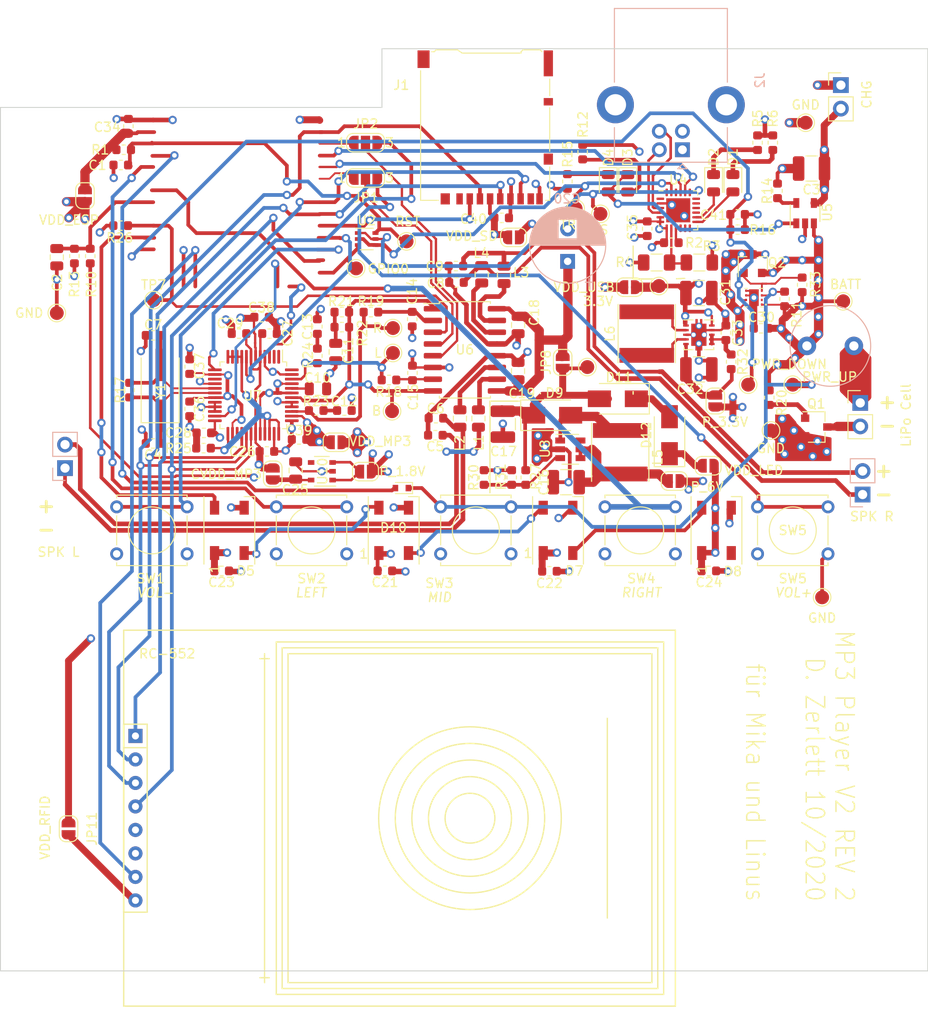
<source format=kicad_pcb>
(kicad_pcb (version 20171130) (host pcbnew 5.1.8)
  (layers (0 F.Cu signal) (1 In1.Cu power hide) (2 In2.Cu power) (31 B.Cu signal hide) (34 B.Paste user hide) (35 F.Paste user hide) (36 B.SilkS user hide) (37 F.SilkS user) (38 B.Mask user hide) (39 F.Mask user hide) (44 Edge.Cuts user))
  (net 0 "")
  (net 1 GND)
  (net 2 BATT)
  (net 3 "Net-(C5-Pad1)")
  (net 4 +1V8)
  (net 5 +3V3)
  (net 6 +6V)
  (net 7 /ADC_BATT)
  (net 8 "Net-(D3-Pad2)")
  (net 9 /MISO)
  (net 10 /SCK)
  (net 11 /MOSI)
  (net 12 SD_CS)
  (net 13 AMP_VOL-)
  (net 14 "Net-(JP1-Pad1)")
  (net 15 AMP_VOL+)
  (net 16 "Net-(JP2-Pad1)")
  (net 17 "Net-(Q1-Pad1)")
  (net 18 "Net-(R2-Pad1)")
  (net 19 AMP_EN)
  (net 20 "Net-(D5-Pad2)")
  (net 21 "Net-(L2-Pad2)")
  (net 22 WS2812)
  (net 23 MP3_XCS)
  (net 24 MP3_XRESET)
  (net 25 MP3_XDCS)
  (net 26 MP3_DREQ)
  (net 27 "Net-(L6-Pad2)")
  (net 28 "Net-(L4-Pad2)")
  (net 29 "Net-(L3-Pad1)")
  (net 30 "Net-(D1-Pad2)")
  (net 31 PWR_DOWN)
  (net 32 /ESPTXD)
  (net 33 /ESPRXD)
  (net 34 "Net-(D6-Pad2)")
  (net 35 "Net-(D7-Pad2)")
  (net 36 "Net-(JP1-Pad3)")
  (net 37 "Net-(JP2-Pad3)")
  (net 38 PWR_UP)
  (net 39 "Net-(C4-Pad2)")
  (net 40 "Net-(C6-Pad1)")
  (net 41 "Net-(C7-Pad2)")
  (net 42 "Net-(C8-Pad2)")
  (net 43 "Net-(C9-Pad2)")
  (net 44 "Net-(C15-Pad2)")
  (net 45 "Net-(D2-Pad2)")
  (net 46 "Net-(D9-Pad2)")
  (net 47 "Net-(J2-Pad3)")
  (net 48 "Net-(J2-Pad2)")
  (net 49 "Net-(L1-Pad1)")
  (net 50 "Net-(L6-Pad1)")
  (net 51 "Net-(R3-Pad1)")
  (net 52 "Net-(R18-Pad2)")
  (net 53 "Net-(R27-Pad1)")
  (net 54 "Net-(R14-Pad2)")
  (net 55 "Net-(R19-Pad2)")
  (net 56 "Net-(C10-Pad2)")
  (net 57 "Net-(C11-Pad2)")
  (net 58 "Net-(C12-Pad2)")
  (net 59 "Net-(C13-Pad2)")
  (net 60 "Net-(C14-Pad2)")
  (net 61 "Net-(R21-Pad2)")
  (net 62 "Net-(R25-Pad1)")
  (net 63 RFID_RST)
  (net 64 RFID_CS)
  (net 65 "Net-(D1-Pad1)")
  (net 66 "Net-(D2-Pad1)")
  (net 67 "Net-(D3-Pad1)")
  (net 68 "Net-(D4-Pad1)")
  (net 69 "Net-(C33-Pad1)")
  (net 70 BATT_SWITCHED)
  (net 71 "Net-(D11-Pad1)")
  (net 72 "Net-(C16-Pad1)")
  (net 73 "Net-(C32-Pad1)")
  (net 74 "Net-(D10-Pad2)")
  (net 75 "Net-(IC1-Pad4)")
  (net 76 "Net-(JP6-Pad2)")
  (net 77 VDD_AMP)
  (net 78 VDD_LED)
  (net 79 "Net-(BT1-Pad1)")
  (net 80 "Net-(BT1-Pad2)")
  (net 81 "Net-(JP11-Pad2)")
  (net 82 VDD_USB)
  (net 83 VDD_ESP)
  (net 84 CVDD_MP3)
  (net 85 VDD_MP3)
  (net 86 VDD_SD)
  (net 87 /RST)
  (net 88 /GPIO0)
  (net 89 /VBUS)
  (net 90 /DTR)
  (net 91 /RTS)
  (net 92 "Net-(SW2-Pad2)")
  (net 93 "Net-(SW4-Pad1)")
  (net 94 "Net-(D12-Pad1)")
  (module Connector_PinHeader_2.54mm:PinHeader_1x02_P2.54mm_Vertical (layer F.Cu) (at 147.447 25.527)
    (fp_text reference J5 hide)
    (fp_text value CHG (at 2.794 1.016 90) (layer F.SilkS))
    (pad 2 thru_hole oval (at 0 2.54) (size 1.7 1.7) (drill 1) (layers *.Cu *.Mask) (net 89 /VBUS))
    (pad 1 thru_hole rect (at 0 0) (size 1.7 1.7) (drill 1) (layers *.Cu *.Mask) (net 1 GND))
  )
  (module Diode_SMD:D_SMA (layer F.Cu) (at 128.905 63.373 90)
    (fp_text reference D12 (at 0 -2.5 90) (layer F.SilkS))
    (fp_text value US1A)
    (pad 2 smd rect (at 2 0 90) (size 2.5 1.8) (layers F.Cu F.Paste F.Mask) (net 71 "Net-(D11-Pad1)"))
    (pad 1 smd rect (at -2 0 90) (size 2.5 1.8) (layers F.Cu F.Paste F.Mask) (net 94 "Net-(D12-Pad1)"))
  )
  (module Package_TO_SOT_SMD:SC-59 (layer F.Cu) (at 144.78 62.484)
    (fp_text reference Q1 (at 0 -2.5) (layer F.SilkS))
    (fp_text value DMN2020LSN)
    (pad 3 smd rect (at 1.2 0) (size 0.9 0.8) (layers F.Cu F.Paste F.Mask) (net 80 "Net-(BT1-Pad2)"))
    (pad 2 smd rect (at -1.2 0.95) (size 0.9 0.8) (layers F.Cu F.Paste F.Mask) (net 1 GND))
    (pad 1 smd rect (at -1.2 -0.95) (size 0.9 0.8) (layers F.Cu F.Paste F.Mask) (net 17 "Net-(Q1-Pad1)"))
  )
  (module MountingHole:MountingHole_3.7mm (layer F.Cu) (at 122.174 92.075)
    (fp_text reference REF** hide)
    (fp_text value MountingHole_3.7mm)
    (pad 1 np_thru_hole circle (at 0 0) (size 3.7 3.7) (drill 3.7) (layers *.Cu *.Mask))
  )
  (module MountingHole:MountingHole_3.7mm (layer F.Cu) (at 122.174 117.475)
    (fp_text reference REF** hide)
    (fp_text value MountingHole_3.7mm)
    (pad 1 np_thru_hole circle (at 0 0) (size 3.7 3.7) (drill 3.7) (layers *.Cu *.Mask))
  )
  (module Package_QFP:LQFP-48_7x7mm_P0.5mm (layer F.Cu) (at 83.8736 59.0572 270)
    (fp_text reference U7 (at 0.0486 0.079 180) (layer F.SilkS))
    (fp_text value VS1053b)
    (pad 48 smd roundrect (at -2.75 -4.1625 270) (size 0.3 1.475) (layers F.Cu F.Paste F.Mask))
    (pad 47 smd roundrect (at -2.25 -4.1625 270) (size 0.3 1.475) (layers F.Cu F.Paste F.Mask) (net 1 GND))
    (pad 46 smd roundrect (at -1.75 -4.1625 270) (size 0.3 1.475) (layers F.Cu F.Paste F.Mask) (net 52 "Net-(R18-Pad2)"))
    (pad 45 smd roundrect (at -1.25 -4.1625 270) (size 0.3 1.475) (layers F.Cu F.Paste F.Mask) (net 85 VDD_MP3))
    (pad 44 smd roundrect (at -0.75 -4.1625 270) (size 0.3 1.475) (layers F.Cu F.Paste F.Mask) (net 56 "Net-(C10-Pad2)"))
    (pad 43 smd roundrect (at -0.25 -4.1625 270) (size 0.3 1.475) (layers F.Cu F.Paste F.Mask) (net 85 VDD_MP3))
    (pad 42 smd roundrect (at 0.25 -4.1625 270) (size 0.3 1.475) (layers F.Cu F.Paste F.Mask) (net 61 "Net-(R21-Pad2)"))
    (pad 41 smd roundrect (at 0.75 -4.1625 270) (size 0.3 1.475) (layers F.Cu F.Paste F.Mask) (net 1 GND))
    (pad 40 smd roundrect (at 1.25 -4.1625 270) (size 0.3 1.475) (layers F.Cu F.Paste F.Mask) (net 1 GND))
    (pad 39 smd roundrect (at 1.75 -4.1625 270) (size 0.3 1.475) (layers F.Cu F.Paste F.Mask) (net 55 "Net-(R19-Pad2)"))
    (pad 38 smd roundrect (at 2.25 -4.1625 270) (size 0.3 1.475) (layers F.Cu F.Paste F.Mask) (net 85 VDD_MP3))
    (pad 37 smd roundrect (at 2.75 -4.1625 270) (size 0.3 1.475) (layers F.Cu F.Paste F.Mask) (net 1 GND))
    (pad 36 smd roundrect (at 4.1625 -2.75 270) (size 1.475 0.3) (layers F.Cu F.Paste F.Mask) (net 62 "Net-(R25-Pad1)"))
    (pad 35 smd roundrect (at 4.1625 -2.25 270) (size 1.475 0.3) (layers F.Cu F.Paste F.Mask) (net 1 GND))
    (pad 34 smd roundrect (at 4.1625 -1.75 270) (size 1.475 0.3) (layers F.Cu F.Paste F.Mask) (net 62 "Net-(R25-Pad1)"))
    (pad 33 smd roundrect (at 4.1625 -1.25 270) (size 1.475 0.3) (layers F.Cu F.Paste F.Mask) (net 62 "Net-(R25-Pad1)"))
    (pad 32 smd roundrect (at 4.1625 -0.75 270) (size 1.475 0.3) (layers F.Cu F.Paste F.Mask) (net 85 VDD_MP3))
    (pad 31 smd roundrect (at 4.1625 -0.25 270) (size 1.475 0.3) (layers F.Cu F.Paste F.Mask) (net 84 CVDD_MP3))
    (pad 30 smd roundrect (at 4.1625 0.25 270) (size 1.475 0.3) (layers F.Cu F.Paste F.Mask) (net 9 /MISO))
    (pad 29 smd roundrect (at 4.1625 0.75 270) (size 1.475 0.3) (layers F.Cu F.Paste F.Mask) (net 11 /MOSI))
    (pad 28 smd roundrect (at 4.1625 1.25 270) (size 1.475 0.3) (layers F.Cu F.Paste F.Mask) (net 10 /SCK))
    (pad 27 smd roundrect (at 4.1625 1.75 270) (size 1.475 0.3) (layers F.Cu F.Paste F.Mask))
    (pad 26 smd roundrect (at 4.1625 2.25 270) (size 1.475 0.3) (layers F.Cu F.Paste F.Mask) (net 85 VDD_MP3))
    (pad 25 smd roundrect (at 4.1625 2.75 270) (size 1.475 0.3) (layers F.Cu F.Paste F.Mask) (net 62 "Net-(R25-Pad1)"))
    (pad 24 smd roundrect (at 2.75 4.1625 270) (size 0.3 1.475) (layers F.Cu F.Paste F.Mask) (net 84 CVDD_MP3))
    (pad 23 smd roundrect (at 2.25 4.1625 270) (size 0.3 1.475) (layers F.Cu F.Paste F.Mask) (net 23 MP3_XCS))
    (pad 22 smd roundrect (at 1.75 4.1625 270) (size 0.3 1.475) (layers F.Cu F.Paste F.Mask) (net 1 GND))
    (pad 21 smd roundrect (at 1.25 4.1625 270) (size 0.3 1.475) (layers F.Cu F.Paste F.Mask) (net 1 GND))
    (pad 20 smd roundrect (at 0.75 4.1625 270) (size 0.3 1.475) (layers F.Cu F.Paste F.Mask) (net 1 GND))
    (pad 19 smd roundrect (at 0.25 4.1625 270) (size 0.3 1.475) (layers F.Cu F.Paste F.Mask) (net 85 VDD_MP3))
    (pad 18 smd roundrect (at -0.25 4.1625 270) (size 0.3 1.475) (layers F.Cu F.Paste F.Mask) (net 39 "Net-(C4-Pad2)"))
    (pad 17 smd roundrect (at -0.75 4.1625 270) (size 0.3 1.475) (layers F.Cu F.Paste F.Mask) (net 41 "Net-(C7-Pad2)"))
    (pad 16 smd roundrect (at -1.25 4.1625 270) (size 0.3 1.475) (layers F.Cu F.Paste F.Mask) (net 1 GND))
    (pad 15 smd roundrect (at -1.75 4.1625 270) (size 0.3 1.475) (layers F.Cu F.Paste F.Mask))
    (pad 14 smd roundrect (at -2.25 4.1625 270) (size 0.3 1.475) (layers F.Cu F.Paste F.Mask) (net 85 VDD_MP3))
    (pad 13 smd roundrect (at -2.75 4.1625 270) (size 0.3 1.475) (layers F.Cu F.Paste F.Mask) (net 25 MP3_XDCS))
    (pad 12 smd roundrect (at -4.1625 2.75 270) (size 1.475 0.3) (layers F.Cu F.Paste F.Mask) (net 62 "Net-(R25-Pad1)"))
    (pad 11 smd roundrect (at -4.1625 2.25 270) (size 1.475 0.3) (layers F.Cu F.Paste F.Mask) (net 62 "Net-(R25-Pad1)"))
    (pad 10 smd roundrect (at -4.1625 1.75 270) (size 1.475 0.3) (layers F.Cu F.Paste F.Mask) (net 62 "Net-(R25-Pad1)"))
    (pad 9 smd roundrect (at -4.1625 1.25 270) (size 1.475 0.3) (layers F.Cu F.Paste F.Mask) (net 62 "Net-(R25-Pad1)"))
    (pad 8 smd roundrect (at -4.1625 0.75 270) (size 1.475 0.3) (layers F.Cu F.Paste F.Mask) (net 26 MP3_DREQ))
    (pad 7 smd roundrect (at -4.1625 0.25 270) (size 1.475 0.3) (layers F.Cu F.Paste F.Mask) (net 84 CVDD_MP3))
    (pad 6 smd roundrect (at -4.1625 -0.25 270) (size 1.475 0.3) (layers F.Cu F.Paste F.Mask) (net 85 VDD_MP3))
    (pad 5 smd roundrect (at -4.1625 -0.75 270) (size 1.475 0.3) (layers F.Cu F.Paste F.Mask) (net 84 CVDD_MP3))
    (pad 4 smd roundrect (at -4.1625 -1.25 270) (size 1.475 0.3) (layers F.Cu F.Paste F.Mask) (net 1 GND))
    (pad 3 smd roundrect (at -4.1625 -1.75 270) (size 1.475 0.3) (layers F.Cu F.Paste F.Mask) (net 24 MP3_XRESET))
    (pad 2 smd roundrect (at -4.1625 -2.25 270) (size 1.475 0.3) (layers F.Cu F.Paste F.Mask))
    (pad 1 smd roundrect (at -4.1625 -2.75 270) (size 1.475 0.3) (layers F.Cu F.Paste F.Mask))
  )
  (module TestPoint:TestPoint_Pad_D1.5mm (layer F.Cu) (at 137.414 57.912)
    (fp_text reference TP11 hide)
    (fp_text value PWR_DOWN (at 4.445 -2.2098) (layer F.SilkS))
    (pad 1 smd circle (at 0 0) (size 1.5 1.5) (layers F.Cu F.Mask) (net 31 PWR_DOWN))
  )
  (module audioplayer:Crystal_SMD_ABLS7M (layer F.Cu) (at 73.787 58.5216 90)
    (fp_text reference Y1 (at -0.0762 0.0508 90) (layer F.SilkS))
    (fp_text value 12.288MHz)
    (pad 2 smd rect (at 2.75 0 90) (size 3.5 1) (layers F.Cu F.Paste F.Mask) (net 41 "Net-(C7-Pad2)"))
    (pad 1 smd rect (at -2.75 0 90) (size 3.5 1) (layers F.Cu F.Paste F.Mask) (net 39 "Net-(C4-Pad2)"))
  )
  (module TestPoint:TestPoint_Pad_D1.5mm (layer F.Cu) (at 94.996 45.339)
    (fp_text reference TP17 hide)
    (fp_text value GPIO0 (at 3.4798 0.0508) (layer F.SilkS))
    (pad 1 smd circle (at 0 0) (size 1.5 1.5) (layers F.Cu F.Mask) (net 88 /GPIO0))
  )
  (module TestPoint:TestPoint_Pad_D1.5mm (layer F.Cu) (at 100.457 42.418)
    (fp_text reference TP16 hide)
    (fp_text value RST (at 0.127 -2.159) (layer F.SilkS))
    (pad 1 smd circle (at 0 0) (size 1.5 1.5) (layers F.Cu F.Mask) (net 87 /RST))
  )
  (module TestPoint:TestPoint_Pad_D1.5mm (layer F.Cu) (at 121.4374 39.4462)
    (fp_text reference TP15 hide)
    (fp_text value RTS (at -0.508 1.7272) (layer F.SilkS))
    (pad 1 smd circle (at 0 0) (size 1.5 1.5) (layers F.Cu F.Mask) (net 91 /RTS))
  )
  (module TestPoint:TestPoint_Pad_D1.5mm (layer F.Cu) (at 118.745 38.862)
    (fp_text reference TP8 hide)
    (fp_text value DTR (at -1.3208 1.75) (layer F.SilkS))
    (pad 1 smd circle (at 0 0) (size 1.5 1.5) (layers F.Cu F.Mask) (net 90 /DTR))
  )
  (module Jumper:SolderJumper-2_P1.3mm_Open_RoundedPad1.0x1.5mm (layer F.Cu) (at 112.029 41.9862 180)
    (fp_text reference JP13 hide)
    (fp_text value VDD_SD (at 4.5235 0.1397 180) (layer F.SilkS))
    (pad 2 smd custom (at 0.65 0 180) (size 1 0.5) (layers F.Cu F.Mask) (net 86 VDD_SD) (options (clearance outline) (anchor rect)) (primitives (gr_circle (center 0 0.25) (end 0.5 0.25) (width 0)) (gr_circle (center 0 -0.25) (end 0.5 -0.25) (width 0)) (gr_poly (pts (xy 0 -0.75) (xy -0.5 -0.75) (xy -0.5 0.75) (xy 0 0.75)) (width 0))))
    (pad 1 smd custom (at -0.65 0 180) (size 1 0.5) (layers F.Cu F.Mask) (net 5 +3V3) (options (clearance outline) (anchor rect)) (primitives (gr_circle (center 0 0.25) (end 0.5 0.25) (width 0)) (gr_circle (center 0 -0.25) (end 0.5 -0.25) (width 0)) (gr_poly (pts (xy 0 -0.75) (xy 0.5 -0.75) (xy 0.5 0.75) (xy 0 0.75)) (width 0))))
  )
  (module Jumper:SolderJumper-2_P1.3mm_Open_RoundedPad1.0x1.5mm (layer F.Cu) (at 124.587 47.371 180)
    (fp_text reference JP12 hide)
    (fp_text value VDD_USB (at 4.9276 0) (layer F.SilkS))
    (pad 2 smd custom (at 0.65 0 180) (size 1 0.5) (layers F.Cu F.Mask) (net 82 VDD_USB) (options (clearance outline) (anchor rect)) (primitives (gr_circle (center 0 0.25) (end 0.5 0.25) (width 0)) (gr_circle (center 0 -0.25) (end 0.5 -0.25) (width 0)) (gr_poly (pts (xy 0 -0.75) (xy -0.5 -0.75) (xy -0.5 0.75) (xy 0 0.75)) (width 0))))
    (pad 1 smd custom (at -0.65 0 180) (size 1 0.5) (layers F.Cu F.Mask) (net 5 +3V3) (options (clearance outline) (anchor rect)) (primitives (gr_circle (center 0 0.25) (end 0.5 0.25) (width 0)) (gr_circle (center 0 -0.25) (end 0.5 -0.25) (width 0)) (gr_poly (pts (xy 0 -0.75) (xy 0.5 -0.75) (xy 0.5 0.75) (xy 0 0.75)) (width 0))))
  )
  (module Jumper:SolderJumper-2_P1.3mm_Open_RoundedPad1.0x1.5mm (layer F.Cu) (at 63.881 105.918 270)
    (fp_text reference JP11 (at 0 -2.54 90) (layer F.SilkS))
    (fp_text value VDD_RFID (at -0.127 2.54 90) (layer F.SilkS))
    (pad 2 smd custom (at 0.65 0 270) (size 1 0.5) (layers F.Cu F.Mask) (net 81 "Net-(JP11-Pad2)") (options (clearance outline) (anchor rect)) (primitives (gr_circle (center 0 0.25) (end 0.5 0.25) (width 0)) (gr_circle (center 0 -0.25) (end 0.5 -0.25) (width 0)) (gr_poly (pts (xy 0 -0.75) (xy -0.5 -0.75) (xy -0.5 0.75) (xy 0 0.75)) (width 0))))
    (pad 1 smd custom (at -0.65 0 270) (size 1 0.5) (layers F.Cu F.Mask) (net 5 +3V3) (options (clearance outline) (anchor rect)) (primitives (gr_circle (center 0 0.25) (end 0.5 0.25) (width 0)) (gr_circle (center 0 -0.25) (end 0.5 -0.25) (width 0)) (gr_poly (pts (xy 0 -0.75) (xy 0.5 -0.75) (xy 0.5 0.75) (xy 0 0.75)) (width 0))))
  )
  (module Jumper:SolderJumper-2_P1.3mm_Open_RoundedPad1.0x1.5mm (layer F.Cu) (at 65.659 37.48 90)
    (fp_text reference JP10 hide)
    (fp_text value VDD_ESP (at -2.6266 -1.7272 180) (layer F.SilkS))
    (pad 2 smd custom (at 0.65 0 90) (size 1 0.5) (layers F.Cu F.Mask) (net 83 VDD_ESP) (options (clearance outline) (anchor rect)) (primitives (gr_circle (center 0 0.25) (end 0.5 0.25) (width 0)) (gr_circle (center 0 -0.25) (end 0.5 -0.25) (width 0)) (gr_poly (pts (xy 0 -0.75) (xy -0.5 -0.75) (xy -0.5 0.75) (xy 0 0.75)) (width 0))))
    (pad 1 smd custom (at -0.65 0 90) (size 1 0.5) (layers F.Cu F.Mask) (net 5 +3V3) (options (clearance outline) (anchor rect)) (primitives (gr_circle (center 0 0.25) (end 0.5 0.25) (width 0)) (gr_circle (center 0 -0.25) (end 0.5 -0.25) (width 0)) (gr_poly (pts (xy 0 -0.75) (xy 0.5 -0.75) (xy 0.5 0.75) (xy 0 0.75)) (width 0))))
  )
  (module Connector_PinHeader_2.54mm:PinHeader_1x02_P2.54mm_Vertical (layer F.Cu) (at 149.5425 59.8805)
    (fp_text reference BT1 hide)
    (fp_text value "LiPo Cell" (at 4.953 1.3335 90) (layer F.SilkS))
    (pad 2 thru_hole oval (at 0 2.54) (size 1.7 1.7) (drill 1) (layers *.Cu *.Mask) (net 80 "Net-(BT1-Pad2)"))
    (pad 1 thru_hole rect (at 0 0) (size 1.7 1.7) (drill 1) (layers *.Cu *.Mask) (net 79 "Net-(BT1-Pad1)"))
  )
  (module TestPoint:TestPoint_Pad_D1.5mm (layer F.Cu) (at 62.611 50.165)
    (fp_text reference TP14 hide)
    (fp_text value GND (at -2.9845 0) (layer F.SilkS))
    (pad 1 smd circle (at 0 0) (size 1.5 1.5) (layers F.Cu F.Mask) (net 1 GND))
  )
  (module TestPoint:TestPoint_Pad_D1.5mm (layer F.Cu) (at 145.415 80.899)
    (fp_text reference TP13 hide)
    (fp_text value GND (at 0 2.2352) (layer F.SilkS))
    (pad 1 smd circle (at 0 0) (size 1.5 1.5) (layers F.Cu F.Mask) (net 1 GND))
  )
  (module TestPoint:TestPoint_Pad_D1.5mm (layer F.Cu) (at 142.24 57.912)
    (fp_text reference TP12 hide)
    (fp_text value PWR_UP (at 3.9878 -0.8382) (layer F.SilkS))
    (pad 1 smd circle (at 0 0) (size 1.5 1.5) (layers F.Cu F.Mask) (net 38 PWR_UP))
  )
  (module TestPoint:TestPoint_Pad_D1.5mm (layer F.Cu) (at 143.637 29.591)
    (fp_text reference TP10 hide)
    (fp_text value GND (at 0 -1.9304) (layer F.SilkS))
    (pad 1 smd circle (at 0 0) (size 1.5 1.5) (layers F.Cu F.Mask) (net 1 GND))
  )
  (module TestPoint:TestPoint_Pad_D1.5mm (layer F.Cu) (at 73.0885 48.768)
    (fp_text reference TP7 (at 0 -1.648) (layer F.SilkS))
    (fp_text value AMP_EN)
    (pad 1 smd circle (at 0 0) (size 1.5 1.5) (layers F.Cu F.Mask) (net 19 AMP_EN))
  )
  (module Jumper:SolderJumper-2_P1.3mm_Open_RoundedPad1.0x1.5mm (layer F.Cu) (at 85.979 67.564 90)
    (fp_text reference JP9 hide)
    (fp_text value CVDD_MP3 (at -0.0254 -5.0292 180) (layer F.SilkS))
    (pad 2 smd custom (at 0.65 0 90) (size 1 0.5) (layers F.Cu F.Mask) (net 84 CVDD_MP3) (options (clearance outline) (anchor rect)) (primitives (gr_circle (center 0 0.25) (end 0.5 0.25) (width 0)) (gr_circle (center 0 -0.25) (end 0.5 -0.25) (width 0)) (gr_poly (pts (xy 0 -0.75) (xy -0.5 -0.75) (xy -0.5 0.75) (xy 0 0.75)) (width 0))))
    (pad 1 smd custom (at -0.65 0 90) (size 1 0.5) (layers F.Cu F.Mask) (net 4 +1V8) (options (clearance outline) (anchor rect)) (primitives (gr_circle (center 0 0.25) (end 0.5 0.25) (width 0)) (gr_circle (center 0 -0.25) (end 0.5 -0.25) (width 0)) (gr_poly (pts (xy 0 -0.75) (xy 0.5 -0.75) (xy 0.5 0.75) (xy 0 0.75)) (width 0))))
  )
  (module Jumper:SolderJumper-2_P1.3mm_Open_RoundedPad1.0x1.5mm (layer F.Cu) (at 117.348 55.499 90)
    (fp_text reference JP8 (at 0 -1.8 90) (layer F.SilkS))
    (fp_text value VDD_AMP)
    (pad 2 smd custom (at 0.65 0 90) (size 1 0.5) (layers F.Cu F.Mask) (net 77 VDD_AMP) (options (clearance outline) (anchor rect)) (primitives (gr_circle (center 0 0.25) (end 0.5 0.25) (width 0)) (gr_circle (center 0 -0.25) (end 0.5 -0.25) (width 0)) (gr_poly (pts (xy 0 -0.75) (xy -0.5 -0.75) (xy -0.5 0.75) (xy 0 0.75)) (width 0))))
    (pad 1 smd custom (at -0.65 0 90) (size 1 0.5) (layers F.Cu F.Mask) (net 6 +6V) (options (clearance outline) (anchor rect)) (primitives (gr_circle (center 0 0.25) (end 0.5 0.25) (width 0)) (gr_circle (center 0 -0.25) (end 0.5 -0.25) (width 0)) (gr_poly (pts (xy 0 -0.75) (xy 0.5 -0.75) (xy 0.5 0.75) (xy 0 0.75)) (width 0))))
  )
  (module Jumper:SolderJumper-2_P1.3mm_Open_RoundedPad1.0x1.5mm (layer F.Cu) (at 92.837 64.135)
    (fp_text reference JP3 hide)
    (fp_text value VDD_MP3 (at 4.7752 -0.1016) (layer F.SilkS))
    (pad 2 smd custom (at 0.65 0) (size 1 0.5) (layers F.Cu F.Mask) (net 5 +3V3) (options (clearance outline) (anchor rect)) (primitives (gr_circle (center 0 0.25) (end 0.5 0.25) (width 0)) (gr_circle (center 0 -0.25) (end 0.5 -0.25) (width 0)) (gr_poly (pts (xy 0 -0.75) (xy -0.5 -0.75) (xy -0.5 0.75) (xy 0 0.75)) (width 0))))
    (pad 1 smd custom (at -0.65 0) (size 1 0.5) (layers F.Cu F.Mask) (net 85 VDD_MP3) (options (clearance outline) (anchor rect)) (primitives (gr_circle (center 0 0.25) (end 0.5 0.25) (width 0)) (gr_circle (center 0 -0.25) (end 0.5 -0.25) (width 0)) (gr_poly (pts (xy 0 -0.75) (xy 0.5 -0.75) (xy 0.5 0.75) (xy 0 0.75)) (width 0))))
  )
  (module XC6192AA05ER-G:XC6192AA05ERG (layer F.Cu) (at 138.0363 48.5013 90)
    (fp_text reference IC1 hide)
    (fp_text value XC6193BANNER-G hide)
    (pad 9 smd rect (at 0 0 180) (size 1.04 1.8) (layers F.Cu F.Paste F.Mask) (net 1 GND))
    (pad 8 smd rect (at -0.75 -0.85 180) (size 0.2 0.25) (layers F.Cu F.Paste F.Mask) (net 70 BATT_SWITCHED))
    (pad 7 smd rect (at -0.25 -0.85 180) (size 0.2 0.25) (layers F.Cu F.Paste F.Mask) (net 31 PWR_DOWN))
    (pad 6 smd rect (at 0.25 -0.85 180) (size 0.2 0.25) (layers F.Cu F.Paste F.Mask) (net 1 GND))
    (pad 5 smd rect (at 0.75 -0.85 180) (size 0.2 0.25) (layers F.Cu F.Paste F.Mask) (net 1 GND))
    (pad 4 smd rect (at 0.75 0.85 180) (size 0.2 0.25) (layers F.Cu F.Paste F.Mask) (net 75 "Net-(IC1-Pad4)"))
    (pad 3 smd rect (at 0.25 0.85 180) (size 0.2 0.25) (layers F.Cu F.Paste F.Mask) (net 38 PWR_UP))
    (pad 2 smd rect (at -0.25 0.85 180) (size 0.2 0.25) (layers F.Cu F.Paste F.Mask))
    (pad 1 smd rect (at -0.75 0.85 180) (size 0.2 0.25) (layers F.Cu F.Paste F.Mask) (net 2 BATT))
  )
  (module Diode_SMD:D_SOD-523 (layer F.Cu) (at 99.949 69.088 180)
    (fp_text reference D10 (at 0.9144 -4.2926) (layer F.SilkS))
    (fp_text value RB751S40T5G)
    (pad 1 smd rect (at -0.7 0) (size 0.6 0.7) (layers F.Cu F.Paste F.Mask) (net 38 PWR_UP))
    (pad 2 smd rect (at 0.7 0) (size 0.6 0.7) (layers F.Cu F.Paste F.Mask) (net 74 "Net-(D10-Pad2)"))
  )
  (module Resistor_SMD:R_0603_1608Metric (layer F.Cu) (at 136.271 41.148)
    (fp_text reference R16 (at 2.7178 0.0254) (layer F.SilkS))
    (fp_text value 5k)
    (pad 2 smd roundrect (at 0.7875 0) (size 0.875 0.95) (layers F.Cu F.Paste F.Mask) (net 1 GND))
    (pad 1 smd roundrect (at -0.7875 0) (size 0.875 0.95) (layers F.Cu F.Paste F.Mask) (net 31 PWR_DOWN))
  )
  (module Resistor_SMD:R_0603_1608Metric (layer F.Cu) (at 141.351 48.641 90)
    (fp_text reference R11 (at -1.6764 1.3208 90) (layer F.SilkS))
    (fp_text value 220k)
    (pad 2 smd roundrect (at 0.7875 0 90) (size 0.875 0.95) (layers F.Cu F.Paste F.Mask) (net 38 PWR_UP))
    (pad 1 smd roundrect (at -0.7875 0 90) (size 0.875 0.95) (layers F.Cu F.Paste F.Mask) (net 2 BATT))
  )
  (module Jumper:SolderJumper-2_P1.3mm_Open_RoundedPad1.0x1.5mm (layer F.Cu) (at 133.858 59.675 90)
    (fp_text reference JP7 hide)
    (fp_text value P_3.3V (at -2.2756 1.0414 180) (layer F.SilkS))
    (pad 2 smd custom (at 0.65 0 90) (size 1 0.5) (layers F.Cu F.Mask) (net 73 "Net-(C32-Pad1)") (options (clearance outline) (anchor rect)) (primitives (gr_circle (center 0 0.25) (end 0.5 0.25) (width 0)) (gr_circle (center 0 -0.25) (end 0.5 -0.25) (width 0)) (gr_poly (pts (xy 0 -0.75) (xy -0.5 -0.75) (xy -0.5 0.75) (xy 0 0.75)) (width 0))))
    (pad 1 smd custom (at -0.65 0 90) (size 1 0.5) (layers F.Cu F.Mask) (net 70 BATT_SWITCHED) (options (clearance outline) (anchor rect)) (primitives (gr_circle (center 0 0.25) (end 0.5 0.25) (width 0)) (gr_circle (center 0 -0.25) (end 0.5 -0.25) (width 0)) (gr_poly (pts (xy 0 -0.75) (xy 0.5 -0.75) (xy 0.5 0.75) (xy 0 0.75)) (width 0))))
  )
  (module Jumper:SolderJumper-2_P1.3mm_Open_RoundedPad1.0x1.5mm (layer F.Cu) (at 96.012 67.31 180)
    (fp_text reference JP6 hide)
    (fp_text value P_1.8V (at -3.9878 0.0254) (layer F.SilkS))
    (pad 2 smd custom (at 0.65 0 180) (size 1 0.5) (layers F.Cu F.Mask) (net 76 "Net-(JP6-Pad2)") (options (clearance outline) (anchor rect)) (primitives (gr_circle (center 0 0.25) (end 0.5 0.25) (width 0)) (gr_circle (center 0 -0.25) (end 0.5 -0.25) (width 0)) (gr_poly (pts (xy 0 -0.75) (xy -0.5 -0.75) (xy -0.5 0.75) (xy 0 0.75)) (width 0))))
    (pad 1 smd custom (at -0.65 0 180) (size 1 0.5) (layers F.Cu F.Mask) (net 70 BATT_SWITCHED) (options (clearance outline) (anchor rect)) (primitives (gr_circle (center 0 0.25) (end 0.5 0.25) (width 0)) (gr_circle (center 0 -0.25) (end 0.5 -0.25) (width 0)) (gr_poly (pts (xy 0 -0.75) (xy 0.5 -0.75) (xy 0.5 0.75) (xy 0 0.75)) (width 0))))
  )
  (module Jumper:SolderJumper-2_P1.3mm_Open_RoundedPad1.0x1.5mm (layer F.Cu) (at 129.413 68.326 180)
    (fp_text reference JP5 hide)
    (fp_text value P_6V (at -3.556 -0.635) (layer F.SilkS))
    (pad 2 smd custom (at 0.65 0 180) (size 1 0.5) (layers F.Cu F.Mask) (net 72 "Net-(C16-Pad1)") (options (clearance outline) (anchor rect)) (primitives (gr_circle (center 0 0.25) (end 0.5 0.25) (width 0)) (gr_circle (center 0 -0.25) (end 0.5 -0.25) (width 0)) (gr_poly (pts (xy 0 -0.75) (xy -0.5 -0.75) (xy -0.5 0.75) (xy 0 0.75)) (width 0))))
    (pad 1 smd custom (at -0.65 0 180) (size 1 0.5) (layers F.Cu F.Mask) (net 70 BATT_SWITCHED) (options (clearance outline) (anchor rect)) (primitives (gr_circle (center 0 0.25) (end 0.5 0.25) (width 0)) (gr_circle (center 0 -0.25) (end 0.5 -0.25) (width 0)) (gr_poly (pts (xy 0 -0.75) (xy 0.5 -0.75) (xy 0.5 0.75) (xy 0 0.75)) (width 0))))
  )
  (module Jumper:SolderJumper-2_P1.3mm_Open_RoundedPad1.0x1.5mm (layer F.Cu) (at 133.081 66.675)
    (fp_text reference JP4 hide)
    (fp_text value VDD_LED (at 4.968 0.508) (layer F.SilkS))
    (pad 2 smd custom (at 0.65 0) (size 1 0.5) (layers F.Cu F.Mask) (net 78 VDD_LED) (options (clearance outline) (anchor rect)) (primitives (gr_circle (center 0 0.25) (end 0.5 0.25) (width 0)) (gr_circle (center 0 -0.25) (end 0.5 -0.25) (width 0)) (gr_poly (pts (xy 0 -0.75) (xy -0.5 -0.75) (xy -0.5 0.75) (xy 0 0.75)) (width 0))))
    (pad 1 smd custom (at -0.65 0) (size 1 0.5) (layers F.Cu F.Mask) (net 94 "Net-(D12-Pad1)") (options (clearance outline) (anchor rect)) (primitives (gr_circle (center 0 0.25) (end 0.5 0.25) (width 0)) (gr_circle (center 0 -0.25) (end 0.5 -0.25) (width 0)) (gr_poly (pts (xy 0 -0.75) (xy 0.5 -0.75) (xy 0.5 0.75) (xy 0 0.75)) (width 0))))
  )
  (module Capacitor_SMD:C_0603_1608Metric (layer F.Cu) (at 136.271 39.497)
    (fp_text reference C41 (at -2.6162 0.0762) (layer F.SilkS))
    (fp_text value 100n)
    (pad 2 smd roundrect (at 0.7875 0) (size 0.875 0.95) (layers F.Cu F.Paste F.Mask) (net 1 GND))
    (pad 1 smd roundrect (at -0.7875 0) (size 0.875 0.95) (layers F.Cu F.Paste F.Mask) (net 31 PWR_DOWN))
  )
  (module Capacitor_SMD:C_0603_1608Metric (layer F.Cu) (at 138.811 51.816 180)
    (fp_text reference C30 (at -0.0508 1.1938) (layer F.SilkS))
    (fp_text value 100n)
    (pad 2 smd roundrect (at 0.7875 0 180) (size 0.875 0.95) (layers F.Cu F.Paste F.Mask) (net 1 GND))
    (pad 1 smd roundrect (at -0.7875 0 180) (size 0.875 0.95) (layers F.Cu F.Paste F.Mask) (net 2 BATT))
  )
  (module Button_Switch_THT:SW_Tactile_Straight_KSA0Axx1LFTR (layer F.Cu) (at 69.088 71.12)
    (fp_text reference SW1 (at 3.683 7.747) (layer F.SilkS))
    (fp_text value VOL- (at 4.2164 9.271) (layer F.SilkS) (effects (font (thickness 0.15) italic)))
    (pad 2 thru_hole circle (at 0 5.08) (size 1.397 1.397) (drill 0.8128) (layers *.Cu *.Mask) (net 1 GND))
    (pad 1 thru_hole circle (at 0 0) (size 1.397 1.397) (drill 0.8128) (layers *.Cu *.Mask) (net 37 "Net-(JP2-Pad3)"))
    (pad 2 thru_hole circle (at 7.62 5.08) (size 1.397 1.397) (drill 0.8128) (layers *.Cu *.Mask) (net 1 GND))
    (pad 1 thru_hole circle (at 7.62 0) (size 1.397 1.397) (drill 0.8128) (layers *.Cu *.Mask) (net 37 "Net-(JP2-Pad3)"))
  )
  (module Button_Switch_THT:SW_Tactile_Straight_KSA0Axx1LFTR (layer F.Cu) (at 93.98 76.2 180)
    (fp_text reference SW2 (at 3.81 -2.667) (layer F.SilkS))
    (fp_text value LEFT (at 3.87096 -4.191) (layer F.SilkS) (effects (font (thickness 0.15) italic)))
    (pad 2 thru_hole circle (at 0 5.08 180) (size 1.397 1.397) (drill 0.8128) (layers *.Cu *.Mask) (net 92 "Net-(SW2-Pad2)"))
    (pad 1 thru_hole circle (at 0 0 180) (size 1.397 1.397) (drill 0.8128) (layers *.Cu *.Mask) (net 1 GND))
    (pad 2 thru_hole circle (at 7.62 5.08 180) (size 1.397 1.397) (drill 0.8128) (layers *.Cu *.Mask) (net 92 "Net-(SW2-Pad2)"))
    (pad 1 thru_hole circle (at 7.62 0 180) (size 1.397 1.397) (drill 0.8128) (layers *.Cu *.Mask) (net 1 GND))
  )
  (module LED_SMD:LED_WS2812B_PLCC4_5.0x5.0mm_P3.2mm (layer F.Cu) (at 81.28 73.66 90)
    (fp_text reference D5 (at -4.3815 1.778 180) (layer F.SilkS))
    (fp_text value WS2812B hide)
    (fp_text user 1 (at -4.15 -1.6 90) (layer F.SilkS))
    (pad 1 smd rect (at -2.45 -1.6 90) (size 1.5 1) (layers F.Cu F.Paste F.Mask) (net 78 VDD_LED))
    (pad 2 smd rect (at -2.45 1.6 90) (size 1.5 1) (layers F.Cu F.Paste F.Mask) (net 20 "Net-(D5-Pad2)"))
    (pad 4 smd rect (at 2.45 -1.6 90) (size 1.5 1) (layers F.Cu F.Paste F.Mask) (net 22 WS2812))
    (pad 3 smd rect (at 2.45 1.6 90) (size 1.5 1) (layers F.Cu F.Paste F.Mask) (net 1 GND))
  )
  (module LED_SMD:LED_WS2812B_PLCC4_5.0x5.0mm_P3.2mm (layer F.Cu) (at 133.985 73.66 90)
    (fp_text reference D8 (at -4.445 1.778 180) (layer F.SilkS))
    (fp_text value WS2812B hide)
    (fp_text user 1 (at -4.15 -1.6 90) (layer F.SilkS))
    (pad 1 smd rect (at -2.45 -1.6 90) (size 1.5 1) (layers F.Cu F.Paste F.Mask) (net 78 VDD_LED))
    (pad 2 smd rect (at -2.45 1.6 90) (size 1.5 1) (layers F.Cu F.Paste F.Mask))
    (pad 4 smd rect (at 2.45 -1.6 90) (size 1.5 1) (layers F.Cu F.Paste F.Mask) (net 35 "Net-(D7-Pad2)"))
    (pad 3 smd rect (at 2.45 1.6 90) (size 1.5 1) (layers F.Cu F.Paste F.Mask) (net 1 GND))
  )
  (module Connector_USB:USB_B_Lumberg_2411_02_Horizontal (layer B.Cu) (at 130.302 32.512 90)
    (fp_text reference J2 (at 7.5 8.382 270) (layer B.SilkS) (effects (justify mirror)))
    (fp_text value USB_B)
    (pad 5 thru_hole circle (at 4.86 4.75) (size 4 4) (drill 2.3) (layers *.Cu *.Mask) (net 1 GND))
    (pad 5 thru_hole circle (at 4.86 -7.25) (size 4 4) (drill 2.3) (layers *.Cu *.Mask) (net 1 GND))
    (pad 4 thru_hole circle (at 2 0) (size 1.6 1.6) (drill 0.95) (layers *.Cu *.Mask) (net 1 GND))
    (pad 3 thru_hole circle (at 2 -2.5) (size 1.6 1.6) (drill 0.95) (layers *.Cu *.Mask) (net 47 "Net-(J2-Pad3)"))
    (pad 2 thru_hole circle (at 0 -2.5) (size 1.6 1.6) (drill 0.95) (layers *.Cu *.Mask) (net 48 "Net-(J2-Pad2)"))
    (pad 1 thru_hole rect (at 0 0) (size 1.6 1.6) (drill 0.95) (layers *.Cu *.Mask) (net 89 /VBUS))
  )
  (module Resistor_SMD:R_0603_1608Metric (layer F.Cu) (at 143.256 47.117 90)
    (fp_text reference R33 (at 0.0508 1.4478 90) (layer F.SilkS))
    (fp_text value 1M)
    (pad 2 smd roundrect (at 0.7875 0 90) (size 0.875 0.95) (layers F.Cu F.Paste F.Mask) (net 75 "Net-(IC1-Pad4)"))
    (pad 1 smd roundrect (at -0.7875 0 90) (size 0.875 0.95) (layers F.Cu F.Paste F.Mask) (net 2 BATT))
  )
  (module Package_TO_SOT_SMD:SOT-23 (layer F.Cu) (at 137.922 44.831 90)
    (fp_text reference Q2 (at 0.1016 2.6162 180) (layer F.SilkS))
    (fp_text value SSM3J332R)
    (pad 3 smd rect (at 1 0 90) (size 0.9 0.8) (layers F.Cu F.Paste F.Mask) (net 70 BATT_SWITCHED))
    (pad 2 smd rect (at -1 0.95 90) (size 0.9 0.8) (layers F.Cu F.Paste F.Mask) (net 2 BATT))
    (pad 1 smd rect (at -1 -0.95 90) (size 0.9 0.8) (layers F.Cu F.Paste F.Mask) (net 75 "Net-(IC1-Pad4)"))
  )
  (module Diode_SMD:D_SMA (layer F.Cu) (at 123.317 59.436 180)
    (fp_text reference D11 (at -0.1204 2.3114) (layer F.SilkS))
    (fp_text value US1A)
    (pad 2 smd rect (at 2 0 180) (size 2.5 1.8) (layers F.Cu F.Paste F.Mask) (net 6 +6V))
    (pad 1 smd rect (at -2 0 180) (size 2.5 1.8) (layers F.Cu F.Paste F.Mask) (net 71 "Net-(D11-Pad1)"))
  )
  (module MountingHole:MountingHole_2.7mm_M2.5_DIN965 (layer F.Cu) (at 151.765 81.407)
    (fp_text reference REF** hide)
    (fp_text value MountingHole_2.7mm_M2.5_DIN965)
    (pad 1 np_thru_hole circle (at 0 0) (size 2.7 2.7) (drill 2.7) (layers *.Cu *.Mask))
  )
  (module MountingHole:MountingHole_2.7mm_M2.5_DIN965 (layer F.Cu) (at 61.595 81.407)
    (fp_text reference REF** hide)
    (fp_text value MountingHole_2.7mm_M2.5_DIN965)
    (pad 1 np_thru_hole circle (at 0 0) (size 2.7 2.7) (drill 2.7) (layers *.Cu *.Mask))
  )
  (module MountingHole:MountingHole_2.7mm_M2.5_DIN965 (layer F.Cu) (at 61.595 116.205)
    (fp_text reference REF** hide)
    (fp_text value MountingHole_2.7mm_M2.5_DIN965)
    (pad 1 np_thru_hole circle (at 0 0) (size 2.7 2.7) (drill 2.7) (layers *.Cu *.Mask))
  )
  (module MountingHole:MountingHole_2.7mm_M2.5_DIN965 (layer F.Cu) (at 61.595 33.02)
    (fp_text reference REF** hide)
    (fp_text value MountingHole_2.7mm_M2.5_DIN965)
    (pad 1 np_thru_hole circle (at 0 0) (size 2.7 2.7) (drill 2.7) (layers *.Cu *.Mask))
  )
  (module MountingHole:MountingHole_2.7mm_M2.5_DIN965 (layer F.Cu) (at 151.765 33.02)
    (fp_text reference REF** hide)
    (fp_text value MountingHole_2.7mm_M2.5_DIN965)
    (pad 1 np_thru_hole circle (at 0 0) (size 2.7 2.7) (drill 2.7) (layers *.Cu *.Mask))
  )
  (module MountingHole:MountingHole_2.7mm_M2.5_DIN965 (layer F.Cu) (at 151.765 116.205)
    (fp_text reference REF** hide)
    (fp_text value MountingHole_2.7mm_M2.5_DIN965)
    (pad 1 np_thru_hole circle (at 0 0) (size 2.7 2.7) (drill 2.7) (layers *.Cu *.Mask))
  )
  (module MountingHole:MountingHole_2.7mm_M2.5_DIN965 (layer F.Cu) (at 107.95 81.407)
    (fp_text reference REF** hide)
    (fp_text value MountingHole_2.7mm_M2.5_DIN965)
    (pad 1 np_thru_hole circle (at 0 0) (size 2.7 2.7) (drill 2.7) (layers *.Cu *.Mask))
  )
  (module Inductor_SMD:L_Taiyo-Yuden_NR-60xx (layer F.Cu) (at 126.4412 52.388 90)
    (fp_text reference L6 (at -0.0122 -3.9878 90) (layer F.SilkS))
    (fp_text value 2.2u)
    (pad 2 smd rect (at 2.35 0 90) (size 1.6 5.9) (layers F.Cu F.Paste F.Mask) (net 27 "Net-(L6-Pad2)"))
    (pad 1 smd rect (at -2.35 0 90) (size 1.6 5.9) (layers F.Cu F.Paste F.Mask) (net 50 "Net-(L6-Pad1)"))
  )
  (module Resistor_SMD:R_1206_3216Metric (layer F.Cu) (at 132.1308 44.704)
    (fp_text reference R3 (at 1.3208 -1.778) (layer F.SilkS))
    (fp_text value 22.1k)
    (pad 2 smd roundrect (at 1.4 0) (size 1.25 1.75) (layers F.Cu F.Paste F.Mask) (roundrect_rratio 0.2) (net 89 /VBUS))
    (pad 1 smd roundrect (at -1.4 0) (size 1.25 1.75) (layers F.Cu F.Paste F.Mask) (roundrect_rratio 0.2) (net 51 "Net-(R3-Pad1)"))
  )
  (module Fuse:Fuse_Littelfuse_372_D8.50mm (layer B.Cu) (at 143.76908 53.721)
    (fp_text reference F1 hide)
    (fp_text value "1A F")
    (pad 2 thru_hole circle (at 5.08 0) (size 2 2) (drill 1) (layers *.Cu *.Mask) (net 79 "Net-(BT1-Pad1)"))
    (pad 1 thru_hole circle (at 0 0) (size 2 2) (drill 1) (layers *.Cu *.Mask) (net 2 BATT))
  )
  (module Capacitor_SMD:C_0603_1608Metric (layer F.Cu) (at 133.1595 78.0415)
    (fp_text reference C24 (at 0.0127 1.2319) (layer F.SilkS))
    (fp_text value 100n)
    (pad 2 smd roundrect (at 0.7875 0) (size 0.875 0.95) (layers F.Cu F.Paste F.Mask) (net 1 GND))
    (pad 1 smd roundrect (at -0.7875 0) (size 0.875 0.95) (layers F.Cu F.Paste F.Mask) (net 78 VDD_LED))
  )
  (module Capacitor_SMD:C_0603_1608Metric (layer F.Cu) (at 80.4545 78.0415)
    (fp_text reference C23 (at -0.0127 1.2319) (layer F.SilkS))
    (fp_text value 100n)
    (pad 2 smd roundrect (at 0.7875 0) (size 0.875 0.95) (layers F.Cu F.Paste F.Mask) (net 1 GND))
    (pad 1 smd roundrect (at -0.7875 0) (size 0.875 0.95) (layers F.Cu F.Paste F.Mask) (net 78 VDD_LED))
  )
  (module Resistor_SMD:R_0603_1608Metric (layer F.Cu) (at 108.839 67.945 90)
    (fp_text reference R30 (at 0 -1.1176 90) (layer F.SilkS))
    (fp_text value 20k)
    (pad 2 smd roundrect (at 0.7875 0 90) (size 0.875 0.95) (layers F.Cu F.Paste F.Mask) (net 1 GND))
    (pad 1 smd roundrect (at -0.7875 0 90) (size 0.875 0.95) (layers F.Cu F.Paste F.Mask) (net 53 "Net-(R27-Pad1)"))
  )
  (module Inductor_SMD:L_Taiyo-Yuden_NR-60xx (layer F.Cu) (at 123.571 65.2145 90)
    (fp_text reference L5 (at -0.5461 4.0513 90) (layer F.SilkS))
    (fp_text value 22u)
    (pad 2 smd rect (at 2.35 0 90) (size 1.6 5.9) (layers F.Cu F.Paste F.Mask) (net 46 "Net-(D9-Pad2)"))
    (pad 1 smd rect (at -2.35 0 90) (size 1.6 5.9) (layers F.Cu F.Paste F.Mask) (net 72 "Net-(C16-Pad1)"))
  )
  (module Resistor_SMD:R_0603_1608Metric (layer F.Cu) (at 98.552 57.404 180)
    (fp_text reference R18 (at 0.0254 -1.2954) (layer F.SilkS))
    (fp_text value 1k)
    (pad 2 smd roundrect (at 0.7875 0 180) (size 0.875 0.95) (layers F.Cu F.Paste F.Mask) (net 52 "Net-(R18-Pad2)"))
    (pad 1 smd roundrect (at -0.7875 0 180) (size 0.875 0.95) (layers F.Cu F.Paste F.Mask) (net 44 "Net-(C15-Pad2)"))
  )
  (module Resistor_SMD:R_1206_3216Metric (layer F.Cu) (at 127.508 44.704 180)
    (fp_text reference R4 (at 3.4798 0.0254) (layer F.SilkS))
    (fp_text value 47.5k)
    (pad 2 smd roundrect (at 1.4 0 180) (size 1.25 1.75) (layers F.Cu F.Paste F.Mask) (roundrect_rratio 0.2) (net 1 GND))
    (pad 1 smd roundrect (at -1.4 0 180) (size 1.25 1.75) (layers F.Cu F.Paste F.Mask) (roundrect_rratio 0.2) (net 51 "Net-(R3-Pad1)"))
  )
  (module Capacitor_SMD:C_1210_3225Metric (layer F.Cu) (at 132.08 56.261)
    (fp_text reference C32 (at -0.9398 2.1336) (layer F.SilkS))
    (fp_text value 22u)
    (pad 2 smd roundrect (at 1.4 0) (size 1.25 2.65) (layers F.Cu F.Paste F.Mask) (roundrect_rratio 0.2) (net 1 GND))
    (pad 1 smd roundrect (at -1.4 0) (size 1.25 2.65) (layers F.Cu F.Paste F.Mask) (roundrect_rratio 0.2) (net 73 "Net-(C32-Pad1)"))
  )
  (module Capacitor_SMD:C_1210_3225Metric (layer F.Cu) (at 132.08 48.006)
    (fp_text reference C31 (at 2.8702 -0.0762 90) (layer F.SilkS))
    (fp_text value 22u)
    (pad 2 smd roundrect (at 1.4 0) (size 1.25 2.65) (layers F.Cu F.Paste F.Mask) (roundrect_rratio 0.2) (net 1 GND))
    (pad 1 smd roundrect (at -1.4 0) (size 1.25 2.65) (layers F.Cu F.Paste F.Mask) (roundrect_rratio 0.2) (net 5 +3V3))
  )
  (module Capacitor_SMD:C_0805_2012Metric (layer F.Cu) (at 112.517 56.4388 90)
    (fp_text reference C19 (at -2.413 0.4114 180) (layer F.SilkS))
    (fp_text value 1u)
    (pad 2 smd roundrect (at 0.9375 0 90) (size 0.975 1.4) (layers F.Cu F.Paste F.Mask) (net 1 GND))
    (pad 1 smd roundrect (at -0.9375 0 90) (size 0.975 1.4) (layers F.Cu F.Paste F.Mask) (net 77 VDD_AMP))
  )
  (module Capacitor_SMD:C_0805_2012Metric (layer F.Cu) (at 112.522 51.4604 270)
    (fp_text reference C18 (at -1.3462 -1.7526 90) (layer F.SilkS))
    (fp_text value 1u)
    (pad 2 smd roundrect (at 0.9375 0 270) (size 0.975 1.4) (layers F.Cu F.Paste F.Mask) (net 1 GND))
    (pad 1 smd roundrect (at -0.9375 0 270) (size 0.975 1.4) (layers F.Cu F.Paste F.Mask) (net 77 VDD_AMP))
  )
  (module Capacitor_SMD:C_1210_3225Metric (layer F.Cu) (at 110.871 62.1792 270)
    (fp_text reference C17 (at 2.9464 -0.0762 180) (layer F.SilkS))
    (fp_text value 22u)
    (pad 2 smd roundrect (at 1.4 0 270) (size 1.25 2.65) (layers F.Cu F.Paste F.Mask) (roundrect_rratio 0.2) (net 1 GND))
    (pad 1 smd roundrect (at -1.4 0 270) (size 1.25 2.65) (layers F.Cu F.Paste F.Mask) (roundrect_rratio 0.2) (net 6 +6V))
  )
  (module Capacitor_SMD:C_1210_3225Metric (layer F.Cu) (at 117.729 68.453 180)
    (fp_text reference C16 (at 2.413 0 270) (layer F.SilkS))
    (fp_text value 22u)
    (pad 2 smd roundrect (at 1.4 0 180) (size 1.25 2.65) (layers F.Cu F.Paste F.Mask) (roundrect_rratio 0.2) (net 1 GND))
    (pad 1 smd roundrect (at -1.4 0 180) (size 1.25 2.65) (layers F.Cu F.Paste F.Mask) (roundrect_rratio 0.2) (net 72 "Net-(C16-Pad1)"))
  )
  (module Capacitor_SMD:C_0805_2012Metric (layer F.Cu) (at 92.7862 54.3814 90)
    (fp_text reference C11 (at 0.1524 1.3716 90) (layer F.SilkS))
    (fp_text value 47n)
    (pad 2 smd roundrect (at 0.9375 0 90) (size 0.975 1.4) (layers F.Cu F.Paste F.Mask) (net 57 "Net-(C11-Pad2)"))
    (pad 1 smd roundrect (at -0.9375 0 90) (size 0.975 1.4) (layers F.Cu F.Paste F.Mask) (net 1 GND))
  )
  (module Capacitor_SMD:C_0805_2012Metric (layer F.Cu) (at 90.8685 58.3565 180)
    (fp_text reference C10 (at 0.0381 1.1811) (layer F.SilkS))
    (fp_text value 1u)
    (pad 2 smd roundrect (at 0.9375 0 180) (size 0.975 1.4) (layers F.Cu F.Paste F.Mask) (net 56 "Net-(C10-Pad2)"))
    (pad 1 smd roundrect (at -0.9375 0 180) (size 0.975 1.4) (layers F.Cu F.Paste F.Mask) (net 1 GND))
  )
  (module Capacitor_SMD:C_0805_2012Metric (layer F.Cu) (at 88.4555 67.183 90)
    (fp_text reference C25 (at -2.0828 -0.0381 180) (layer F.SilkS))
    (fp_text value 1u)
    (pad 2 smd roundrect (at 0.9375 0 90) (size 0.975 1.4) (layers F.Cu F.Paste F.Mask) (net 1 GND))
    (pad 1 smd roundrect (at -0.9375 0 90) (size 0.975 1.4) (layers F.Cu F.Paste F.Mask) (net 4 +1V8))
  )
  (module Capacitor_SMD:C_1210_3225Metric (layer F.Cu) (at 144.272 34.544 180)
    (fp_text reference C3 (at 0 -2.28) (layer F.SilkS))
    (fp_text value 22u)
    (pad 2 smd roundrect (at 1.4 0 180) (size 1.25 2.65) (layers F.Cu F.Paste F.Mask) (roundrect_rratio 0.2) (net 1 GND))
    (pad 1 smd roundrect (at -1.4 0 180) (size 1.25 2.65) (layers F.Cu F.Paste F.Mask) (roundrect_rratio 0.2) (net 89 /VBUS))
  )
  (module Capacitor_SMD:C_0805_2012Metric (layer F.Cu) (at 62.611 44.1325 270)
    (fp_text reference C2 (at 2.7432 -0.0508 90) (layer F.SilkS))
    (fp_text value 1u)
    (pad 2 smd roundrect (at 0.9375 0 270) (size 0.975 1.4) (layers F.Cu F.Paste F.Mask) (net 1 GND))
    (pad 1 smd roundrect (at -0.9375 0 270) (size 0.975 1.4) (layers F.Cu F.Paste F.Mask) (net 7 /ADC_BATT))
  )
  (module Inductor_SMD:L_0805_2012Metric (layer F.Cu) (at 110.998 46.0375 90)
    (fp_text reference L3 (at 0.2413 1.8542 180) (layer F.SilkS))
    (fp_text value 600)
    (pad 2 smd roundrect (at 0.9375 0 90) (size 0.975 1.4) (layers F.Cu F.Paste F.Mask) (net 43 "Net-(C9-Pad2)"))
    (pad 1 smd roundrect (at -0.9375 0 90) (size 0.975 1.4) (layers F.Cu F.Paste F.Mask) (net 29 "Net-(L3-Pad1)"))
  )
  (module Capacitor_SMD:C_0603_1608Metric (layer F.Cu) (at 103.632 61.5315 180)
    (fp_text reference C6 (at 0.0254 1.0541) (layer F.SilkS))
    (fp_text value 220p)
    (pad 2 smd roundrect (at 0.7875 0 180) (size 0.875 0.95) (layers F.Cu F.Paste F.Mask) (net 1 GND))
    (pad 1 smd roundrect (at -0.7875 0 180) (size 0.875 0.95) (layers F.Cu F.Paste F.Mask) (net 40 "Net-(C6-Pad1)"))
  )
  (module Resistor_SMD:R_0603_1608Metric (layer F.Cu) (at 93.4466 50.0634)
    (fp_text reference R21 (at -0.0508 -1.1684) (layer F.SilkS))
    (fp_text value 20)
    (pad 2 smd roundrect (at 0.7875 0) (size 0.875 0.95) (layers F.Cu F.Paste F.Mask) (net 61 "Net-(R21-Pad2)"))
    (pad 1 smd roundrect (at -0.7875 0) (size 0.875 0.95) (layers F.Cu F.Paste F.Mask) (net 57 "Net-(C11-Pad2)"))
  )
  (module Resistor_SMD:R_0603_1608Metric (layer F.Cu) (at 138.43 31.75 270)
    (fp_text reference R5 (at -2.6162 -0.0254 90) (layer F.SilkS))
    (fp_text value 300)
    (pad 2 smd roundrect (at 0.7875 0 270) (size 0.875 0.95) (layers F.Cu F.Paste F.Mask) (net 66 "Net-(D2-Pad1)"))
    (pad 1 smd roundrect (at -0.7875 0 270) (size 0.875 0.95) (layers F.Cu F.Paste F.Mask) (net 1 GND))
  )
  (module audioplayer:RFID-RC522 (layer F.Cu) (at 85.09 104.775)
    (fp_text reference U1 hide)
    (fp_text value RC-552 (at -10.541 -17.78) (layer F.SilkS))
    (pad 8 thru_hole circle (at -13.97 8.89) (size 1.524 1.524) (drill 0.762) (layers *.Cu *.Mask) (net 81 "Net-(JP11-Pad2)"))
    (pad 7 thru_hole circle (at -13.97 6.35) (size 1.524 1.524) (drill 0.762) (layers *.Cu *.Mask) (net 63 RFID_RST))
    (pad 6 thru_hole circle (at -13.97 3.81) (size 1.524 1.524) (drill 0.762) (layers *.Cu *.Mask) (net 1 GND))
    (pad 5 thru_hole circle (at -13.97 1.27) (size 1.524 1.524) (drill 0.762) (layers *.Cu *.Mask))
    (pad 4 thru_hole circle (at -13.97 -1.27) (size 1.524 1.524) (drill 0.762) (layers *.Cu *.Mask) (net 9 /MISO))
    (pad 3 thru_hole circle (at -13.97 -3.81) (size 1.524 1.524) (drill 0.762) (layers *.Cu *.Mask) (net 11 /MOSI))
    (pad 2 thru_hole circle (at -13.97 -6.35) (size 1.524 1.524) (drill 0.762) (layers *.Cu *.Mask) (net 10 /SCK))
    (pad 1 thru_hole rect (at -13.97 -8.89) (size 1.524 1.524) (drill 0.762) (layers *.Cu *.Mask) (net 64 RFID_CS))
  )
  (module Capacitor_SMD:C_0603_1608Metric (layer F.Cu) (at 110.744 39.878)
    (fp_text reference C40 (at -3.048 0.127) (layer F.SilkS))
    (fp_text value 100n)
    (pad 2 smd roundrect (at 0.7875 0) (size 0.875 0.95) (layers F.Cu F.Paste F.Mask) (net 1 GND))
    (pad 1 smd roundrect (at -0.7875 0) (size 0.875 0.95) (layers F.Cu F.Paste F.Mask) (net 86 VDD_SD))
  )
  (module TestPoint:TestPoint_Pad_D1.5mm (layer F.Cu) (at 98.9838 51.7906)
    (fp_text reference TP2 hide)
    (fp_text value R (at -1.6764 0) (layer F.SilkS))
    (pad 1 smd circle (at 0 0) (size 1.5 1.5) (layers F.Cu F.Mask) (net 55 "Net-(R19-Pad2)"))
  )
  (module TestPoint:TestPoint_Pad_D1.5mm (layer F.Cu) (at 98.8822 60.7822)
    (fp_text reference TP3 hide)
    (fp_text value B (at -1.6764 -0.0508) (layer F.SilkS))
    (pad 1 smd circle (at 0 0) (size 1.5 1.5) (layers F.Cu F.Mask) (net 61 "Net-(R21-Pad2)"))
  )
  (module TestPoint:TestPoint_Pad_D1.5mm (layer F.Cu) (at 98.9838 54.483)
    (fp_text reference TP1 hide)
    (fp_text value L (at -1.6256 0) (layer F.SilkS))
    (pad 1 smd circle (at 0 0) (size 1.5 1.5) (layers F.Cu F.Mask) (net 52 "Net-(R18-Pad2)"))
  )
  (module Button_Switch_THT:SW_Tactile_Straight_KSA0Axx1LFTR (layer F.Cu) (at 111.76 76.2 180)
    (fp_text reference SW3 (at 7.747 -3.175) (layer F.SilkS))
    (fp_text value MID (at 7.747 -4.699) (layer F.SilkS) (effects (font (thickness 0.15) italic)))
    (pad 2 thru_hole circle (at 0 5.08 180) (size 1.397 1.397) (drill 0.8128) (layers *.Cu *.Mask) (net 38 PWR_UP))
    (pad 1 thru_hole circle (at 0 0 180) (size 1.397 1.397) (drill 0.8128) (layers *.Cu *.Mask) (net 1 GND))
    (pad 2 thru_hole circle (at 7.62 5.08 180) (size 1.397 1.397) (drill 0.8128) (layers *.Cu *.Mask) (net 38 PWR_UP))
    (pad 1 thru_hole circle (at 7.62 0 180) (size 1.397 1.397) (drill 0.8128) (layers *.Cu *.Mask) (net 1 GND))
  )
  (module Capacitor_SMD:C_0603_1608Metric (layer F.Cu) (at 98.1075 78.0415)
    (fp_text reference C21 (at 0.0127 1.2319) (layer F.SilkS))
    (fp_text value 100n)
    (pad 2 smd roundrect (at 0.7875 0) (size 0.875 0.95) (layers F.Cu F.Paste F.Mask) (net 1 GND))
    (pad 1 smd roundrect (at -0.7875 0) (size 0.875 0.95) (layers F.Cu F.Paste F.Mask) (net 78 VDD_LED))
  )
  (module Capacitor_SMD:C_0603_1608Metric (layer F.Cu) (at 115.913 78.0796)
    (fp_text reference C22 (at -0.0128 1.2954) (layer F.SilkS))
    (fp_text value 100n)
    (pad 2 smd roundrect (at 0.7875 0) (size 0.875 0.95) (layers F.Cu F.Paste F.Mask) (net 1 GND))
    (pad 1 smd roundrect (at -0.7875 0) (size 0.875 0.95) (layers F.Cu F.Paste F.Mask) (net 78 VDD_LED))
  )
  (module Package_SON:Texas_DRC0010J_ThermalVias (layer F.Cu) (at 132.08 52.5145)
    (fp_text reference U11 hide)
    (fp_text value TPS63001)
    (pad 11 thru_hole circle (at 0 -0.95) (size 0.7 0.7) (drill 0.45) (layers *.Cu) (net 1 GND))
    (pad 11 thru_hole circle (at 0.575 0) (size 0.6 0.6) (drill 0.45) (layers *.Cu) (net 1 GND))
    (pad 11 thru_hole circle (at -0.575 0) (size 0.6 0.6) (drill 0.45) (layers *.Cu) (net 1 GND))
    (pad 11 thru_hole circle (at 0 0.95) (size 0.7 0.7) (drill 0.45) (layers *.Cu) (net 1 GND))
    (pad 11 smd custom (at 0 0) (size 1.65 2.4) (layers F.Cu F.Mask) (net 1 GND) (options (clearance outline) (anchor rect)) (primitives (gr_poly (pts (xy -0.375 -1.1) (xy -0.375 -1.7) (xy -0.125 -1.7) (xy -0.125 -1.1) (xy 0.125 -1.1) (xy 0.125 -1.7) (xy 0.375 -1.7) (xy 0.375 1.7) (xy 0.125 1.7) (xy 0.125 1.1) (xy -0.125 1.1) (xy -0.125 1.7) (xy -0.375 1.7)) (width 0))))
    (pad 10 smd rect (at 1.4 -1) (size 0.6 0.24) (layers F.Cu F.Paste F.Mask) (net 5 +3V3))
    (pad 9 smd rect (at 1.4 -0.5) (size 0.6 0.24) (layers F.Cu F.Paste F.Mask) (net 1 GND))
    (pad 8 smd rect (at 1.4 0) (size 0.6 0.24) (layers F.Cu F.Paste F.Mask) (net 69 "Net-(C33-Pad1)"))
    (pad 7 smd rect (at 1.4 0.5) (size 0.6 0.24) (layers F.Cu F.Paste F.Mask) (net 69 "Net-(C33-Pad1)"))
    (pad 6 smd rect (at 1.4 1) (size 0.6 0.24) (layers F.Cu F.Paste F.Mask) (net 69 "Net-(C33-Pad1)"))
    (pad 5 smd rect (at -1.4 1) (size 0.6 0.24) (layers F.Cu F.Paste F.Mask) (net 73 "Net-(C32-Pad1)"))
    (pad 4 smd rect (at -1.4 0.5) (size 0.6 0.24) (layers F.Cu F.Paste F.Mask) (net 50 "Net-(L6-Pad1)"))
    (pad 3 smd rect (at -1.4 0) (size 0.6 0.24) (layers F.Cu F.Paste F.Mask) (net 1 GND))
    (pad 2 smd rect (at -1.4 -0.5) (size 0.6 0.24) (layers F.Cu F.Paste F.Mask) (net 27 "Net-(L6-Pad2)"))
    (pad 1 smd rect (at -1.4 -1) (size 0.6 0.24) (layers F.Cu F.Paste F.Mask) (net 5 +3V3))
  )
  (module Button_Switch_THT:SW_Tactile_Straight_KSA0Axx1LFTR (layer F.Cu) (at 138.43 71.12)
    (fp_text reference SW5 (at 3.81 7.747) (layer F.SilkS))
    (fp_text value VOL+ (at 3.90144 9.271) (layer F.SilkS) (effects (font (thickness 0.15) italic)))
    (fp_text user %R (at 3.81 2.54) (layer F.SilkS))
    (pad 2 thru_hole circle (at 0 5.08) (size 1.397 1.397) (drill 0.8128) (layers *.Cu *.Mask) (net 1 GND))
    (pad 1 thru_hole circle (at 0 0) (size 1.397 1.397) (drill 0.8128) (layers *.Cu *.Mask) (net 36 "Net-(JP1-Pad3)"))
    (pad 2 thru_hole circle (at 7.62 5.08) (size 1.397 1.397) (drill 0.8128) (layers *.Cu *.Mask) (net 1 GND))
    (pad 1 thru_hole circle (at 7.62 0) (size 1.397 1.397) (drill 0.8128) (layers *.Cu *.Mask) (net 36 "Net-(JP1-Pad3)"))
  )
  (module Button_Switch_THT:SW_Tactile_Straight_KSA0Axx1LFTR (layer F.Cu) (at 121.92 71.12)
    (fp_text reference SW4 (at 3.937 7.747) (layer F.SilkS))
    (fp_text value RIGHT (at 3.937 9.271) (layer F.SilkS) (effects (font (thickness 0.15) italic)))
    (pad 2 thru_hole circle (at 0 5.08) (size 1.397 1.397) (drill 0.8128) (layers *.Cu *.Mask) (net 1 GND))
    (pad 1 thru_hole circle (at 0 0) (size 1.397 1.397) (drill 0.8128) (layers *.Cu *.Mask) (net 93 "Net-(SW4-Pad1)"))
    (pad 2 thru_hole circle (at 7.62 5.08) (size 1.397 1.397) (drill 0.8128) (layers *.Cu *.Mask) (net 1 GND))
    (pad 1 thru_hole circle (at 7.62 0) (size 1.397 1.397) (drill 0.8128) (layers *.Cu *.Mask) (net 93 "Net-(SW4-Pad1)"))
  )
  (module Resistor_SMD:R_0603_1608Metric (layer F.Cu) (at 135.5725 55.4355 270)
    (fp_text reference R32 (at 0 -1.2573 90) (layer F.SilkS))
    (fp_text value 100)
    (pad 2 smd roundrect (at 0.7875 0 270) (size 0.875 0.95) (layers F.Cu F.Paste F.Mask) (net 73 "Net-(C32-Pad1)"))
    (pad 1 smd roundrect (at -0.7875 0 270) (size 0.875 0.95) (layers F.Cu F.Paste F.Mask) (net 69 "Net-(C33-Pad1)"))
  )
  (module LED_SMD:LED_WS2812B_PLCC4_5.0x5.0mm_P3.2mm (layer F.Cu) (at 116.84 73.66 90)
    (fp_text reference D7 (at -4.3815 1.778 180) (layer F.SilkS))
    (fp_text value WS2812B hide)
    (fp_text user 1 (at -2.4765 -3.2385 180) (layer F.SilkS))
    (pad 1 smd rect (at -2.45 -1.6 90) (size 1.5 1) (layers F.Cu F.Paste F.Mask) (net 78 VDD_LED))
    (pad 2 smd rect (at -2.45 1.6 90) (size 1.5 1) (layers F.Cu F.Paste F.Mask) (net 35 "Net-(D7-Pad2)"))
    (pad 4 smd rect (at 2.45 -1.6 90) (size 1.5 1) (layers F.Cu F.Paste F.Mask) (net 34 "Net-(D6-Pad2)"))
    (pad 3 smd rect (at 2.45 1.6 90) (size 1.5 1) (layers F.Cu F.Paste F.Mask) (net 1 GND))
  )
  (module LED_SMD:LED_WS2812B_PLCC4_5.0x5.0mm_P3.2mm (layer F.Cu) (at 99.06 73.66 90)
    (fp_text reference D6 hide)
    (fp_text value WS2812B hide)
    (fp_text user 1 (at -2.54 -3.2385 180) (layer F.SilkS))
    (pad 1 smd rect (at -2.45 -1.6 90) (size 1.5 1) (layers F.Cu F.Paste F.Mask) (net 78 VDD_LED))
    (pad 2 smd rect (at -2.45 1.6 90) (size 1.5 1) (layers F.Cu F.Paste F.Mask) (net 34 "Net-(D6-Pad2)"))
    (pad 4 smd rect (at 2.45 -1.6 90) (size 1.5 1) (layers F.Cu F.Paste F.Mask) (net 20 "Net-(D5-Pad2)"))
    (pad 3 smd rect (at 2.45 1.6 90) (size 1.5 1) (layers F.Cu F.Paste F.Mask) (net 1 GND))
  )
  (module LED_SMD:LED_0805_2012Metric (layer F.Cu) (at 133.6675 36.1315 270)
    (fp_text reference D2 (at -2.8321 -0.0127 90) (layer F.SilkS))
    (fp_text value red)
    (pad 2 smd roundrect (at 0.9375 0 270) (size 0.975 1.4) (layers F.Cu F.Paste F.Mask) (net 45 "Net-(D2-Pad2)"))
    (pad 1 smd roundrect (at -0.9375 0 270) (size 0.975 1.4) (layers F.Cu F.Paste F.Mask) (net 66 "Net-(D2-Pad1)"))
  )
  (module LED_SMD:LED_0805_2012Metric (layer F.Cu) (at 135.763 36.1315 270)
    (fp_text reference D1 (at -2.8321 0 90) (layer F.SilkS))
    (fp_text value green)
    (pad 2 smd roundrect (at 0.9375 0 270) (size 0.975 1.4) (layers F.Cu F.Paste F.Mask) (net 30 "Net-(D1-Pad2)"))
    (pad 1 smd roundrect (at -0.9375 0 270) (size 0.975 1.4) (layers F.Cu F.Paste F.Mask) (net 65 "Net-(D1-Pad1)"))
  )
  (module LED_SMD:LED_0805_2012Metric (layer F.Cu) (at 122.2756 36.1315 270)
    (fp_text reference D4 (at -2.7813 -0.0254 90) (layer F.SilkS))
    (fp_text value gn)
    (pad 2 smd roundrect (at 0.9375 0 270) (size 0.975 1.4) (layers F.Cu F.Paste F.Mask) (net 67 "Net-(D3-Pad1)"))
    (pad 1 smd roundrect (at -0.9375 0 270) (size 0.975 1.4) (layers F.Cu F.Paste F.Mask) (net 68 "Net-(D4-Pad1)"))
  )
  (module LED_SMD:LED_0805_2012Metric (layer F.Cu) (at 124.3838 36.1442 270)
    (fp_text reference D3 (at -2.794 0 90) (layer F.SilkS))
    (fp_text value red)
    (pad 2 smd roundrect (at 0.9375 0 270) (size 0.975 1.4) (layers F.Cu F.Paste F.Mask) (net 8 "Net-(D3-Pad2)"))
    (pad 1 smd roundrect (at -0.9375 0 270) (size 0.975 1.4) (layers F.Cu F.Paste F.Mask) (net 67 "Net-(D3-Pad1)"))
  )
  (module Capacitor_SMD:C_0603_1608Metric (layer F.Cu) (at 126.492 41.0465 270)
    (fp_text reference C35 (at -0.1271 1.6002 90) (layer F.SilkS))
    (fp_text value 100n)
    (pad 2 smd roundrect (at 0.7875 0 270) (size 0.875 0.95) (layers F.Cu F.Paste F.Mask) (net 1 GND))
    (pad 1 smd roundrect (at -0.7875 0 270) (size 0.875 0.95) (layers F.Cu F.Paste F.Mask) (net 82 VDD_USB))
  )
  (module TestPoint:TestPoint_Pad_D1.5mm (layer F.Cu) (at 120.015 56.007)
    (fp_text reference TP6 hide)
    (fp_text value 5.7V)
    (pad 1 smd circle (at 0 0) (size 1.5 1.5) (layers F.Cu F.Mask) (net 6 +6V))
  )
  (module Capacitor_SMD:C_0603_1608Metric (layer F.Cu) (at 69.5325 34.163 180)
    (fp_text reference C1 (at 2.5273 -0.0254) (layer F.SilkS))
    (fp_text value 100n)
    (pad 2 smd roundrect (at 0.7875 0 180) (size 0.875 0.95) (layers F.Cu F.Paste F.Mask) (net 1 GND))
    (pad 1 smd roundrect (at -0.7875 0 180) (size 0.875 0.95) (layers F.Cu F.Paste F.Mask) (net 87 /RST))
  )
  (module Capacitor_SMD:C_0603_1608Metric (layer F.Cu) (at 76.9846 60.5232 270)
    (fp_text reference C36 (at 0.005 -1.0696 90) (layer F.SilkS))
    (fp_text value 100n)
    (pad 2 smd roundrect (at 0.7875 0 270) (size 0.875 0.95) (layers F.Cu F.Paste F.Mask) (net 1 GND))
    (pad 1 smd roundrect (at -0.7875 0 270) (size 0.875 0.95) (layers F.Cu F.Paste F.Mask) (net 85 VDD_MP3))
  )
  (module Capacitor_SMD:C_0603_1608Metric (layer F.Cu) (at 78.5236 63.1232 180)
    (fp_text reference C28 (at 2.7554 0.0042) (layer F.SilkS))
    (fp_text value 100n)
    (pad 2 smd roundrect (at 0.7875 0 180) (size 0.875 0.95) (layers F.Cu F.Paste F.Mask) (net 1 GND))
    (pad 1 smd roundrect (at -0.7875 0 180) (size 0.875 0.95) (layers F.Cu F.Paste F.Mask) (net 84 CVDD_MP3))
  )
  (module Resistor_SMD:R_0603_1608Metric (layer F.Cu) (at 70.485 58.4962 90)
    (fp_text reference R17 (at 0 -1.016 90) (layer F.SilkS))
    (fp_text value 1M)
    (pad 2 smd roundrect (at 0.7875 0 90) (size 0.875 0.95) (layers F.Cu F.Paste F.Mask) (net 41 "Net-(C7-Pad2)"))
    (pad 1 smd roundrect (at -0.7875 0 90) (size 0.875 0.95) (layers F.Cu F.Paste F.Mask) (net 39 "Net-(C4-Pad2)"))
  )
  (module Package_TO_SOT_SMD:SOT-363_SC-70-6 (layer F.Cu) (at 96.139 42.164)
    (fp_text reference U2 (at 0 -2) (layer F.SilkS))
    (fp_text value UMH4NTN)
    (pad 6 smd rect (at 0.95 -0.65) (size 0.65 0.4) (layers F.Cu F.Paste F.Mask) (net 87 /RST))
    (pad 4 smd rect (at 0.95 0.65) (size 0.65 0.4) (layers F.Cu F.Paste F.Mask) (net 90 /DTR))
    (pad 2 smd rect (at -0.95 0) (size 0.65 0.4) (layers F.Cu F.Paste F.Mask) (net 90 /DTR))
    (pad 5 smd rect (at 0.95 0) (size 0.65 0.4) (layers F.Cu F.Paste F.Mask) (net 91 /RTS))
    (pad 3 smd rect (at -0.95 0.65) (size 0.65 0.4) (layers F.Cu F.Paste F.Mask) (net 88 /GPIO0))
    (pad 1 smd rect (at -0.95 -0.65) (size 0.65 0.4) (layers F.Cu F.Paste F.Mask) (net 91 /RTS))
  )
  (module Package_TO_SOT_SMD:SOT-23-6 (layer F.Cu) (at 118.1735 64.897)
    (fp_text reference U8 (at -2.7305 -0.0508 90) (layer F.SilkS))
    (fp_text value MT3608)
    (pad 5 smd rect (at 1.1 0) (size 1.06 0.65) (layers F.Cu F.Paste F.Mask) (net 72 "Net-(C16-Pad1)"))
    (pad 6 smd rect (at 1.1 -0.95) (size 1.06 0.65) (layers F.Cu F.Paste F.Mask))
    (pad 4 smd rect (at 1.1 0.95) (size 1.06 0.65) (layers F.Cu F.Paste F.Mask) (net 72 "Net-(C16-Pad1)"))
    (pad 3 smd rect (at -1.1 0.95) (size 1.06 0.65) (layers F.Cu F.Paste F.Mask) (net 53 "Net-(R27-Pad1)"))
    (pad 2 smd rect (at -1.1 0) (size 1.06 0.65) (layers F.Cu F.Paste F.Mask) (net 1 GND))
    (pad 1 smd rect (at -1.1 -0.95) (size 1.06 0.65) (layers F.Cu F.Paste F.Mask) (net 46 "Net-(D9-Pad2)"))
  )
  (module Package_SO:TSOP-5_1.65x3.05mm_P0.95mm (layer F.Cu) (at 91.2876 67.2719 180)
    (fp_text reference U10 (at -0.0762 -0.0127 90) (layer F.SilkS))
    (fp_text value NCP115)
    (pad 5 smd rect (at 1.16 -0.95 180) (size 0.7 0.51) (layers F.Cu F.Paste F.Mask) (net 4 +1V8))
    (pad 4 smd rect (at 1.16 0.95 180) (size 0.7 0.51) (layers F.Cu F.Paste F.Mask))
    (pad 3 smd rect (at -1.16 0.95 180) (size 0.7 0.51) (layers F.Cu F.Paste F.Mask) (net 76 "Net-(JP6-Pad2)"))
    (pad 2 smd rect (at -1.16 0 180) (size 0.7 0.51) (layers F.Cu F.Paste F.Mask) (net 1 GND))
    (pad 1 smd rect (at -1.16 -0.95 180) (size 0.7 0.51) (layers F.Cu F.Paste F.Mask) (net 76 "Net-(JP6-Pad2)"))
  )
  (module Resistor_SMD:R_0603_1608Metric (layer F.Cu) (at 69.5198 40.7162 180)
    (fp_text reference R26 (at 0.1016 -1.3208 180) (layer F.SilkS))
    (fp_text value 10k)
    (pad 2 smd roundrect (at 0.7875 0 180) (size 0.875 0.95) (layers F.Cu F.Paste F.Mask) (net 1 GND))
    (pad 1 smd roundrect (at -0.7875 0 180) (size 0.875 0.95) (layers F.Cu F.Paste F.Mask) (net 19 AMP_EN))
  )
  (module Resistor_SMD:R_0603_1608Metric (layer F.Cu) (at 96.5962 50.0634 180)
    (fp_text reference R19 (at 0 1.1684) (layer F.SilkS))
    (fp_text value 1k)
    (pad 2 smd roundrect (at 0.7875 0 180) (size 0.875 0.95) (layers F.Cu F.Paste F.Mask) (net 55 "Net-(R19-Pad2)"))
    (pad 1 smd roundrect (at -0.7875 0 180) (size 0.875 0.95) (layers F.Cu F.Paste F.Mask) (net 60 "Net-(C14-Pad2)"))
  )
  (module Resistor_SMD:R_0603_1608Metric (layer F.Cu) (at 90.805 54.8005 270)
    (fp_text reference R24 (at -0.0635 1.016 90) (layer F.SilkS))
    (fp_text value 20)
    (pad 2 smd roundrect (at 0.7875 0 270) (size 0.875 0.95) (layers F.Cu F.Paste F.Mask) (net 52 "Net-(R18-Pad2)"))
    (pad 1 smd roundrect (at -0.7875 0 270) (size 0.875 0.95) (layers F.Cu F.Paste F.Mask) (net 59 "Net-(C13-Pad2)"))
  )
  (module Resistor_SMD:R_0603_1608Metric (layer F.Cu) (at 90.678 60.706 180)
    (fp_text reference R23 (at 0.0254 0.9906) (layer F.SilkS))
    (fp_text value 20)
    (pad 2 smd roundrect (at 0.7875 0 180) (size 0.875 0.95) (layers F.Cu F.Paste F.Mask) (net 55 "Net-(R19-Pad2)"))
    (pad 1 smd roundrect (at -0.7875 0 180) (size 0.875 0.95) (layers F.Cu F.Paste F.Mask) (net 58 "Net-(C12-Pad2)"))
  )
  (module Resistor_SMD:R_0603_1608Metric (layer F.Cu) (at 93.4466 51.689)
    (fp_text reference R22 (at 2.2352 0.6604 270) (layer F.SilkS))
    (fp_text value 20)
    (pad 2 smd roundrect (at 0.7875 0) (size 0.875 0.95) (layers F.Cu F.Paste F.Mask) (net 61 "Net-(R21-Pad2)"))
    (pad 1 smd roundrect (at -0.7875 0) (size 0.875 0.95) (layers F.Cu F.Paste F.Mask) (net 57 "Net-(C11-Pad2)"))
  )
  (module Resistor_SMD:R_0603_1608Metric (layer F.Cu) (at 78.486 64.77 180)
    (fp_text reference R25 (at 2.7178 -0.0254 180) (layer F.SilkS))
    (fp_text value 100k)
    (pad 2 smd roundrect (at 0.7875 0 180) (size 0.875 0.95) (layers F.Cu F.Paste F.Mask) (net 1 GND))
    (pad 1 smd roundrect (at -0.7875 0 180) (size 0.875 0.95) (layers F.Cu F.Paste F.Mask) (net 62 "Net-(R25-Pad1)"))
  )
  (module Resistor_SMD:R_0603_1608Metric (layer F.Cu) (at 64.516 44.0055 90)
    (fp_text reference R13 (at -3.048 0 90) (layer F.SilkS))
    (fp_text value 10k)
    (pad 2 smd roundrect (at 0.7875 0 90) (size 0.875 0.95) (layers F.Cu F.Paste F.Mask) (net 7 /ADC_BATT))
    (pad 1 smd roundrect (at -0.7875 0 90) (size 0.875 0.95) (layers F.Cu F.Paste F.Mask) (net 1 GND))
  )
  (module Resistor_SMD:R_0603_1608Metric (layer F.Cu) (at 66.2305 44.0055 270)
    (fp_text reference R10 (at 3.048 -0.127 90) (layer F.SilkS))
    (fp_text value 33k)
    (pad 2 smd roundrect (at 0.7875 0 270) (size 0.875 0.95) (layers F.Cu F.Paste F.Mask) (net 70 BATT_SWITCHED))
    (pad 1 smd roundrect (at -0.7875 0 270) (size 0.875 0.95) (layers F.Cu F.Paste F.Mask) (net 7 /ADC_BATT))
  )
  (module Resistor_SMD:R_0603_1608Metric (layer F.Cu) (at 111.8235 67.945 90)
    (fp_text reference R31 (at 0.0762 -1.1557 90) (layer F.SilkS))
    (fp_text value 27k)
    (pad 2 smd roundrect (at 0.7875 0 90) (size 0.875 0.95) (layers F.Cu F.Paste F.Mask) (net 1 GND))
    (pad 1 smd roundrect (at -0.7875 0 90) (size 0.875 0.95) (layers F.Cu F.Paste F.Mask) (net 53 "Net-(R27-Pad1)"))
  )
  (module Resistor_SMD:R_0603_1608Metric (layer F.Cu) (at 113.3475 67.945 90)
    (fp_text reference R27 (at 0.1016 1.0795 90) (layer F.SilkS))
    (fp_text value 100k)
    (pad 2 smd roundrect (at 0.7875 0 90) (size 0.875 0.95) (layers F.Cu F.Paste F.Mask) (net 6 +6V))
    (pad 1 smd roundrect (at -0.7875 0 90) (size 0.875 0.95) (layers F.Cu F.Paste F.Mask) (net 53 "Net-(R27-Pad1)"))
  )
  (module Resistor_SMD:R_0603_1608Metric (layer F.Cu) (at 69.85 32.512 180)
    (fp_text reference R1 (at 2.54 0) (layer F.SilkS))
    (fp_text value 10k)
    (pad 2 smd roundrect (at 0.7875 0 180) (size 0.875 0.95) (layers F.Cu F.Paste F.Mask) (net 83 VDD_ESP))
    (pad 1 smd roundrect (at -0.7875 0 180) (size 0.875 0.95) (layers F.Cu F.Paste F.Mask) (net 87 /RST))
  )
  (module Resistor_SMD:R_0603_1608Metric (layer F.Cu) (at 140.081 31.75 270)
    (fp_text reference R6 (at -2.6162 0 90) (layer F.SilkS))
    (fp_text value 200)
    (pad 2 smd roundrect (at 0.7875 0 270) (size 0.875 0.95) (layers F.Cu F.Paste F.Mask) (net 65 "Net-(D1-Pad1)"))
    (pad 1 smd roundrect (at -0.7875 0 270) (size 0.875 0.95) (layers F.Cu F.Paste F.Mask) (net 1 GND))
  )
  (module Resistor_SMD:R_0603_1608Metric (layer F.Cu) (at 117.856 35.941 90)
    (fp_text reference R15 (at 2.9464 0.0254 90) (layer F.SilkS))
    (fp_text value 560)
    (pad 2 smd roundrect (at 0.7875 0 90) (size 0.875 0.95) (layers F.Cu F.Paste F.Mask) (net 68 "Net-(D4-Pad1)"))
    (pad 1 smd roundrect (at -0.7875 0 90) (size 0.875 0.95) (layers F.Cu F.Paste F.Mask) (net 1 GND))
  )
  (module Resistor_SMD:R_0603_1608Metric (layer F.Cu) (at 119.507 32.766 90)
    (fp_text reference R12 (at 2.9718 0.0254 90) (layer F.SilkS))
    (fp_text value 1k)
    (pad 2 smd roundrect (at 0.7875 0 90) (size 0.875 0.95) (layers F.Cu F.Paste F.Mask) (net 89 /VBUS))
    (pad 1 smd roundrect (at -0.7875 0 90) (size 0.875 0.95) (layers F.Cu F.Paste F.Mask) (net 8 "Net-(D3-Pad2)"))
  )
  (module Resistor_SMD:R_0603_1608Metric (layer F.Cu) (at 140.589 36.957 270)
    (fp_text reference R14 (at 0 1.1176 90) (layer F.SilkS))
    (fp_text value 2k)
    (pad 2 smd roundrect (at 0.7875 0 270) (size 0.875 0.95) (layers F.Cu F.Paste F.Mask) (net 54 "Net-(R14-Pad2)"))
    (pad 1 smd roundrect (at -0.7875 0 270) (size 0.875 0.95) (layers F.Cu F.Paste F.Mask) (net 1 GND))
  )
  (module Resistor_SMD:R_0603_1608Metric (layer F.Cu) (at 129.1 42.562 180)
    (fp_text reference R2 (at -2.472 -0.0084) (layer F.SilkS))
    (fp_text value 10k)
    (pad 2 smd roundrect (at 0.7875 0 180) (size 0.875 0.95) (layers F.Cu F.Paste F.Mask) (net 82 VDD_USB))
    (pad 1 smd roundrect (at -0.7875 0 180) (size 0.875 0.95) (layers F.Cu F.Paste F.Mask) (net 18 "Net-(R2-Pad1)"))
  )
  (module Resistor_SMD:R_0603_1608Metric (layer F.Cu) (at 139.7 59.309 90)
    (fp_text reference R20 (at -0.5588 1.3462 90) (layer F.SilkS))
    (fp_text value 100k)
    (pad 2 smd roundrect (at 0.7875 0 90) (size 0.875 0.95) (layers F.Cu F.Paste F.Mask) (net 2 BATT))
    (pad 1 smd roundrect (at -0.7875 0 90) (size 0.875 0.95) (layers F.Cu F.Paste F.Mask) (net 17 "Net-(Q1-Pad1)"))
  )
  (module Inductor_SMD:L_0805_2012Metric (layer F.Cu) (at 108.585 45.974 270)
    (fp_text reference L4 (at -2.286 0.0254 180) (layer F.SilkS))
    (fp_text value 600)
    (pad 2 smd roundrect (at 0.9375 0 270) (size 0.975 1.4) (layers F.Cu F.Paste F.Mask) (net 28 "Net-(L4-Pad2)"))
    (pad 1 smd roundrect (at -0.9375 0 270) (size 0.975 1.4) (layers F.Cu F.Paste F.Mask) (net 42 "Net-(C8-Pad2)"))
  )
  (module Inductor_SMD:L_0805_2012Metric (layer F.Cu) (at 106.22796 61.56952 90)
    (fp_text reference L2 (at -2.66708 -0.00516 90) (layer F.SilkS))
    (fp_text value 600)
    (pad 2 smd roundrect (at 0.9375 0 90) (size 0.975 1.4) (layers F.Cu F.Paste F.Mask) (net 21 "Net-(L2-Pad2)"))
    (pad 1 smd roundrect (at -0.9375 0 90) (size 0.975 1.4) (layers F.Cu F.Paste F.Mask) (net 40 "Net-(C6-Pad1)"))
  )
  (module Inductor_SMD:L_0805_2012Metric (layer F.Cu) (at 108.2294 61.5696 270)
    (fp_text reference L1 (at 2.6162 -0.0508 90) (layer F.SilkS))
    (fp_text value 600)
    (pad 2 smd roundrect (at 0.9375 0 270) (size 0.975 1.4) (layers F.Cu F.Paste F.Mask) (net 3 "Net-(C5-Pad1)"))
    (pad 1 smd roundrect (at -0.9375 0 270) (size 0.975 1.4) (layers F.Cu F.Paste F.Mask) (net 49 "Net-(L1-Pad1)"))
  )
  (module Connector_PinHeader_2.54mm:PinHeader_1x02_P2.54mm_Vertical (layer B.Cu) (at 149.7965 69.7865)
    (fp_text reference J4 hide)
    (fp_text value R hide)
    (pad 2 thru_hole oval (at 0 -2.54) (size 1.7 1.7) (drill 1) (layers *.Cu *.Mask) (net 43 "Net-(C9-Pad2)"))
    (pad 1 thru_hole rect (at 0 0) (size 1.7 1.7) (drill 1) (layers *.Cu *.Mask) (net 42 "Net-(C8-Pad2)"))
  )
  (module Connector_PinHeader_2.54mm:PinHeader_1x02_P2.54mm_Vertical (layer B.Cu) (at 63.5 66.929)
    (fp_text reference J3 hide)
    (fp_text value L)
    (pad 2 thru_hole oval (at 0 -2.54) (size 1.7 1.7) (drill 1) (layers *.Cu *.Mask) (net 3 "Net-(C5-Pad1)"))
    (pad 1 thru_hole rect (at 0 0) (size 1.7 1.7) (drill 1) (layers *.Cu *.Mask) (net 40 "Net-(C6-Pad1)"))
  )
  (module Diode_SMD:D_SMA (layer F.Cu) (at 116.205 61.214)
    (fp_text reference D9 (at 0.254 -2.413) (layer F.SilkS))
    (fp_text value D_Schottky)
    (pad 2 smd rect (at 2 0) (size 2.5 1.8) (layers F.Cu F.Paste F.Mask) (net 46 "Net-(D9-Pad2)"))
    (pad 1 smd rect (at -2 0) (size 2.5 1.8) (layers F.Cu F.Paste F.Mask) (net 6 +6V))
  )
  (module Capacitor_SMD:C_0603_1608Metric (layer F.Cu) (at 105.791 45.085)
    (fp_text reference C9 (at -2.29616 0.0508) (layer F.SilkS))
    (fp_text value 220p)
    (pad 2 smd roundrect (at 0.7875 0) (size 0.875 0.95) (layers F.Cu F.Paste F.Mask) (net 43 "Net-(C9-Pad2)"))
    (pad 1 smd roundrect (at -0.7875 0) (size 0.875 0.95) (layers F.Cu F.Paste F.Mask) (net 1 GND))
  )
  (module Capacitor_SMD:C_0603_1608Metric (layer F.Cu) (at 105.8545 46.863)
    (fp_text reference C8 (at -2.25044 0.0762) (layer F.SilkS))
    (fp_text value 220p)
    (pad 2 smd roundrect (at 0.7875 0) (size 0.875 0.95) (layers F.Cu F.Paste F.Mask) (net 42 "Net-(C8-Pad2)"))
    (pad 1 smd roundrect (at -0.7875 0) (size 0.875 0.95) (layers F.Cu F.Paste F.Mask) (net 1 GND))
  )
  (module Capacitor_SMD:C_0603_1608Metric (layer F.Cu) (at 103.5685 63.373 180)
    (fp_text reference C5 (at 0.0127 -1.2192) (layer F.SilkS))
    (fp_text value 220p)
    (pad 2 smd roundrect (at 0.7875 0 180) (size 0.875 0.95) (layers F.Cu F.Paste F.Mask) (net 1 GND))
    (pad 1 smd roundrect (at -0.7875 0 180) (size 0.875 0.95) (layers F.Cu F.Paste F.Mask) (net 3 "Net-(C5-Pad1)"))
  )
  (module Capacitor_SMD:C_0603_1608Metric (layer F.Cu) (at 101.092 56.642 270)
    (fp_text reference C15 (at 2.6162 -0.0762 90) (layer F.SilkS))
    (fp_text value 4.7n)
    (pad 2 smd roundrect (at 0.7875 0 270) (size 0.875 0.95) (layers F.Cu F.Paste F.Mask) (net 44 "Net-(C15-Pad2)"))
    (pad 1 smd roundrect (at -0.7875 0 270) (size 0.875 0.95) (layers F.Cu F.Paste F.Mask) (net 1 GND))
  )
  (module Capacitor_SMD:C_0603_1608Metric (layer F.Cu) (at 101.0666 50.8254 90)
    (fp_text reference C14 (at 2.9972 0 270) (layer F.SilkS))
    (fp_text value 4.7n)
    (pad 2 smd roundrect (at 0.7875 0 90) (size 0.875 0.95) (layers F.Cu F.Paste F.Mask) (net 60 "Net-(C14-Pad2)"))
    (pad 1 smd roundrect (at -0.7875 0 90) (size 0.875 0.95) (layers F.Cu F.Paste F.Mask) (net 1 GND))
  )
  (module Capacitor_SMD:C_0603_1608Metric (layer F.Cu) (at 90.805 51.6255 270)
    (fp_text reference C13 (at 0.0127 1.0668 90) (layer F.SilkS))
    (fp_text value 10n)
    (pad 2 smd roundrect (at 0.7875 0 270) (size 0.875 0.95) (layers F.Cu F.Paste F.Mask) (net 59 "Net-(C13-Pad2)"))
    (pad 1 smd roundrect (at -0.7875 0 270) (size 0.875 0.95) (layers F.Cu F.Paste F.Mask) (net 1 GND))
  )
  (module Capacitor_SMD:C_0603_1608Metric (layer F.Cu) (at 93.726 60.706 180)
    (fp_text reference C12 (at 0.0254 0.9906) (layer F.SilkS))
    (fp_text value 10n)
    (pad 2 smd roundrect (at 0.7875 0 180) (size 0.875 0.95) (layers F.Cu F.Paste F.Mask) (net 58 "Net-(C12-Pad2)"))
    (pad 1 smd roundrect (at -0.7875 0 180) (size 0.875 0.95) (layers F.Cu F.Paste F.Mask) (net 1 GND))
  )
  (module Capacitor_SMD:C_0603_1608Metric (layer F.Cu) (at 88.8238 63.8302 180)
    (fp_text reference C39 (at 0 0.9652) (layer F.SilkS))
    (fp_text value 100n)
    (pad 2 smd roundrect (at 0.7875 0 180) (size 0.875 0.95) (layers F.Cu F.Paste F.Mask) (net 1 GND))
    (pad 1 smd roundrect (at -0.7875 0 180) (size 0.875 0.95) (layers F.Cu F.Paste F.Mask) (net 85 VDD_MP3))
  )
  (module Capacitor_SMD:C_0603_1608Metric (layer F.Cu) (at 84.7725 50.6095)
    (fp_text reference C38 (at -0.0127 -1.0541) (layer F.SilkS))
    (fp_text value 100n)
    (pad 2 smd roundrect (at 0.7875 0) (size 0.875 0.95) (layers F.Cu F.Paste F.Mask) (net 1 GND))
    (pad 1 smd roundrect (at -0.7875 0) (size 0.875 0.95) (layers F.Cu F.Paste F.Mask) (net 85 VDD_MP3))
  )
  (module Capacitor_SMD:C_0603_1608Metric (layer F.Cu) (at 76.9874 55.9562 90)
    (fp_text reference C37 (at 0.0508 1.0668 90) (layer F.SilkS))
    (fp_text value 100n)
    (pad 2 smd roundrect (at 0.7875 0 90) (size 0.875 0.95) (layers F.Cu F.Paste F.Mask) (net 1 GND))
    (pad 1 smd roundrect (at -0.7875 0 90) (size 0.875 0.95) (layers F.Cu F.Paste F.Mask) (net 85 VDD_MP3))
  )
  (module Capacitor_SMD:C_0603_1608Metric (layer F.Cu) (at 73.025 52.578)
    (fp_text reference C7 (at 0 -1.143) (layer F.SilkS))
    (fp_text value 33p)
    (pad 2 smd roundrect (at 0.7875 0) (size 0.875 0.95) (layers F.Cu F.Paste F.Mask) (net 41 "Net-(C7-Pad2)"))
    (pad 1 smd roundrect (at -0.7875 0) (size 0.875 0.95) (layers F.Cu F.Paste F.Mask) (net 1 GND))
  )
  (module Capacitor_SMD:C_0603_1608Metric (layer F.Cu) (at 73.025 64.262)
    (fp_text reference C4 (at 0 1.2446) (layer F.SilkS))
    (fp_text value 33p)
    (pad 2 smd roundrect (at 0.7875 0) (size 0.875 0.95) (layers F.Cu F.Paste F.Mask) (net 39 "Net-(C4-Pad2)"))
    (pad 1 smd roundrect (at -0.7875 0) (size 0.875 0.95) (layers F.Cu F.Paste F.Mask) (net 1 GND))
  )
  (module Capacitor_THT:CP_Radial_D8.0mm_P3.50mm (layer B.Cu) (at 117.8814 44.577 90)
    (fp_text reference C20 (at 6.7691 -0.0635) (layer B.SilkS) (effects (justify mirror)))
    (fp_text value 220u)
    (pad 2 thru_hole circle (at 3.5 0 90) (size 1.6 1.6) (drill 0.8) (layers *.Cu *.Mask) (net 1 GND))
    (pad 1 thru_hole rect (at 0 0 90) (size 1.6 1.6) (drill 0.8) (layers *.Cu *.Mask) (net 77 VDD_AMP))
  )
  (module Capacitor_SMD:C_0603_1608Metric (layer F.Cu) (at 82.3236 52.3875 180)
    (fp_text reference C29 (at 0.9674 1.1049) (layer F.SilkS))
    (fp_text value 100n)
    (pad 2 smd roundrect (at 0.7875 0 180) (size 0.875 0.95) (layers F.Cu F.Paste F.Mask) (net 1 GND))
    (pad 1 smd roundrect (at -0.7875 0 180) (size 0.875 0.95) (layers F.Cu F.Paste F.Mask) (net 84 CVDD_MP3))
  )
  (module Capacitor_SMD:C_0603_1608Metric (layer F.Cu) (at 70.358 29.9712 90)
    (fp_text reference C34 (at -0.1024 -2.286 180) (layer F.SilkS))
    (fp_text value 100n)
    (pad 2 smd roundrect (at 0.7875 0 90) (size 0.875 0.95) (layers F.Cu F.Paste F.Mask) (net 1 GND))
    (pad 1 smd roundrect (at -0.7875 0 90) (size 0.875 0.95) (layers F.Cu F.Paste F.Mask) (net 83 VDD_ESP))
  )
  (module Capacitor_SMD:C_0603_1608Metric (layer F.Cu) (at 85.6236 52.3875)
    (fp_text reference C27 (at 1.981 -0.0381 90) (layer F.SilkS))
    (fp_text value 100n)
    (pad 2 smd roundrect (at 0.7875 0) (size 0.875 0.95) (layers F.Cu F.Paste F.Mask) (net 1 GND))
    (pad 1 smd roundrect (at -0.7875 0) (size 0.875 0.95) (layers F.Cu F.Paste F.Mask) (net 84 CVDD_MP3))
  )
  (module Capacitor_SMD:C_0603_1608Metric (layer F.Cu) (at 85.344 65.1256)
    (fp_text reference C26 (at -2.6498 0.0254) (layer F.SilkS))
    (fp_text value 100n)
    (pad 2 smd roundrect (at 0.7875 0) (size 0.875 0.95) (layers F.Cu F.Paste F.Mask) (net 1 GND))
    (pad 1 smd roundrect (at -0.7875 0) (size 0.875 0.95) (layers F.Cu F.Paste F.Mask) (net 84 CVDD_MP3))
  )
  (module Capacitor_SMD:C_0603_1608Metric (layer F.Cu) (at 135.001 52.2986 90)
    (fp_text reference C33 (at 0 1.27 90) (layer F.SilkS))
    (fp_text value 100n)
    (pad 2 smd roundrect (at 0.7875 0 90) (size 0.875 0.95) (layers F.Cu F.Paste F.Mask) (net 1 GND))
    (pad 1 smd roundrect (at -0.7875 0 90) (size 0.875 0.95) (layers F.Cu F.Paste F.Mask) (net 69 "Net-(C33-Pad1)"))
  )
  (module Package_SO:SO-16_5.3x10.2mm_P1.27mm (layer F.Cu) (at 106.7639 54.1451)
    (fp_text reference U6 (at -0.0077 -0.0177 180) (layer F.SilkS))
    (fp_text value PAM8408)
    (pad 16 smd roundrect (at 3.4625 -4.445) (size 1.975 0.6) (layers F.Cu F.Paste F.Mask) (net 77 VDD_AMP))
    (pad 15 smd roundrect (at 3.4625 -3.175) (size 1.975 0.6) (layers F.Cu F.Paste F.Mask) (net 29 "Net-(L3-Pad1)"))
    (pad 14 smd roundrect (at 3.4625 -1.905) (size 1.975 0.6) (layers F.Cu F.Paste F.Mask) (net 28 "Net-(L4-Pad2)"))
    (pad 13 smd roundrect (at 3.4625 -0.635) (size 1.975 0.6) (layers F.Cu F.Paste F.Mask) (net 1 GND))
    (pad 12 smd roundrect (at 3.4625 0.635) (size 1.975 0.6) (layers F.Cu F.Paste F.Mask) (net 1 GND))
    (pad 11 smd roundrect (at 3.4625 1.905) (size 1.975 0.6) (layers F.Cu F.Paste F.Mask) (net 21 "Net-(L2-Pad2)"))
    (pad 10 smd roundrect (at 3.4625 3.175) (size 1.975 0.6) (layers F.Cu F.Paste F.Mask) (net 49 "Net-(L1-Pad1)"))
    (pad 9 smd roundrect (at 3.4625 4.445) (size 1.975 0.6) (layers F.Cu F.Paste F.Mask) (net 77 VDD_AMP))
    (pad 8 smd roundrect (at -3.4625 4.445) (size 1.975 0.6) (layers F.Cu F.Paste F.Mask) (net 61 "Net-(R21-Pad2)"))
    (pad 7 smd roundrect (at -3.4625 3.175) (size 1.975 0.6) (layers F.Cu F.Paste F.Mask) (net 44 "Net-(C15-Pad2)"))
    (pad 6 smd roundrect (at -3.4625 1.905) (size 1.975 0.6) (layers F.Cu F.Paste F.Mask) (net 1 GND))
    (pad 5 smd roundrect (at -3.4625 0.635) (size 1.975 0.6) (layers F.Cu F.Paste F.Mask) (net 13 AMP_VOL-))
    (pad 4 smd roundrect (at -3.4625 -0.635) (size 1.975 0.6) (layers F.Cu F.Paste F.Mask) (net 15 AMP_VOL+))
    (pad 3 smd roundrect (at -3.4625 -1.905) (size 1.975 0.6) (layers F.Cu F.Paste F.Mask) (net 19 AMP_EN))
    (pad 2 smd roundrect (at -3.4625 -3.175) (size 1.975 0.6) (layers F.Cu F.Paste F.Mask) (net 60 "Net-(C14-Pad2)"))
    (pad 1 smd roundrect (at -3.4625 -4.445) (size 1.975 0.6) (layers F.Cu F.Paste F.Mask) (net 61 "Net-(R21-Pad2)"))
  )
  (module Package_DFN_QFN:QFN-24-1EP_4x4mm_P0.5mm_EP2.6x2.6mm (layer F.Cu) (at 129.85 39.062)
    (fp_text reference U4 (at 0 -3.3) (layer F.SilkS))
    (fp_text value CP2102N-A02-GQFN24)
    (pad 25 smd rect (at 0 0) (size 2.6 2.6) (layers F.Cu F.Mask) (net 1 GND))
    (pad 24 smd roundrect (at -1.25 -1.9375) (size 0.25 0.825) (layers F.Cu F.Paste F.Mask))
    (pad 23 smd roundrect (at -0.75 -1.9375) (size 0.25 0.825) (layers F.Cu F.Paste F.Mask) (net 90 /DTR))
    (pad 22 smd roundrect (at -0.25 -1.9375) (size 0.25 0.825) (layers F.Cu F.Paste F.Mask))
    (pad 21 smd roundrect (at 0.25 -1.9375) (size 0.25 0.825) (layers F.Cu F.Paste F.Mask) (net 33 /ESPRXD))
    (pad 20 smd roundrect (at 0.75 -1.9375) (size 0.25 0.825) (layers F.Cu F.Paste F.Mask) (net 32 /ESPTXD))
    (pad 19 smd roundrect (at 1.25 -1.9375) (size 0.25 0.825) (layers F.Cu F.Paste F.Mask) (net 91 /RTS))
    (pad 18 smd roundrect (at 1.9375 -1.25) (size 0.825 0.25) (layers F.Cu F.Paste F.Mask))
    (pad 17 smd roundrect (at 1.9375 -0.75) (size 0.825 0.25) (layers F.Cu F.Paste F.Mask))
    (pad 16 smd roundrect (at 1.9375 -0.25) (size 0.825 0.25) (layers F.Cu F.Paste F.Mask))
    (pad 15 smd roundrect (at 1.9375 0.25) (size 0.825 0.25) (layers F.Cu F.Paste F.Mask))
    (pad 14 smd roundrect (at 1.9375 0.75) (size 0.825 0.25) (layers F.Cu F.Paste F.Mask) (net 45 "Net-(D2-Pad2)"))
    (pad 13 smd roundrect (at 1.9375 1.25) (size 0.825 0.25) (layers F.Cu F.Paste F.Mask) (net 30 "Net-(D1-Pad2)"))
    (pad 12 smd roundrect (at 1.25 1.9375) (size 0.25 0.825) (layers F.Cu F.Paste F.Mask))
    (pad 11 smd roundrect (at 0.75 1.9375) (size 0.25 0.825) (layers F.Cu F.Paste F.Mask))
    (pad 10 smd roundrect (at 0.25 1.9375) (size 0.25 0.825) (layers F.Cu F.Paste F.Mask))
    (pad 9 smd roundrect (at -0.25 1.9375) (size 0.25 0.825) (layers F.Cu F.Paste F.Mask) (net 18 "Net-(R2-Pad1)"))
    (pad 8 smd roundrect (at -0.75 1.9375) (size 0.25 0.825) (layers F.Cu F.Paste F.Mask) (net 51 "Net-(R3-Pad1)"))
    (pad 7 smd roundrect (at -1.25 1.9375) (size 0.25 0.825) (layers F.Cu F.Paste F.Mask) (net 82 VDD_USB))
    (pad 6 smd roundrect (at -1.9375 1.25) (size 0.825 0.25) (layers F.Cu F.Paste F.Mask) (net 82 VDD_USB))
    (pad 5 smd roundrect (at -1.9375 0.75) (size 0.825 0.25) (layers F.Cu F.Paste F.Mask) (net 82 VDD_USB))
    (pad 4 smd roundrect (at -1.9375 0.25) (size 0.825 0.25) (layers F.Cu F.Paste F.Mask) (net 48 "Net-(J2-Pad2)"))
    (pad 3 smd roundrect (at -1.9375 -0.25) (size 0.825 0.25) (layers F.Cu F.Paste F.Mask) (net 47 "Net-(J2-Pad3)"))
    (pad 2 smd roundrect (at -1.9375 -0.75) (size 0.825 0.25) (layers F.Cu F.Paste F.Mask) (net 1 GND))
    (pad 1 smd roundrect (at -1.9375 -1.25) (size 0.825 0.25) (layers F.Cu F.Paste F.Mask))
  )
  (module Package_TO_SOT_SMD:SOT-23-5 (layer F.Cu) (at 143.5735 39.37 90)
    (fp_text reference U5 (at 0.0762 2.4003 90) (layer F.SilkS))
    (fp_text value MCP73831-2-OT)
    (pad 5 smd rect (at 1.1 -0.95 90) (size 1.06 0.65) (layers F.Cu F.Paste F.Mask) (net 54 "Net-(R14-Pad2)"))
    (pad 4 smd rect (at 1.1 0.95 90) (size 1.06 0.65) (layers F.Cu F.Paste F.Mask) (net 89 /VBUS))
    (pad 3 smd rect (at -1.1 0.95 90) (size 1.06 0.65) (layers F.Cu F.Paste F.Mask) (net 2 BATT))
    (pad 2 smd rect (at -1.1 0 90) (size 1.06 0.65) (layers F.Cu F.Paste F.Mask) (net 1 GND))
    (pad 1 smd rect (at -1.1 -0.95 90) (size 1.06 0.65) (layers F.Cu F.Paste F.Mask) (net 67 "Net-(D3-Pad1)"))
  )
  (module TestPoint:TestPoint_Pad_D1.5mm (layer F.Cu) (at 127.762 47.244 180)
    (fp_text reference TP9 hide)
    (fp_text value 3.3V)
    (pad 1 smd circle (at 0 0 180) (size 1.5 1.5) (layers F.Cu F.Mask) (net 5 +3V3))
  )
  (module TestPoint:TestPoint_Pad_D1.5mm (layer F.Cu) (at 139.8905 62.865)
    (fp_text reference TP5 hide)
    (fp_text value GND (at -0.0127 1.9304) (layer F.SilkS))
    (pad 1 smd circle (at 0 0) (size 1.5 1.5) (layers F.Cu F.Mask) (net 1 GND))
  )
  (module TestPoint:TestPoint_Pad_D1.5mm (layer F.Cu) (at 147.701 48.895)
    (fp_text reference TP4 hide)
    (fp_text value BATT (at 0.254 -1.8288) (layer F.SilkS))
    (pad 1 smd circle (at 0 0) (size 1.5 1.5) (layers F.Cu F.Mask) (net 2 BATT))
  )
  (module Jumper:SolderJumper-3_P1.3mm_Open_RoundedPad1.0x1.5mm_NumberLabels (layer F.Cu) (at 96.012 35.56)
    (fp_text reference JP1 (at 0.0762 2.1336) (layer F.SilkS))
    (fp_text value SolderJumper_3_Bridged123)
    (fp_text user 1 (at -2.6 0) (layer F.SilkS))
    (fp_text user 3 (at 2.6 0) (layer F.SilkS))
    (pad 2 smd rect (at 0 0) (size 1 1.5) (layers F.Cu F.Mask) (net 15 AMP_VOL+))
    (pad 3 smd custom (at 1.3 0) (size 1 0.5) (layers F.Cu F.Mask) (net 36 "Net-(JP1-Pad3)") (options (clearance outline) (anchor rect)) (primitives (gr_circle (center 0 0.25) (end 0.5 0.25) (width 0)) (gr_circle (center 0 -0.25) (end 0.5 -0.25) (width 0)) (gr_poly (pts (xy -0.55 -0.75) (xy 0 -0.75) (xy 0 0.75) (xy -0.55 0.75)) (width 0))))
    (pad 1 smd custom (at -1.3 0) (size 1 0.5) (layers F.Cu F.Mask) (net 14 "Net-(JP1-Pad1)") (options (clearance outline) (anchor rect)) (primitives (gr_circle (center 0 0.25) (end 0.5 0.25) (width 0)) (gr_circle (center 0 -0.25) (end 0.5 -0.25) (width 0)) (gr_poly (pts (xy 0.55 -0.75) (xy 0 -0.75) (xy 0 0.75) (xy 0.55 0.75)) (width 0))))
  )
  (module Jumper:SolderJumper-3_P1.3mm_Open_RoundedPad1.0x1.5mm_NumberLabels (layer F.Cu) (at 96.012 31.75)
    (fp_text reference JP2 (at 0.0254 -2.032) (layer F.SilkS))
    (fp_text value SolderJumper_3_Bridged123)
    (fp_text user 1 (at -2.6 0) (layer F.SilkS))
    (fp_text user 3 (at 2.6 0) (layer F.SilkS))
    (pad 2 smd rect (at 0 0) (size 1 1.5) (layers F.Cu F.Mask) (net 13 AMP_VOL-))
    (pad 3 smd custom (at 1.3 0) (size 1 0.5) (layers F.Cu F.Mask) (net 37 "Net-(JP2-Pad3)") (options (clearance outline) (anchor rect)) (primitives (gr_circle (center 0 0.25) (end 0.5 0.25) (width 0)) (gr_circle (center 0 -0.25) (end 0.5 -0.25) (width 0)) (gr_poly (pts (xy -0.55 -0.75) (xy 0 -0.75) (xy 0 0.75) (xy -0.55 0.75)) (width 0))))
    (pad 1 smd custom (at -1.3 0) (size 1 0.5) (layers F.Cu F.Mask) (net 16 "Net-(JP2-Pad1)") (options (clearance outline) (anchor rect)) (primitives (gr_circle (center 0 0.25) (end 0.5 0.25) (width 0)) (gr_circle (center 0 -0.25) (end 0.5 -0.25) (width 0)) (gr_poly (pts (xy 0.55 -0.75) (xy 0 -0.75) (xy 0 0.75) (xy 0.55 0.75)) (width 0))))
  )
  (module Connector_Card:microSD_HC_Hirose_DM3AT-SF-PEJM5 (layer F.Cu) (at 108.966 30.099 180)
    (fp_text reference J1 (at 9.0756 4.572) (layer F.SilkS))
    (fp_text value Micro_SD_Card)
    (pad 11 smd rect (at 6.675 7.375 180) (size 1.3 1.9) (layers F.Cu F.Paste F.Mask))
    (pad 11 smd rect (at -6.825 6.925 180) (size 1 2.8) (layers F.Cu F.Paste F.Mask))
    (pad 10 smd rect (at -6.825 2.775 180) (size 1 0.8) (layers F.Cu F.Paste F.Mask))
    (pad 11 smd rect (at -6.825 -3.425 180) (size 1 1.2) (layers F.Cu F.Paste F.Mask))
    (pad 11 smd rect (at 4.325 -7.725 180) (size 1 1.2) (layers F.Cu F.Paste F.Mask))
    (pad 7 smd rect (at -3.825 -7.725 180) (size 0.7 1.2) (layers F.Cu F.Paste F.Mask) (net 9 /MISO))
    (pad 6 smd rect (at -2.725 -7.725 180) (size 0.7 1.2) (layers F.Cu F.Paste F.Mask) (net 1 GND))
    (pad 5 smd rect (at -1.625 -7.725 180) (size 0.7 1.2) (layers F.Cu F.Paste F.Mask) (net 10 /SCK))
    (pad 4 smd rect (at -0.525 -7.725 180) (size 0.7 1.2) (layers F.Cu F.Paste F.Mask) (net 86 VDD_SD))
    (pad 3 smd rect (at 0.575 -7.725 180) (size 0.7 1.2) (layers F.Cu F.Paste F.Mask) (net 11 /MOSI))
    (pad 2 smd rect (at 1.675 -7.725 180) (size 0.7 1.2) (layers F.Cu F.Paste F.Mask) (net 12 SD_CS))
    (pad 1 smd rect (at 2.775 -7.725 180) (size 0.7 1.2) (layers F.Cu F.Paste F.Mask))
    (pad 8 smd rect (at -4.925 -7.725 180) (size 0.7 1.2) (layers F.Cu F.Paste F.Mask))
    (pad 9 smd rect (at -5.875 -7.725 180) (size 0.7 1.2) (layers F.Cu F.Paste F.Mask) (net 1 GND))
  )
  (gr_text - (at 61.468 73.533) (layer F.SilkS) (effects (font (size 1.524 1.524) (thickness 0.3048))))
  (gr_text + (at 61.468 70.993) (layer F.SilkS) (effects (font (size 1.524 1.524) (thickness 0.3048))))
  (gr_text - (at 152.0825 69.723) (layer F.SilkS) (effects (font (size 1.524 1.524) (thickness 0.3048))))
  (gr_text + (at 152.0825 67.183) (layer F.SilkS) (effects (font (size 1.524 1.524) (thickness 0.3048))))
  (gr_text - (at 152.4635 62.2935) (layer F.SilkS) (effects (font (size 1.524 1.524) (thickness 0.3048))))
  (gr_text + (at 152.4635 59.7535) (layer F.SilkS) (effects (font (size 1.524 1.524) (thickness 0.3048))))
  (gr_line (start 130.5433 46.4185) (end 129.667 46.4566) (layer F.SilkS) (width 0.15))
  (gr_text "SPK R" (at 150.7998 72.1614) (layer F.SilkS) (effects (font (size 1 1))))
  (gr_text "SPK L" (at 62.8015 76.0095) (layer F.SilkS) (effects (font (size 1 1))))
  (gr_text "MP3 Player V2 REV 2\nD. Zerlett 10/2020\n\nfür Mika und Linus" (at 143.002 113.919 270) (layer F.SilkS) (effects (font (size 2 1.8)) (justify right)))
  (gr_line (start 124.968 58.928) (end 124.968 58.674) (layer F.SilkS) (width 0.15))
  (gr_line (start 124.968 42.926) (end 124.968 46.482) (layer F.SilkS) (width 0.15))
  (gr_line (start 114.935 58.8772) (end 114.935 58.8518) (layer F.SilkS) (width 0.15))
  (gr_line (start 109.474 59.69) (end 112.649 59.69) (layer F.SilkS) (width 0.15))
  (gr_line (start 109.474 69.596) (end 109.474 59.69) (layer F.SilkS) (width 0.15))
  (gr_text 3.3V (at 121.1834 48.895) (layer F.SilkS) (effects (font (size 1 1))))
  (gr_line (start 127.127 46.482) (end 124.968 46.482) (layer F.SilkS) (width 0.15))
  (gr_line (start 156.845 121.285) (end 56.515 121.285) (layer Edge.Cuts) (width 0.1))
  (gr_line (start 156.845 121.285) (end 156.845 21.59) (layer Edge.Cuts) (width 0.1))
  (gr_line (start 56.515 27.94) (end 56.515 121.285) (layer Edge.Cuts) (width 0.1))
  (gr_line (start 97.79 21.59) (end 156.845 21.59) (layer Edge.Cuts) (width 0.1))
  (gr_line (start 97.79 27.94) (end 97.79 21.59) (layer Edge.Cuts) (width 0.1))
  (gr_line (start 56.515 27.94) (end 97.79 27.94) (layer Edge.Cuts) (width 0.1))
  (via (at 130.5 39.678) (size 0.9) (drill 0.5) (layers F.Cu B.Cu) (net 1))
  (via (at 138.0363 48.5013) (size 0.9) (drill 0.5) (layers F.Cu B.Cu) (net 1))
  (via (at 129.159 38.481) (size 0.9) (drill 0.5) (layers F.Cu B.Cu) (net 1))
  (segment (start 140.4595 63.434) (end 139.8905 62.865) (width 1) (layer F.Cu) (net 1))
  (segment (start 116.37 68.6055) (end 116.713 68.2625) (width 0.25) (layer F.Cu) (net 1))
  (segment (start 89.1921 67.2719) (end 88.5571 66.6369) (width 0.25) (layer F.Cu) (net 1))
  (segment (start 110.2264 53.5101) (end 111.1835 53.5101) (width 0.5) (layer F.Cu) (net 1))
  (segment (start 111.1835 53.5101) (end 112.4662 52.2274) (width 0.5) (layer F.Cu) (net 1))
  (segment (start 110.2264 54.7801) (end 111.8031 54.7801) (width 0.5) (layer F.Cu) (net 1))
  (segment (start 112.4662 52.2528) (end 112.4408 52.2782) (width 0.5) (layer F.Cu) (net 1))
  (segment (start 79.7111 59.8072) (end 79.7111 60.7607) (width 0.25) (layer F.Cu) (net 1))
  (segment (start 79.7111 60.7607) (end 79.6736 60.7982) (width 0.25) (layer F.Cu) (net 1))
  (segment (start 79.6736 60.7982) (end 79.6736 60.8232) (width 0.25) (layer F.Cu) (net 1))
  (segment (start 86.1236 63.2197) (end 86.1236 64.8732) (width 0.25) (layer F.Cu) (net 1))
  (segment (start 86.1236 64.8732) (end 85.9236 65.0732) (width 0.25) (layer F.Cu) (net 1))
  (segment (start 77.8736 62.9732) (end 77.7236 63.1232) (width 0.25) (layer F.Cu) (net 1))
  (segment (start 127.8875 38.3245) (end 127.9 38.312) (width 0.25) (layer F.Cu) (net 1))
  (segment (start 127.9125 38.312) (end 128.736 38.312) (width 0.25) (layer F.Cu) (net 1))
  (segment (start 128.736 38.312) (end 128.778 38.354) (width 0.25) (layer F.Cu) (net 1))
  (segment (start 130.68 52.5145) (end 131.445 52.5145) (width 0.25) (layer F.Cu) (net 1))
  (segment (start 131.445 52.5145) (end 131.572 52.5145) (width 0.25) (layer F.Cu) (net 1))
  (segment (start 133.48 52.0145) (end 132.596 52.0145) (width 0.25) (layer F.Cu) (net 1))
  (segment (start 132.596 52.0145) (end 132.588 52.0065) (width 0.25) (layer F.Cu) (net 1))
  (via (at 135.382 72.898) (size 0.9) (drill 0.5) (layers F.Cu B.Cu) (net 1))
  (segment (start 135.585 72.695) (end 135.382 72.898) (width 0.25) (layer F.Cu) (net 1))
  (segment (start 135.585 71.21) (end 135.585 72.695) (width 0.25) (layer F.Cu) (net 1))
  (via (at 91.2749 67.2719) (size 0.9) (drill 0.5) (layers F.Cu B.Cu) (net 1))
  (segment (start 92.4476 67.2719) (end 91.2749 67.2719) (width 0.25) (layer F.Cu) (net 1))
  (segment (start 91.2749 67.2719) (end 89.1921 67.2719) (width 0.25) (layer F.Cu) (net 1))
  (segment (start 88.0361 59.8072) (end 88.0361 60.2999) (width 0.25) (layer F.Cu) (net 1))
  (segment (start 88.0361 60.2999) (end 88.011 60.325) (width 0.25) (layer F.Cu) (net 1))
  (segment (start 73.042 29.294) (end 70.442 29.294) (width 0.5) (layer F.Cu) (net 1))
  (segment (start 70.442 29.294) (end 70.358 29.21) (width 0.5) (layer F.Cu) (net 1))
  (segment (start 103.3014 56.0501) (end 101.3891 56.0501) (width 0.25) (layer F.Cu) (net 1))
  (segment (start 101.3891 56.0501) (end 101.092 55.753) (width 0.25) (layer F.Cu) (net 1))
  (segment (start 101.092 55.8545) (end 101.092 55.753) (width 0.25) (layer F.Cu) (net 1))
  (segment (start 77.6985 64.77) (end 77.6985 63.1445) (width 0.25) (layer F.Cu) (net 1))
  (segment (start 77.6985 63.1445) (end 77.724 63.119) (width 0.25) (layer F.Cu) (net 1))
  (segment (start 142.428 64.963) (end 142.367 65.024) (width 0.5) (layer F.Cu) (net 1))
  (segment (start 142.428 63.434) (end 142.428 64.963) (width 0.5) (layer F.Cu) (net 1))
  (segment (start 142.428 63.434) (end 140.4595 63.434) (width 1) (layer F.Cu) (net 1))
  (via (at 87.376 65.024) (size 0.9) (drill 0.5) (layers F.Cu B.Cu) (net 1))
  (segment (start 87.0966 65.1256) (end 87.122 65.151) (width 0.25) (layer F.Cu) (net 1))
  (segment (start 85.9111 65.1256) (end 87.0966 65.1256) (width 0.25) (layer F.Cu) (net 1))
  (segment (start 142.428 62.38101) (end 142.367 62.32001) (width 0.5) (layer F.Cu) (net 1))
  (segment (start 142.428 63.434) (end 142.428 62.38101) (width 0.5) (layer F.Cu) (net 1))
  (segment (start 143.78 63.434) (end 142.428 63.434) (width 0.75) (layer F.Cu) (net 1))
  (segment (start 143.48099 63.434) (end 142.367 62.32001) (width 0.75) (layer F.Cu) (net 1))
  (segment (start 143.78 63.434) (end 143.48099 63.434) (width 0.75) (layer F.Cu) (net 1))
  (segment (start 143.78 63.434) (end 143.322 63.434) (width 0.75) (layer F.Cu) (net 1))
  (via (at 143.129 64.643) (size 0.9) (drill 0.5) (layers F.Cu B.Cu) (net 1))
  (via (at 144.907 64.008) (size 0.9) (drill 0.5) (layers F.Cu B.Cu) (net 1))
  (via (at 144.399 65.659) (size 0.9) (drill 0.5) (layers F.Cu B.Cu) (net 1))
  (via (at 145.923 65.151) (size 0.9) (drill 0.5) (layers F.Cu B.Cu) (net 1))
  (via (at 141.097 61.595) (size 0.9) (drill 0.5) (layers F.Cu B.Cu) (net 1))
  (via (at 142.367 62.865) (size 0.9) (drill 0.5) (layers F.Cu B.Cu) (net 1))
  (via (at 141.097 63.881) (size 0.9) (drill 0.5) (layers F.Cu B.Cu) (net 1))
  (segment (start 142.367 65.024) (end 142.4305 64.9605) (width 0.75) (layer F.Cu) (net 1))
  (via (at 141.351 65.405) (size 0.9) (drill 0.5) (layers F.Cu B.Cu) (net 1))
  (segment (start 142.4305 64.9605) (end 142.494 65.024) (width 0.75) (layer F.Cu) (net 1))
  (segment (start 142.494 65.024) (end 142.494 64.897) (width 0.75) (layer F.Cu) (net 1))
  (segment (start 143.764 63.627) (end 142.494 64.897) (width 0.75) (layer F.Cu) (net 1))
  (via (at 75.141 29.294) (size 0.9) (drill 0.5) (layers F.Cu B.Cu) (net 1))
  (segment (start 73.042 29.294) (end 75.141 29.294) (width 0.5) (layer F.Cu) (net 1))
  (segment (start 69.1143 29.1837) (end 69.088 29.21) (width 0.5) (layer F.Cu) (net 1))
  (via (at 69.088 29.21) (size 0.9) (drill 0.5) (layers F.Cu B.Cu) (net 1))
  (segment (start 70.358 29.1837) (end 69.1143 29.1837) (width 0.5) (layer F.Cu) (net 1))
  (via (at 81.470502 71.1835) (size 0.9) (drill 0.5) (layers F.Cu B.Cu) (net 1))
  (via (at 88.9 29.273496) (size 0.9) (drill 0.5) (layers F.Cu B.Cu) (net 1))
  (segment (start 91.042 29.294) (end 88.920504 29.294) (width 0.25) (layer F.Cu) (net 1))
  (segment (start 88.920504 29.294) (end 88.9 29.273496) (width 0.25) (layer F.Cu) (net 1))
  (segment (start 68.745 35.531781) (end 68.767781 35.554562) (width 0.4) (layer F.Cu) (net 1))
  (via (at 68.767781 35.554562) (size 0.9) (drill 0.5) (layers F.Cu B.Cu) (net 1))
  (segment (start 68.745 34.163) (end 68.745 35.531781) (width 0.4) (layer F.Cu) (net 1))
  (segment (start 110.2264 53.4766) (end 110.236 53.467) (width 0.5) (layer F.Cu) (net 1))
  (via (at 125.095 41.999998) (size 0.9) (drill 0.5) (layers F.Cu B.Cu) (net 1))
  (via (at 101.0666 54.5338) (size 0.9) (drill 0.5) (layers F.Cu B.Cu) (net 1))
  (via (at 124.587 44.704) (size 0.9) (drill 0.5) (layers F.Cu B.Cu) (net 1))
  (segment (start 77.7361 63.1232) (end 77.56731 63.1232) (width 0.25) (layer F.Cu) (net 1))
  (via (at 86.868 51.054) (size 0.9) (drill 0.5) (layers F.Cu B.Cu) (net 1))
  (segment (start 111.8031 54.7801) (end 112.522 55.499) (width 0.5) (layer F.Cu) (net 1))
  (via (at 115.443 64.643) (size 0.9) (drill 0.5) (layers F.Cu B.Cu) (net 1))
  (segment (start 115.8748 64.897) (end 115.8494 64.9224) (width 0.4) (layer F.Cu) (net 1))
  (segment (start 117.0735 64.897) (end 115.8748 64.897) (width 0.4) (layer F.Cu) (net 1))
  (segment (start 114.9604 64.9224) (end 114.935 64.9478) (width 0.4) (layer F.Cu) (net 1))
  (segment (start 115.8494 64.9224) (end 114.9604 64.9224) (width 0.4) (layer F.Cu) (net 1))
  (segment (start 114.9858 64.897) (end 114.935 64.9478) (width 0.75) (layer F.Cu) (net 1))
  (segment (start 117.0735 64.897) (end 114.9858 64.897) (width 0.6) (layer F.Cu) (net 1))
  (segment (start 115.8494 64.9224) (end 115.8494 64.0588) (width 0.75) (layer F.Cu) (net 1))
  (via (at 114.554 65.9003) (size 0.9) (drill 0.5) (layers F.Cu B.Cu) (net 1))
  (segment (start 114.935 64.9478) (end 114.935 65.8622) (width 0.75) (layer F.Cu) (net 1))
  (via (at 114.681 63.4111) (size 0.9) (drill 0.5) (layers F.Cu B.Cu) (net 1))
  (segment (start 115.8494 64.0588) (end 114.935 64.0588) (width 0.75) (layer F.Cu) (net 1))
  (segment (start 114.935 64.0588) (end 114.935 64.9478) (width 0.75) (layer F.Cu) (net 1))
  (segment (start 114.935 65.8368) (end 115.8494 64.9224) (width 0.75) (layer F.Cu) (net 1))
  (segment (start 114.935 65.8622) (end 114.935 65.8368) (width 0.75) (layer F.Cu) (net 1))
  (segment (start 115.7986 64.9224) (end 114.935 64.0588) (width 0.75) (layer F.Cu) (net 1))
  (segment (start 115.8494 64.9224) (end 115.7986 64.9224) (width 0.75) (layer F.Cu) (net 1))
  (via (at 117.983 68.453) (size 0.9) (drill 0.5) (layers F.Cu B.Cu) (net 1))
  (segment (start 116.7257 68.4149) (end 116.7257 68.4022) (width 0.6) (layer F.Cu) (net 1))
  (via (at 78.232 60.325) (size 0.9) (drill 0.5) (layers F.Cu B.Cu) (net 1))
  (via (at 99.06 71.1835) (size 0.9) (drill 0.5) (layers F.Cu B.Cu) (net 1))
  (segment (start 117.2845 72.263) (end 118.4275 71.12) (width 0.4) (layer F.Cu) (net 1))
  (via (at 116.903506 72.3265) (size 0.9) (drill 0.5) (layers F.Cu B.Cu) (net 1))
  (segment (start 117.3235 72.3265) (end 116.903506 72.3265) (width 0.25) (layer F.Cu) (net 1))
  (segment (start 118.44 71.21) (end 117.3235 72.3265) (width 0.25) (layer F.Cu) (net 1))
  (segment (start 135.5725 72.644) (end 135.5725 71.12) (width 0.4) (layer F.Cu) (net 1))
  (segment (start 108.839 67.1575) (end 108.839 67.1322) (width 0.4) (layer F.Cu) (net 1))
  (via (at 110.871 62.128399) (size 0.9) (drill 0.5) (layers F.Cu B.Cu) (net 1))
  (segment (start 110.871 63.5792) (end 110.871 62.128399) (width 0.5) (layer F.Cu) (net 1))
  (segment (start 105.0925 45.085) (end 105.029 45.0215) (width 0.4) (layer F.Cu) (net 1))
  (segment (start 105.0925 46.9265) (end 105.0925 45.085) (width 0.4) (layer F.Cu) (net 1))
  (segment (start 105.73101 47.56501) (end 105.0925 46.9265) (width 0.4) (layer F.Cu) (net 1))
  (segment (start 105.73101 48.006) (end 105.73101 47.56501) (width 0.4) (layer F.Cu) (net 1))
  (segment (start 111.691 37.824) (end 111.691 39.693) (width 0.4) (layer F.Cu) (net 1))
  (segment (start 111.691 39.693) (end 111.506 39.878) (width 0.4) (layer F.Cu) (net 1))
  (segment (start 111.633 37.846) (end 111.76 37.719) (width 0.4) (layer F.Cu) (net 1))
  (segment (start 111.76 37.719) (end 111.76 35.941) (width 0.4) (layer F.Cu) (net 1))
  (via (at 111.76 35.941) (size 0.9) (drill 0.5) (layers F.Cu B.Cu) (net 1))
  (segment (start 134.79 27.652) (end 134.892 27.754) (width 0.28) (layer F.Cu) (net 1))
  (via (at 82.55 78.105) (size 0.9) (drill 0.5) (layers F.Cu B.Cu) (net 1))
  (segment (start 82.55 78.105) (end 81.407 78.105) (width 0.4) (layer F.Cu) (net 1))
  (segment (start 81.407 78.105) (end 81.28 77.978) (width 0.4) (layer F.Cu) (net 1))
  (segment (start 81.28 77.978) (end 81.407 77.978) (width 0.4) (layer F.Cu) (net 1))
  (via (at 100.33 78.105) (size 0.9) (drill 0.5) (layers F.Cu B.Cu) (net 1))
  (segment (start 100.2665 78.0415) (end 100.33 78.105) (width 0.4) (layer F.Cu) (net 1))
  (segment (start 98.895 78.0415) (end 100.2665 78.0415) (width 0.4) (layer F.Cu) (net 1))
  (segment (start 100.33 78.232) (end 100.33 78.105) (width 0.4) (layer F.Cu) (net 1))
  (via (at 135.255 78.105) (size 0.9) (drill 0.5) (layers F.Cu B.Cu) (net 1))
  (segment (start 135.255 78.105) (end 133.985 78.105) (width 0.4) (layer F.Cu) (net 1))
  (segment (start 137.91 47.764) (end 137.922 47.752) (width 0.28) (layer F.Cu) (net 1))
  (segment (start 137.8832 47.764) (end 137.922 47.8028) (width 0.2) (layer F.Cu) (net 1))
  (segment (start 137.199 48.264) (end 137.918 48.264) (width 0.2) (layer F.Cu) (net 1))
  (segment (start 137.918 48.264) (end 137.922 48.26) (width 0.2) (layer F.Cu) (net 1))
  (segment (start 137.8959 47.764) (end 138.049 47.9171) (width 0.2) (layer F.Cu) (net 1))
  (segment (start 137.199 47.764) (end 137.8959 47.764) (width 0.2) (layer F.Cu) (net 1))
  (segment (start 142.2145 34.544) (end 142.875 34.544) (width 0.28) (layer F.Cu) (net 1))
  (via (at 116.077996 36.322) (size 0.9) (drill 0.5) (layers F.Cu B.Cu) (net 1))
  (segment (start 143.5735 40.47) (end 143.5735 41.8465) (width 0.4) (layer F.Cu) (net 1))
  (segment (start 143.5735 41.8465) (end 143.256 42.164) (width 0.4) (layer F.Cu) (net 1))
  (via (at 143.256 42.164) (size 0.9) (drill 0.5) (layers F.Cu B.Cu) (net 1))
  (segment (start 140.589 36.1695) (end 140.589 35.052) (width 0.4) (layer F.Cu) (net 1))
  (segment (start 140.589 35.052) (end 141.097 34.544) (width 0.4) (layer F.Cu) (net 1))
  (segment (start 141.097 34.544) (end 142.875 34.544) (width 0.4) (layer F.Cu) (net 1))
  (via (at 141.097 34.544) (size 0.9) (drill 0.5) (layers F.Cu B.Cu) (net 1))
  (segment (start 138.049 48.514) (end 138.049 51.816) (width 0.4) (layer F.Cu) (net 1))
  (segment (start 140.07602 31.11998) (end 140.081 31.115) (width 0.25) (layer F.Cu) (net 1))
  (segment (start 140.081 30.7975) (end 140.0175 30.861) (width 0.5) (layer F.Cu) (net 1))
  (segment (start 139.8525 30.9625) (end 139.8905 30.9245) (width 0.5) (layer F.Cu) (net 1))
  (segment (start 139.8905 30.9245) (end 140.0175 30.9245) (width 0.5) (layer F.Cu) (net 1))
  (segment (start 139.23 30.9625) (end 139.23 29.248) (width 0.5) (layer F.Cu) (net 1))
  (segment (start 138.43 30.9625) (end 139.23 30.9625) (width 0.5) (layer F.Cu) (net 1))
  (segment (start 139.23 30.9625) (end 139.8525 30.9625) (width 0.5) (layer F.Cu) (net 1))
  (via (at 139.23 29.248) (size 0.9) (drill 0.5) (layers F.Cu B.Cu) (net 1))
  (segment (start 116.484496 36.7285) (end 116.077996 36.322) (width 0.4) (layer F.Cu) (net 1))
  (segment (start 117.856 36.7285) (end 116.484496 36.7285) (width 0.4) (layer F.Cu) (net 1))
  (segment (start 125.297502 41.999998) (end 125.4635 41.834) (width 0.4) (layer F.Cu) (net 1))
  (segment (start 125.095 41.999998) (end 125.297502 41.999998) (width 0.4) (layer F.Cu) (net 1))
  (segment (start 126.619 41.834) (end 125.4635 41.834) (width 0.25) (layer F.Cu) (net 1))
  (segment (start 126.492 41.834) (end 125.4635 41.834) (width 0.4) (layer F.Cu) (net 1))
  (segment (start 126.108 44.704) (end 124.587 44.704) (width 0.4) (layer F.Cu) (net 1))
  (segment (start 94.488 60.7695) (end 94.488 60.6425) (width 0.4) (layer F.Cu) (net 1))
  (via (at 112.3442 53.6702) (size 0.9) (drill 0.5) (layers F.Cu B.Cu) (net 1))
  (segment (start 112.649 55.499) (end 112.522 55.499) (width 1) (layer F.Cu) (net 1))
  (via (at 113.538 54.356) (size 0.9) (drill 0.5) (layers F.Cu B.Cu) (net 1))
  (segment (start 113.538 54.356) (end 112.522 55.372) (width 0.4) (layer F.Cu) (net 1))
  (segment (start 112.522 55.372) (end 112.522 55.499) (width 0.4) (layer F.Cu) (net 1))
  (segment (start 94.5135 60.706) (end 94.5135 60.89649) (width 0.4) (layer F.Cu) (net 1))
  (via (at 94.5134 59.309) (size 0.9) (drill 0.5) (layers F.Cu B.Cu) (net 1))
  (segment (start 138.0235 49.1364) (end 138.049 49.1109) (width 0.75) (layer F.Cu) (net 1))
  (segment (start 138.0235 51.816) (end 138.0235 49.1364) (width 0.75) (layer F.Cu) (net 1))
  (segment (start 105.73101 48.07301) (end 105.73101 48.006) (width 0.5) (layer F.Cu) (net 1))
  (segment (start 106.934 49.276) (end 105.73101 48.07301) (width 0.5) (layer F.Cu) (net 1))
  (segment (start 106.934 51.2052) (end 106.934 49.276) (width 0.5) (layer F.Cu) (net 1))
  (segment (start 109.2389 53.5101) (end 106.934 51.2052) (width 0.5) (layer F.Cu) (net 1))
  (segment (start 110.2264 53.5101) (end 109.2389 53.5101) (width 0.5) (layer F.Cu) (net 1))
  (segment (start 110.2264 54.7801) (end 109.22897 54.7801) (width 0.5) (layer F.Cu) (net 1))
  (segment (start 109.22897 54.7801) (end 102.781 61.22807) (width 0.5) (layer F.Cu) (net 1))
  (segment (start 102.781 61.22807) (end 102.781 63.373) (width 0.5) (layer F.Cu) (net 1))
  (segment (start 77.7361 63.1232) (end 77.7361 64.7579) (width 0.75) (layer F.Cu) (net 1))
  (segment (start 77.7361 64.7579) (end 77.724 64.77) (width 0.75) (layer F.Cu) (net 1))
  (segment (start 88.9 29.273496) (end 90.995496 29.273496) (width 0.75) (layer F.Cu) (net 1))
  (segment (start 90.995496 29.273496) (end 91.059 29.337) (width 0.75) (layer F.Cu) (net 1))
  (segment (start 76.9874 55.1687) (end 76.9874 53.9242) (width 0.2) (layer F.Cu) (net 1))
  (via (at 76.9874 53.9242) (size 0.9) (drill 0.5) (layers F.Cu B.Cu) (net 1))
  (segment (start 76.9874 53.9242) (end 76.9874 55.1434) (width 0.4) (layer F.Cu) (net 1))
  (segment (start 76.9874 55.1434) (end 76.9366 55.1942) (width 0.4) (layer F.Cu) (net 1))
  (segment (start 76.9846 61.3107) (end 76.9846 62.4558) (width 0.4) (layer F.Cu) (net 1))
  (segment (start 76.9846 62.4558) (end 77.6478 63.119) (width 0.4) (layer F.Cu) (net 1))
  (via (at 76.9846 62.4558) (size 0.9) (drill 0.5) (layers F.Cu B.Cu) (net 1))
  (segment (start 72.2375 52.578) (end 72.2375 53.7465) (width 0.4) (layer F.Cu) (net 1))
  (segment (start 72.2375 53.7465) (end 71.7042 54.2798) (width 0.4) (layer F.Cu) (net 1))
  (segment (start 72.2375 64.262) (end 72.2375 63.1951) (width 0.4) (layer F.Cu) (net 1))
  (segment (start 72.2375 63.1951) (end 71.8058 62.7634) (width 0.4) (layer F.Cu) (net 1))
  (via (at 71.8058 62.7634) (size 0.9) (drill 0.5) (layers F.Cu B.Cu) (net 1))
  (segment (start 87.122 65.151) (end 88.011 64.262) (width 0.4) (layer F.Cu) (net 1))
  (segment (start 88.011 64.262) (end 88.011 63.7794) (width 0.4) (layer F.Cu) (net 1))
  (segment (start 88.0363 63.8302) (end 88.0363 62.6365) (width 0.4) (layer F.Cu) (net 1))
  (segment (start 88.0363 61.9251) (end 88.011 61.8998) (width 0.4) (layer F.Cu) (net 1))
  (segment (start 88.0363 62.6365) (end 88.0363 61.9251) (width 0.4) (layer F.Cu) (net 1))
  (via (at 88.0363 62.6365) (size 0.9) (drill 0.5) (layers F.Cu B.Cu) (net 1))
  (segment (start 112.522 53.4924) (end 112.3442 53.6702) (width 0.6) (layer F.Cu) (net 1))
  (segment (start 112.522 52.3979) (end 112.522 53.4924) (width 0.6) (layer F.Cu) (net 1))
  (segment (start 135.0645 51.6255) (end 135.128 51.562) (width 0.25) (layer F.Cu) (net 1))
  (segment (start 134.874 51.6255) (end 135.0645 51.6255) (width 0.25) (layer F.Cu) (net 1))
  (segment (start 134.485 52.0145) (end 134.874 51.6255) (width 0.25) (layer F.Cu) (net 1))
  (segment (start 133.48 52.0145) (end 134.485 52.0145) (width 0.25) (layer F.Cu) (net 1))
  (segment (start 135.001 51.435) (end 135.001 50.292) (width 0.75) (layer F.Cu) (net 1))
  (segment (start 135.001 51.5111) (end 135.001 50.292) (width 0.25) (layer F.Cu) (net 1))
  (via (at 134.937515 50.228515) (size 0.9) (drill 0.5) (layers F.Cu B.Cu) (net 1))
  (segment (start 135.001 50.292) (end 134.937515 50.228515) (width 0.25) (layer F.Cu) (net 1))
  (segment (start 133.48 48.641) (end 133.9215 48.641) (width 0.4) (layer F.Cu) (net 1))
  (segment (start 133.48 48.006) (end 132.591 48.895) (width 0.4) (layer F.Cu) (net 1))
  (segment (start 132.591 48.895) (end 132.08 48.895) (width 0.4) (layer F.Cu) (net 1))
  (via (at 132.08 48.895) (size 0.9) (drill 0.5) (layers F.Cu B.Cu) (net 1))
  (segment (start 134.937515 50.228515) (end 133.604 48.895) (width 0.4) (layer F.Cu) (net 1))
  (segment (start 133.604 48.895) (end 133.5405 48.895) (width 0.4) (layer F.Cu) (net 1))
  (via (at 132.08 55.3085) (size 0.9) (drill 0.5) (layers F.Cu B.Cu) (net 1))
  (via (at 132.08 57.15) (size 0.9) (drill 0.5) (layers F.Cu B.Cu) (net 1))
  (segment (start 132.08 55.3085) (end 133.35 55.3085) (width 0.4) (layer F.Cu) (net 1))
  (segment (start 133.35 55.3085) (end 133.477 55.4355) (width 0.4) (layer F.Cu) (net 1))
  (segment (start 133.2865 57.15) (end 132.08 57.15) (width 0.4) (layer F.Cu) (net 1))
  (segment (start 133.4135 57.023) (end 133.2865 57.15) (width 0.4) (layer F.Cu) (net 1))
  (segment (start 62.611 45.07) (end 62.611 46.5455) (width 0.4) (layer F.Cu) (net 1))
  (segment (start 64.516 44.793) (end 64.516 46.1645) (width 0.4) (layer F.Cu) (net 1))
  (via (at 64.516 46.1645) (size 0.9) (drill 0.5) (layers F.Cu B.Cu) (net 1))
  (via (at 62.611 46.5455) (size 0.9) (drill 0.5) (layers F.Cu B.Cu) (net 1))
  (segment (start 76.327 47.294) (end 76.327 43.3705) (width 0.4) (layer F.Cu) (net 1))
  (via (at 76.327 43.3705) (size 0.9) (drill 0.5) (layers F.Cu B.Cu) (net 1))
  (segment (start 86.4111 51.4861) (end 85.5345 50.6095) (width 0.75) (layer F.Cu) (net 1))
  (segment (start 86.4111 52.324) (end 86.4111 51.4861) (width 0.75) (layer F.Cu) (net 1))
  (segment (start 81.5361 51.5006) (end 80.899 50.8635) (width 0.75) (layer F.Cu) (net 1))
  (segment (start 81.5361 52.3875) (end 81.5361 51.5006) (width 0.75) (layer F.Cu) (net 1))
  (via (at 80.899 50.8635) (size 0.9) (drill 0.5) (layers F.Cu B.Cu) (net 1))
  (segment (start 132.3975 53.34) (end 132.08 53.34) (width 0.25) (layer F.Cu) (net 1))
  (segment (start 133.477 55.6895) (end 133.4068 55.7597) (width 0.25) (layer F.Cu) (net 1))
  (segment (start 132.08 52.5145) (end 132.08 55.3085) (width 0.4) (layer F.Cu) (net 1))
  (via (at 118.046506 78.105) (size 0.9) (drill 0.5) (layers F.Cu B.Cu) (net 1))
  (segment (start 116.713 78.105) (end 118.046506 78.105) (width 0.4) (layer F.Cu) (net 1))
  (segment (start 135.1915 78.0415) (end 135.255 78.105) (width 0.6) (layer F.Cu) (net 1))
  (segment (start 133.947 78.0415) (end 135.1915 78.0415) (width 0.6) (layer F.Cu) (net 1))
  (segment (start 118.046506 78.105) (end 116.6495 78.105) (width 0.6) (layer F.Cu) (net 1))
  (segment (start 100.33 78.105) (end 99.06 78.105) (width 0.6) (layer F.Cu) (net 1))
  (segment (start 99.06 78.105) (end 98.9965 78.0415) (width 0.6) (layer F.Cu) (net 1))
  (segment (start 82.55 78.105) (end 81.28 78.105) (width 0.6) (layer F.Cu) (net 1))
  (segment (start 81.28 78.105) (end 81.2165 78.0415) (width 0.6) (layer F.Cu) (net 1))
  (segment (start 82.88 71.21) (end 81.497002 71.21) (width 0.6) (layer F.Cu) (net 1))
  (segment (start 81.470502 71.1835) (end 81.497002 71.21) (width 0.6) (layer F.Cu) (net 1))
  (segment (start 100.66 71.21) (end 99.0865 71.21) (width 0.6) (layer F.Cu) (net 1))
  (segment (start 99.06 71.1835) (end 99.0865 71.21) (width 0.6) (layer F.Cu) (net 1))
  (segment (start 135.382 72.898) (end 135.382 71.374) (width 0.6) (layer F.Cu) (net 1))
  (segment (start 135.382 71.374) (end 135.636 71.12) (width 0.6) (layer F.Cu) (net 1))
  (segment (start 76.9874 53.9242) (end 76.9874 55.2196) (width 0.6) (layer F.Cu) (net 1))
  (segment (start 76.9874 55.2196) (end 76.962 55.245) (width 0.6) (layer F.Cu) (net 1))
  (segment (start 86.868 51.054) (end 86.106 51.054) (width 0.6) (layer F.Cu) (net 1))
  (segment (start 86.106 51.054) (end 85.598 50.546) (width 0.6) (layer F.Cu) (net 1))
  (segment (start 86.868 51.054) (end 86.4359 51.4861) (width 0.6) (layer F.Cu) (net 1))
  (segment (start 86.4111 51.4861) (end 86.4359 51.4861) (width 0.6) (layer F.Cu) (net 1))
  (via (at 92.1766 56.6674) (size 0.9) (drill 0.5) (layers F.Cu B.Cu) (net 1))
  (segment (start 68.7323 40.7162) (end 67.9958 40.7162) (width 0.4) (layer F.Cu) (net 1))
  (segment (start 67.9958 40.7162) (end 67.2592 41.4528) (width 0.4) (layer F.Cu) (net 1))
  (segment (start 67.2592 41.4528) (end 67.2338 41.4782) (width 0.4) (layer F.Cu) (net 1))
  (via (at 67.2592 41.4528) (size 0.9) (drill 0.5) (layers F.Cu B.Cu) (net 1))
  (segment (start 101.092 54.5592) (end 101.0666 54.5338) (width 0.4) (layer F.Cu) (net 1))
  (segment (start 101.092 55.8545) (end 101.092 54.5592) (width 0.4) (layer F.Cu) (net 1))
  (segment (start 101.0666 51.6129) (end 101.0666 52.8574) (width 0.4) (layer F.Cu) (net 1))
  (via (at 101.0666 52.8574) (size 0.9) (drill 0.5) (layers F.Cu B.Cu) (net 1))
  (segment (start 91.806 57.038) (end 92.1766 56.6674) (width 0.4) (layer F.Cu) (net 1))
  (segment (start 91.806 58.3565) (end 91.806 57.038) (width 0.4) (layer F.Cu) (net 1))
  (segment (start 92.1766 56.6674) (end 92.7862 56.0578) (width 0.4) (layer F.Cu) (net 1))
  (segment (start 92.7862 56.0578) (end 92.7862 55.3466) (width 0.4) (layer F.Cu) (net 1))
  (segment (start 94.5134 59.309) (end 94.5134 60.6298) (width 0.4) (layer F.Cu) (net 1))
  (segment (start 94.5134 60.6298) (end 94.4626 60.6806) (width 0.4) (layer F.Cu) (net 1))
  (segment (start 71.7042 54.2798) (end 71.7042 54.2798) (width 0.4) (layer F.Cu) (net 1))
  (via (at 71.7042 54.2798) (size 0.9) (drill 0.5) (layers F.Cu B.Cu) (net 1))
  (via (at 114.427 36.195) (size 0.9) (drill 0.5) (layers F.Cu B.Cu) (net 1))
  (segment (start 114.841 37.824) (end 114.841 36.609) (width 0.4) (layer F.Cu) (net 1))
  (segment (start 114.841 36.609) (end 114.427 36.195) (width 0.4) (layer F.Cu) (net 1))
  (via (at 85.979014 56.515) (size 0.9) (drill 0.5) (layers F.Cu B.Cu) (net 1))
  (segment (start 86.487 56.515) (end 85.979014 56.515) (width 0.25) (layer F.Cu) (net 1))
  (segment (start 86.7792 56.8072) (end 86.487 56.515) (width 0.25) (layer F.Cu) (net 1))
  (segment (start 88.0361 56.8072) (end 86.7792 56.8072) (width 0.25) (layer F.Cu) (net 1))
  (segment (start 85.725 56.515) (end 85.979014 56.515) (width 0.25) (layer F.Cu) (net 1))
  (segment (start 85.1236 55.9136) (end 85.725 56.515) (width 0.25) (layer F.Cu) (net 1))
  (segment (start 85.1236 54.8947) (end 85.1236 55.9136) (width 0.25) (layer F.Cu) (net 1))
  (segment (start 78.2498 60.3072) (end 78.232 60.325) (width 0.2) (layer F.Cu) (net 1))
  (segment (start 79.7111 60.3072) (end 78.2498 60.3072) (width 0.2) (layer F.Cu) (net 1))
  (via (at 78.105 57.531014) (size 0.9) (drill 0.5) (layers F.Cu B.Cu) (net 1))
  (segment (start 79.7111 57.8072) (end 78.381186 57.8072) (width 0.2) (layer F.Cu) (net 1))
  (segment (start 78.381186 57.8072) (end 78.105 57.531014) (width 0.2) (layer F.Cu) (net 1))
  (via (at 91.171098 49.730998) (size 0.9) (drill 0.5) (layers F.Cu B.Cu) (net 1))
  (segment (start 90.805 50.838) (end 90.805 50.097096) (width 0.4) (layer F.Cu) (net 1))
  (segment (start 90.805 50.097096) (end 91.171098 49.730998) (width 0.4) (layer F.Cu) (net 1))
  (via (at 86.487 59.69) (size 0.9) (drill 0.5) (layers F.Cu B.Cu) (net 1))
  (segment (start 86.614 59.817) (end 86.487 59.69) (width 0.25) (layer F.Cu) (net 1))
  (segment (start 88.0361 59.817) (end 86.614 59.817) (width 0.25) (layer F.Cu) (net 1))
  (segment (start 88.0361 60.3072) (end 88.0361 59.817) (width 0.25) (layer F.Cu) (net 1))
  (segment (start 116.71 68.453) (end 117.983 68.453) (width 0.4) (layer F.Cu) (net 1))
  (segment (start 118.11 68.326) (end 117.983 68.453) (width 0.4) (layer F.Cu) (net 1))
  (segment (start 118.11 65.278) (end 118.11 68.326) (width 0.4) (layer F.Cu) (net 1))
  (segment (start 117.729 64.897) (end 118.11 65.278) (width 0.4) (layer F.Cu) (net 1))
  (segment (start 117.0735 64.897) (end 117.729 64.897) (width 0.4) (layer F.Cu) (net 1))
  (via (at 105.072103 56.050103) (size 0.9) (drill 0.5) (layers F.Cu B.Cu) (net 1))
  (segment (start 103.3014 56.0501) (end 105.0721 56.0501) (width 0.4) (layer F.Cu) (net 1))
  (segment (start 105.0721 56.0501) (end 105.072103 56.050103) (width 0.4) (layer F.Cu) (net 1))
  (segment (start 112.3442 53.6702) (end 112.4712 53.6702) (width 0.4) (layer F.Cu) (net 1))
  (segment (start 111.8235 67.1575) (end 110.31231 67.1575) (width 0.4) (layer F.Cu) (net 1))
  (via (at 110.28681 67.183) (size 0.9) (drill 0.5) (layers F.Cu B.Cu) (net 1))
  (segment (start 110.31231 67.1575) (end 110.28681 67.183) (width 0.4) (layer F.Cu) (net 1))
  (segment (start 108.839 67.1575) (end 110.26131 67.1575) (width 0.4) (layer F.Cu) (net 1))
  (segment (start 110.26131 67.1575) (end 110.28681 67.183) (width 0.4) (layer F.Cu) (net 1))
  (via (at 141.859 29.591) (size 0.9) (drill 0.5) (layers F.Cu B.Cu) (net 1))
  (via (at 138.429998 39.497) (size 0.9) (drill 0.5) (layers F.Cu B.Cu) (net 1))
  (segment (start 137.0585 39.497) (end 138.429998 39.497) (width 0.4) (layer F.Cu) (net 1))
  (segment (start 137.0585 41.148) (end 137.0585 39.497) (width 0.4) (layer F.Cu) (net 1))
  (segment (start 145.415 80.899) (end 145.415 76.835) (width 0.4) (layer F.Cu) (net 1))
  (segment (start 145.415 76.835) (end 146.177 76.073) (width 0.4) (layer F.Cu) (net 1))
  (segment (start 62.611 46.5455) (end 62.611 50.165) (width 0.4) (layer F.Cu) (net 1))
  (segment (start 144.907 25.527) (end 144.907 25.527) (width 0.75) (layer F.Cu) (net 1))
  (via (at 144.907 25.527) (size 0.9) (drill 0.5) (layers F.Cu B.Cu) (net 1))
  (segment (start 115.498622 65.8622) (end 114.935 65.8622) (width 0.75) (layer F.Cu) (net 1))
  (segment (start 115.8494 64.9224) (end 115.8494 65.511422) (width 0.75) (layer F.Cu) (net 1))
  (segment (start 115.8494 65.511422) (end 115.498622 65.8622) (width 0.75) (layer F.Cu) (net 1))
  (segment (start 147.447 25.527) (end 144.907 25.527) (width 1) (layer F.Cu) (net 1))
  (segment (start 143.637 29.591) (end 141.859 29.591) (width 1) (layer F.Cu) (net 1))
  (segment (start 141.097 34.544) (end 142.748 34.544) (width 1) (layer F.Cu) (net 1))
  (segment (start 142.748 34.544) (end 142.875 34.671) (width 1) (layer F.Cu) (net 1))
  (segment (start 142.875 34.671) (end 142.875 34.417) (width 1) (layer F.Cu) (net 1))
  (segment (start 138.899 49.264) (end 141.212 49.264) (width 0.2) (layer F.Cu) (net 2))
  (segment (start 141.212 49.264) (end 141.351 49.403) (width 0.2) (layer F.Cu) (net 2))
  (segment (start 143.256 48.895) (end 143.256 47.879) (width 0.2) (layer F.Cu) (net 2))
  (segment (start 141.351 49.4285) (end 141.351 50.673) (width 0.4) (layer F.Cu) (net 2))
  (via (at 140.589 55.753) (size 0.9) (drill 0.5) (layers F.Cu B.Cu) (net 2))
  (segment (start 141.351 49.4285) (end 142.7225 49.4285) (width 0.4) (layer F.Cu) (net 2))
  (segment (start 143.256 47.9045) (end 143.256 48.895) (width 0.4) (layer F.Cu) (net 2))
  (segment (start 142.7225 49.4285) (end 143.256 48.895) (width 0.4) (layer F.Cu) (net 2))
  (via (at 143.256 49.4285) (size 0.9) (drill 0.5) (layers F.Cu B.Cu) (net 2))
  (segment (start 143.383 47.879) (end 143.51 47.879) (width 0.4) (layer F.Cu) (net 2))
  (segment (start 143.51 47.879) (end 143.51 48.006) (width 0.4) (layer F.Cu) (net 2))
  (via (at 145.034 42.291) (size 0.9) (drill 0.5) (layers F.Cu B.Cu) (net 2))
  (segment (start 144.5235 41.7805) (end 145.034 42.291) (width 0.4) (layer F.Cu) (net 2))
  (segment (start 144.5235 40.47) (end 144.5235 41.7805) (width 0.4) (layer F.Cu) (net 2))
  (via (at 140.9446 51.8414) (size 0.9) (drill 0.5) (layers F.Cu B.Cu) (net 2))
  (segment (start 143.79448 53.721) (end 143.80972 53.70576) (width 0.4) (layer F.Cu) (net 2))
  (segment (start 143.76908 53.721) (end 143.79448 53.721) (width 0.4) (layer F.Cu) (net 2))
  (segment (start 142.748 53.721) (end 141.859 52.832) (width 1) (layer F.Cu) (net 2))
  (segment (start 143.76908 53.721) (end 142.748 53.721) (width 1) (layer F.Cu) (net 2))
  (segment (start 145.034 42.291) (end 145.034 44.45) (width 0.4) (layer F.Cu) (net 2))
  (segment (start 145.034 44.45) (end 145.034 46.101) (width 0.4) (layer F.Cu) (net 2))
  (via (at 145.034 44.45) (size 0.9) (drill 0.5) (layers F.Cu B.Cu) (net 2))
  (segment (start 141.478 44.45) (end 145.034 44.45) (width 0.75) (layer F.Cu) (net 2))
  (via (at 143.256 44.45) (size 0.9) (drill 0.5) (layers F.Cu B.Cu) (net 2))
  (segment (start 141.478 50.673) (end 142.7225 49.4285) (width 0.75) (layer F.Cu) (net 2))
  (segment (start 141.351 50.673) (end 141.478 50.673) (width 0.75) (layer F.Cu) (net 2))
  (via (at 141.478 44.45) (size 0.9) (drill 0.5) (layers F.Cu B.Cu) (net 2))
  (segment (start 140.097 45.831) (end 141.478 44.45) (width 0.75) (layer F.Cu) (net 2))
  (segment (start 138.872 45.831) (end 140.097 45.831) (width 0.75) (layer F.Cu) (net 2))
  (via (at 140.097 45.831) (size 0.9) (drill 0.5) (layers F.Cu B.Cu) (net 2))
  (segment (start 141.859 52.832) (end 141.097 52.07) (width 1) (layer F.Cu) (net 2))
  (via (at 141.859 52.832) (size 0.9) (drill 0.5) (layers F.Cu B.Cu) (net 2))
  (segment (start 145.034 46.101) (end 145.034 46.609) (width 1) (layer F.Cu) (net 2))
  (segment (start 145.034 46.101) (end 145.034 42.291) (width 1) (layer F.Cu) (net 2))
  (segment (start 145.034 46.609) (end 145.034 48.895) (width 1) (layer F.Cu) (net 2))
  (via (at 145.034 46.609) (size 0.9) (drill 0.5) (layers F.Cu B.Cu) (net 2))
  (via (at 145.034 48.514) (size 0.9) (drill 0.5) (layers F.Cu B.Cu) (net 2))
  (via (at 145.0086 50.5714) (size 0.9) (drill 0.5) (layers F.Cu B.Cu) (net 2))
  (segment (start 145.034 48.895) (end 145.034 52.451) (width 1) (layer F.Cu) (net 2))
  (segment (start 145.034 52.451) (end 143.764 53.721) (width 1) (layer F.Cu) (net 2))
  (via (at 145.034 52.451) (size 0.9) (drill 0.5) (layers F.Cu B.Cu) (net 2))
  (via (at 142.4686 55.0418) (size 0.9) (drill 0.5) (layers F.Cu B.Cu) (net 2))
  (segment (start 144.5005 49.4285) (end 145.034 48.895) (width 0.75) (layer F.Cu) (net 2))
  (segment (start 142.7225 49.4285) (end 144.5005 49.4285) (width 0.75) (layer F.Cu) (net 2))
  (segment (start 141.097 50.927) (end 141.351 50.673) (width 0.75) (layer F.Cu) (net 2))
  (segment (start 141.097 52.07) (end 141.097 50.927) (width 0.75) (layer F.Cu) (net 2))
  (segment (start 140.843 51.816) (end 141.097 52.07) (width 0.75) (layer F.Cu) (net 2))
  (segment (start 139.5985 51.816) (end 140.843 51.816) (width 0.75) (layer F.Cu) (net 2))
  (segment (start 145.034 48.895) (end 147.701 48.895) (width 0.4) (layer F.Cu) (net 2))
  (segment (start 141.76248 55.753) (end 140.589 55.753) (width 1) (layer F.Cu) (net 2))
  (segment (start 143.80972 53.70576) (end 141.76248 55.753) (width 1) (layer F.Cu) (net 2))
  (segment (start 139.6365 56.642) (end 139.6365 58.547) (width 0.5) (layer F.Cu) (net 2))
  (segment (start 140.5255 55.753) (end 139.6365 56.642) (width 0.5) (layer F.Cu) (net 2))
  (segment (start 140.589 55.753) (end 140.5255 55.753) (width 0.5) (layer F.Cu) (net 2))
  (segment (start 105.8545 64.09449) (end 105.13301 63.373) (width 0.5) (layer F.Cu) (net 3))
  (segment (start 105.13301 63.373) (end 104.394 63.373) (width 0.5) (layer F.Cu) (net 3))
  (via (at 107.696 65.150996) (size 0.9) (drill 0.5) (layers F.Cu B.Cu) (net 3))
  (segment (start 108.2879 62.5121) (end 108.2879 64.559096) (width 0.5) (layer F.Cu) (net 3))
  (segment (start 108.2879 64.559096) (end 107.696 65.150996) (width 0.5) (layer F.Cu) (net 3))
  (via (at 104.775 65.151) (size 0.9) (drill 0.5) (layers F.Cu B.Cu) (net 3))
  (segment (start 107.696 65.150996) (end 104.775004 65.150996) (width 0.5) (layer B.Cu) (net 3))
  (segment (start 104.775004 65.150996) (end 104.775 65.151) (width 0.5) (layer B.Cu) (net 3))
  (segment (start 105.791 65.151) (end 105.8545 65.2145) (width 0.4) (layer F.Cu) (net 3))
  (segment (start 104.775 65.151) (end 105.791 65.151) (width 0.4) (layer F.Cu) (net 3))
  (segment (start 105.8545 65.2145) (end 105.8545 64.09449) (width 0.5) (layer F.Cu) (net 3))
  (segment (start 105.8545 72.1995) (end 105.8545 65.2145) (width 0.5) (layer F.Cu) (net 3))
  (segment (start 105.094011 72.959989) (end 105.8545 72.1995) (width 0.5) (layer F.Cu) (net 3))
  (segment (start 68.895989 72.959989) (end 105.094011 72.959989) (width 0.5) (layer F.Cu) (net 3))
  (segment (start 65.151 64.897) (end 65.151 69.215) (width 0.5) (layer F.Cu) (net 3))
  (segment (start 65.151 69.215) (end 68.895989 72.959989) (width 0.5) (layer F.Cu) (net 3))
  (segment (start 64.643 64.389) (end 65.151 64.897) (width 0.5) (layer F.Cu) (net 3))
  (segment (start 63.5 64.389) (end 64.643 64.389) (width 0.5) (layer F.Cu) (net 3))
  (segment (start 90.1276 68.2219) (end 88.6181 68.2219) (width 0.25) (layer F.Cu) (net 4))
  (segment (start 88.6181 68.2219) (end 88.5571 68.1609) (width 0.25) (layer F.Cu) (net 4))
  (segment (start 86.2204 68.1864) (end 86.106 68.072) (width 0.5) (layer F.Cu) (net 4))
  (segment (start 88.5571 68.1864) (end 86.2204 68.1864) (width 0.5) (layer F.Cu) (net 4))
  (segment (start 130.2893 48.9331) (end 130.5433 49.1871) (width 0.25) (layer F.Cu) (net 5))
  (segment (start 130.68 49.3365) (end 130.556 49.2125) (width 0.25) (layer F.Cu) (net 5))
  (segment (start 130.68 51.3424) (end 130.6008 51.2632) (width 0.25) (layer F.Cu) (net 5))
  (segment (start 130.68 51.5145) (end 130.68 51.3424) (width 0.25) (layer F.Cu) (net 5))
  (segment (start 127.762 47.244) (end 129.921 47.244) (width 0.5) (layer F.Cu) (net 5))
  (segment (start 129.921 47.244) (end 130.683 48.006) (width 0.5) (layer F.Cu) (net 5))
  (segment (start 65.659 38.13) (end 63.911 39.878) (width 1) (layer F.Cu) (net 5))
  (via (at 63.911 39.878) (size 0.9) (drill 0.5) (layers F.Cu B.Cu) (net 5))
  (segment (start 65.659 38.13) (end 65.659 40.005) (width 1) (layer F.Cu) (net 5))
  (via (at 65.659 40.005) (size 0.9) (drill 0.5) (layers F.Cu B.Cu) (net 5))
  (segment (start 65.659 38.13) (end 63.657 38.13) (width 1) (layer F.Cu) (net 5))
  (via (at 63.657 38.13) (size 0.9) (drill 0.5) (layers F.Cu B.Cu) (net 5))
  (segment (start 125.237 47.371) (end 127.635 47.371) (width 1) (layer F.Cu) (net 5))
  (segment (start 127.635 47.371) (end 127.762 47.244) (width 1) (layer F.Cu) (net 5))
  (via (at 95.12301 65.25259) (size 0.9) (drill 0.5) (layers F.Cu B.Cu) (net 5))
  (segment (start 95.12301 65.25259) (end 95.12301 63.017414) (width 1) (layer F.Cu) (net 5))
  (via (at 95.122998 63.017402) (size 0.9) (drill 0.5) (layers F.Cu B.Cu) (net 5))
  (segment (start 95.12301 63.017414) (end 95.122998 63.017402) (width 0.75) (layer F.Cu) (net 5))
  (segment (start 94.1832 63.9572) (end 94.1832 64.262) (width 0.4) (layer F.Cu) (net 5))
  (segment (start 95.122998 63.017402) (end 94.1832 63.9572) (width 0.4) (layer F.Cu) (net 5))
  (segment (start 94.1832 64.262) (end 94.99602 64.262) (width 0.75) (layer F.Cu) (net 5))
  (segment (start 93.487 64.262) (end 94.1832 64.262) (width 0.75) (layer F.Cu) (net 5))
  (segment (start 94.1832 64.31278) (end 94.1832 64.262) (width 0.4) (layer F.Cu) (net 5))
  (segment (start 95.12301 65.25259) (end 94.1832 64.31278) (width 0.4) (layer F.Cu) (net 5))
  (segment (start 94.615 64.74458) (end 95.12301 65.25259) (width 0.4) (layer F.Cu) (net 5))
  (segment (start 95.122998 63.017402) (end 94.615 63.5254) (width 0.4) (layer F.Cu) (net 5))
  (segment (start 95.12301 65.25259) (end 94.36102 64.4906) (width 0.4) (layer F.Cu) (net 5))
  (segment (start 94.36102 64.4906) (end 93.8022 64.4906) (width 0.4) (layer F.Cu) (net 5))
  (segment (start 93.487 64.262) (end 94.99602 64.262) (width 0.4) (layer F.Cu) (net 5))
  (segment (start 94.615 63.881) (end 93.4466 63.881) (width 0.4) (layer F.Cu) (net 5))
  (segment (start 94.615 63.5254) (end 94.615 63.881) (width 0.4) (layer F.Cu) (net 5))
  (segment (start 94.615 63.881) (end 94.615 64.74458) (width 0.4) (layer F.Cu) (net 5))
  (segment (start 131.572 46.99) (end 132.08 46.99) (width 0.5) (layer F.Cu) (net 5))
  (segment (start 130.556 48.006) (end 131.572 46.99) (width 0.5) (layer F.Cu) (net 5))
  (via (at 132.08 46.99) (size 0.9) (drill 0.5) (layers F.Cu B.Cu) (net 5))
  (segment (start 130.6008 50.5012) (end 130.6008 51.2632) (width 0.5) (layer F.Cu) (net 5))
  (via (at 130.6008 50.5012) (size 0.9) (drill 0.5) (layers F.Cu B.Cu) (net 5))
  (segment (start 130.6008 50.0193) (end 130.6008 50.5012) (width 0.5) (layer F.Cu) (net 5))
  (segment (start 130.6008 49.1871) (end 130.6008 50.0193) (width 0.5) (layer F.Cu) (net 5))
  (via (at 133.096002 50.101502) (size 0.9) (drill 0.5) (layers F.Cu B.Cu) (net 5))
  (segment (start 133.48 50.4855) (end 133.096002 50.101502) (width 0.25) (layer F.Cu) (net 5))
  (segment (start 133.48 51.5145) (end 133.48 50.4855) (width 0.25) (layer F.Cu) (net 5))
  (segment (start 130.6008 50.0193) (end 133.0138 50.0193) (width 0.4) (layer F.Cu) (net 5))
  (segment (start 133.0138 50.0193) (end 133.096002 50.101502) (width 0.4) (layer F.Cu) (net 5))
  (segment (start 94.99602 64.262) (end 95.12301 64.13501) (width 0.4) (layer F.Cu) (net 5))
  (via (at 96.139 64.135) (size 0.9) (drill 0.5) (layers F.Cu B.Cu) (net 5))
  (segment (start 95.12301 65.25259) (end 96.139 64.2366) (width 0.4) (layer F.Cu) (net 5))
  (segment (start 96.139 64.2366) (end 96.139 64.135) (width 0.4) (layer F.Cu) (net 5))
  (segment (start 96.139 64.033404) (end 96.139 64.135) (width 0.75) (layer F.Cu) (net 5))
  (segment (start 95.12301 63.017414) (end 96.139 64.033404) (width 0.75) (layer F.Cu) (net 5))
  (segment (start 95.12301 64.13501) (end 96.13899 64.13501) (width 0.4) (layer F.Cu) (net 5))
  (segment (start 96.13899 64.13501) (end 96.139 64.135) (width 0.4) (layer F.Cu) (net 5))
  (via (at 66.294 85.344) (size 0.9) (drill 0.5) (layers F.Cu B.Cu) (net 5))
  (segment (start 63.881 105.268) (end 63.881 87.757) (width 0.75) (layer F.Cu) (net 5))
  (segment (start 63.881 87.757) (end 66.294 85.344) (width 0.75) (layer F.Cu) (net 5))
  (via (at 114.046 40.513) (size 0.9) (drill 0.5) (layers F.Cu B.Cu) (net 5))
  (segment (start 112.679 41.656) (end 113.822 40.513) (width 0.75) (layer F.Cu) (net 5))
  (segment (start 113.822 40.513) (end 114.046 40.513) (width 0.75) (layer F.Cu) (net 5))
  (segment (start 114.8715 61.2775) (end 114.935 61.214) (width 0.25) (layer F.Cu) (net 6))
  (segment (start 114.967 61.214) (end 114.967 61.182) (width 0.5) (layer F.Cu) (net 6))
  (segment (start 110.8964 60.7568) (end 110.7694 60.6298) (width 1) (layer F.Cu) (net 6))
  (segment (start 112.8014 60.7568) (end 110.8964 60.7568) (width 1) (layer F.Cu) (net 6))
  (segment (start 113.2586 61.214) (end 112.8014 60.7568) (width 1) (layer F.Cu) (net 6))
  (segment (start 114.967 61.214) (end 113.2586 61.214) (width 1) (layer F.Cu) (net 6))
  (segment (start 113.284 61.2394) (end 113.2586 61.214) (width 0.4) (layer F.Cu) (net 6))
  (segment (start 113.284 67.056) (end 113.284 61.2394) (width 0.4) (layer F.Cu) (net 6))
  (segment (start 113.4745 67.2465) (end 113.284 67.056) (width 0.4) (layer F.Cu) (net 6))
  (segment (start 117.348 59.055) (end 121.92 59.055) (width 0.75) (layer F.Cu) (net 6))
  (segment (start 121.92 59.055) (end 122.301 59.436) (width 0.75) (layer F.Cu) (net 6))
  (segment (start 117.348 59.055) (end 117.348 56.134) (width 0.75) (layer F.Cu) (net 6))
  (segment (start 117.348 56.149) (end 119.6998 56.149) (width 0.4) (layer F.Cu) (net 6))
  (segment (start 119.6998 56.149) (end 120.015 56.4642) (width 0.4) (layer F.Cu) (net 6))
  (segment (start 114.935 61.214) (end 115.062 61.087) (width 0.5) (layer F.Cu) (net 6))
  (segment (start 113.919 61.214) (end 114.935 61.214) (width 0.5) (layer F.Cu) (net 6))
  (segment (start 114.173 60.071) (end 114.173 61.1505) (width 0.75) (layer F.Cu) (net 6))
  (segment (start 115.189 59.055) (end 114.173 60.071) (width 0.75) (layer F.Cu) (net 6))
  (segment (start 117.348 59.055) (end 115.189 59.055) (width 0.75) (layer F.Cu) (net 6))
  (segment (start 62.611 43.195) (end 66.2155 43.195) (width 0.4) (layer F.Cu) (net 7))
  (segment (start 66.2155 43.195) (end 66.2305 43.18) (width 0.4) (layer F.Cu) (net 7))
  (segment (start 66.2305 43.18) (end 66.294 43.18) (width 0.4) (layer F.Cu) (net 7))
  (segment (start 66.2305 40.9067) (end 66.2305 43.18) (width 0.4) (layer F.Cu) (net 7))
  (segment (start 68.9532 38.184) (end 66.2305 40.9067) (width 0.4) (layer F.Cu) (net 7))
  (segment (start 73.042 38.184) (end 68.9532 38.184) (width 0.4) (layer F.Cu) (net 7))
  (segment (start 125.0569 37.0586) (end 124.3838 37.0586) (width 0.4) (layer F.Cu) (net 8))
  (segment (start 125.6538 36.4617) (end 125.0569 37.0586) (width 0.4) (layer F.Cu) (net 8))
  (segment (start 125.6538 34.1503) (end 125.6538 36.4617) (width 0.4) (layer F.Cu) (net 8))
  (segment (start 125.095 33.5915) (end 125.6538 34.1503) (width 0.4) (layer F.Cu) (net 8))
  (segment (start 119.58584 33.5915) (end 125.095 33.5915) (width 0.4) (layer F.Cu) (net 8))
  (segment (start 119.51716 33.66018) (end 119.58584 33.5915) (width 0.4) (layer F.Cu) (net 8))
  (segment (start 88.9205 38.184) (end 88.9 38.1635) (width 0.4) (layer F.Cu) (net 9))
  (segment (start 91.042 38.184) (end 88.9205 38.184) (width 0.4) (layer F.Cu) (net 9))
  (via (at 88.9 38.1635) (size 0.9) (drill 0.5) (layers F.Cu B.Cu) (net 9))
  (segment (start 112.903 37.719) (end 112.776 37.846) (width 0.4) (layer F.Cu) (net 9))
  (segment (start 112.798 37.824) (end 112.903 37.719) (width 0.4) (layer F.Cu) (net 9))
  (segment (start 112.791 37.824) (end 112.798 37.824) (width 0.4) (layer F.Cu) (net 9))
  (via (at 113.283996 35.687) (size 0.9) (drill 0.5) (layers F.Cu B.Cu) (net 9))
  (segment (start 112.791 37.824) (end 112.791 36.179996) (width 0.4) (layer F.Cu) (net 9))
  (segment (start 112.791 36.179996) (end 113.283996 35.687) (width 0.4) (layer F.Cu) (net 9))
  (segment (start 94.107 34.925) (end 93.091 35.941) (width 0.4) (layer B.Cu) (net 9))
  (segment (start 112.521996 34.925) (end 94.107 34.925) (width 0.4) (layer B.Cu) (net 9))
  (segment (start 113.283996 35.687) (end 112.521996 34.925) (width 0.4) (layer B.Cu) (net 9))
  (segment (start 93.091 37.785) (end 93.091 35.941) (width 0.4) (layer F.Cu) (net 9))
  (segment (start 91.042 38.184) (end 92.692 38.184) (width 0.4) (layer F.Cu) (net 9))
  (segment (start 92.692 38.184) (end 93.091 37.785) (width 0.4) (layer F.Cu) (net 9))
  (via (at 93.091 35.941) (size 0.9) (drill 0.5) (layers F.Cu B.Cu) (net 9))
  (via (at 75.057 67.066021) (size 0.9) (drill 0.5) (layers F.Cu B.Cu) (net 9))
  (segment (start 88.9 38.799896) (end 75.057 52.642896) (width 0.4) (layer B.Cu) (net 9))
  (segment (start 75.057 52.642896) (end 75.057 67.066021) (width 0.4) (layer B.Cu) (net 9))
  (segment (start 88.9 38.1635) (end 88.9 38.799896) (width 0.4) (layer B.Cu) (net 9))
  (segment (start 71.12 103.505) (end 75.057 99.568) (width 0.4) (layer B.Cu) (net 9))
  (segment (start 75.057 99.568) (end 75.057 67.066021) (width 0.4) (layer B.Cu) (net 9))
  (segment (start 83.59362 65.50438) (end 82.031979 67.066021) (width 0.28) (layer F.Cu) (net 9))
  (segment (start 82.031979 67.066021) (end 75.057 67.066021) (width 0.28) (layer F.Cu) (net 9))
  (segment (start 83.6236 65.4744) (end 83.59362 65.50438) (width 0.2) (layer F.Cu) (net 9))
  (segment (start 83.6236 63.2197) (end 83.6236 65.4744) (width 0.2) (layer F.Cu) (net 9))
  (via (at 93.218 39.497) (size 0.9) (drill 0.5) (layers F.Cu B.Cu) (net 10))
  (segment (start 93.175 39.454) (end 93.218 39.497) (width 0.4) (layer F.Cu) (net 10))
  (segment (start 91.042 39.454) (end 93.175 39.454) (width 0.4) (layer F.Cu) (net 10))
  (via (at 110.617 36.322) (size 0.9) (drill 0.5) (layers F.Cu B.Cu) (net 10))
  (segment (start 110.591 36.348) (end 110.617 36.322) (width 0.4) (layer F.Cu) (net 10))
  (segment (start 110.591 37.824) (end 110.591 36.348) (width 0.4) (layer F.Cu) (net 10))
  (via (at 72.644012 65.786) (size 0.9) (drill 0.5) (layers F.Cu B.Cu) (net 10))
  (segment (start 96.266 36.449) (end 93.218 39.497) (width 0.4) (layer B.Cu) (net 10))
  (segment (start 110.617 36.449) (end 96.266 36.449) (width 0.4) (layer B.Cu) (net 10))
  (segment (start 110.617 36.322) (end 110.617 36.449) (width 0.4) (layer B.Cu) (net 10))
  (segment (start 85.024298 38.800702) (end 87.124202 38.800702) (width 0.4) (layer B.Cu) (net 10))
  (segment (start 73.504489 50.320511) (end 85.024298 38.800702) (width 0.4) (layer B.Cu) (net 10))
  (segment (start 73.504489 64.925523) (end 73.504489 50.320511) (width 0.4) (layer B.Cu) (net 10))
  (segment (start 72.644012 65.786) (end 73.504489 64.925523) (width 0.4) (layer B.Cu) (net 10))
  (segment (start 87.8205 39.497) (end 87.124202 38.800702) (width 0.4) (layer F.Cu) (net 10))
  (segment (start 91.059 39.497) (end 87.8205 39.497) (width 0.4) (layer F.Cu) (net 10))
  (via (at 87.124202 38.800702) (size 0.9) (drill 0.5) (layers F.Cu B.Cu) (net 10))
  (segment (start 81.534 65.786) (end 72.644012 65.786) (width 0.3) (layer F.Cu) (net 10))
  (segment (start 82.6236 63.2197) (end 82.6236 64.6964) (width 0.3) (layer F.Cu) (net 10))
  (segment (start 82.6236 64.6964) (end 81.534 65.786) (width 0.3) (layer F.Cu) (net 10))
  (segment (start 72.644012 85.089988) (end 72.644012 65.786) (width 0.4) (layer B.Cu) (net 10))
  (segment (start 69.2785 88.4555) (end 72.644012 85.089988) (width 0.4) (layer B.Cu) (net 10))
  (segment (start 69.2785 97.4725) (end 69.2785 88.4555) (width 0.4) (layer B.Cu) (net 10))
  (segment (start 70.231 98.425) (end 69.2785 97.4725) (width 0.4) (layer B.Cu) (net 10))
  (segment (start 71.12 98.425) (end 70.231 98.425) (width 0.4) (layer B.Cu) (net 10))
  (via (at 87.503 37.401498) (size 0.9) (drill 0.5) (layers F.Cu B.Cu) (net 11))
  (segment (start 88.138002 37.401498) (end 87.503 37.401498) (width 0.4) (layer F.Cu) (net 11))
  (segment (start 88.9 36.6395) (end 88.138002 37.401498) (width 0.4) (layer F.Cu) (net 11))
  (segment (start 88.9 31.0515) (end 88.9 36.6395) (width 0.4) (layer F.Cu) (net 11))
  (segment (start 89.3445 30.607) (end 88.9 31.0515) (width 0.4) (layer F.Cu) (net 11))
  (segment (start 91.313 30.607) (end 89.3445 30.607) (width 0.4) (layer F.Cu) (net 11))
  (segment (start 71.701998 66.6115) (end 71.664999 66.648499) (width 0.28) (layer F.Cu) (net 11))
  (via (at 71.664999 66.648499) (size 0.9) (drill 0.5) (layers F.Cu B.Cu) (net 11))
  (segment (start 93.091 30.607) (end 91.059 30.607) (width 0.4) (layer F.Cu) (net 11))
  (segment (start 93.726 29.972) (end 93.091 30.607) (width 0.4) (layer F.Cu) (net 11))
  (segment (start 108.391 36.509) (end 101.854 29.972) (width 0.4) (layer F.Cu) (net 11))
  (segment (start 101.854 29.972) (end 93.726 29.972) (width 0.4) (layer F.Cu) (net 11))
  (segment (start 108.391 37.824) (end 108.391 36.509) (width 0.4) (layer F.Cu) (net 11))
  (segment (start 85.026502 37.401498) (end 87.503 37.401498) (width 0.4) (layer B.Cu) (net 11))
  (segment (start 72.771 49.657) (end 85.026502 37.401498) (width 0.4) (layer B.Cu) (net 11))
  (segment (start 72.771 63.754) (end 72.771 49.657) (width 0.4) (layer B.Cu) (net 11))
  (segment (start 71.664999 64.860001) (end 72.771 63.754) (width 0.4) (layer B.Cu) (net 11))
  (segment (start 71.664999 66.648499) (end 71.664999 64.860001) (width 0.4) (layer B.Cu) (net 11))
  (segment (start 73.982789 66.276011) (end 73.610301 66.648499) (width 0.28) (layer F.Cu) (net 11))
  (segment (start 81.932989 66.276011) (end 73.982789 66.276011) (width 0.28) (layer F.Cu) (net 11))
  (segment (start 83.1236 65.0854) (end 81.932989 66.276011) (width 0.28) (layer F.Cu) (net 11))
  (segment (start 73.610301 66.648499) (end 71.664999 66.648499) (width 0.28) (layer F.Cu) (net 11))
  (segment (start 83.1236 63.2197) (end 83.1236 65.0854) (width 0.28) (layer F.Cu) (net 11))
  (segment (start 71.664999 81.243001) (end 71.664999 66.648499) (width 0.4) (layer B.Cu) (net 11))
  (segment (start 68.2625 84.6455) (end 71.664999 81.243001) (width 0.4) (layer B.Cu) (net 11))
  (segment (start 68.2625 99.1235) (end 68.2625 84.6455) (width 0.4) (layer B.Cu) (net 11))
  (segment (start 70.104 100.965) (end 68.2625 99.1235) (width 0.4) (layer B.Cu) (net 11))
  (segment (start 71.12 100.965) (end 70.104 100.965) (width 0.4) (layer B.Cu) (net 11))
  (segment (start 107.291 37.824) (end 107.291 40.029004) (width 0.4) (layer F.Cu) (net 12))
  (via (at 107.291 40.029004) (size 0.9) (drill 0.5) (layers F.Cu B.Cu) (net 12))
  (segment (start 96.559496 40.029004) (end 96.4565 40.132) (width 0.4) (layer B.Cu) (net 12))
  (via (at 96.4565 40.132) (size 0.9) (drill 0.5) (layers F.Cu B.Cu) (net 12))
  (segment (start 91.042 40.724) (end 95.8645 40.724) (width 0.4) (layer F.Cu) (net 12))
  (segment (start 95.8645 40.724) (end 96.4565 40.132) (width 0.4) (layer F.Cu) (net 12))
  (segment (start 107.291 40.029004) (end 96.559496 40.029004) (width 0.4) (layer B.Cu) (net 12))
  (segment (start 99.949 36.5125) (end 96.012 32.5755) (width 0.25) (layer F.Cu) (net 13))
  (segment (start 96.012 32.5755) (end 96.012 31.75) (width 0.25) (layer F.Cu) (net 13))
  (segment (start 105.918 49.08409) (end 103.630591 46.796681) (width 0.25) (layer F.Cu) (net 13))
  (segment (start 103.630591 42.162591) (end 99.949 38.481) (width 0.25) (layer F.Cu) (net 13))
  (segment (start 105.918 53.151) (end 105.918 49.08409) (width 0.25) (layer F.Cu) (net 13))
  (segment (start 104.2889 54.7801) (end 105.918 53.151) (width 0.25) (layer F.Cu) (net 13))
  (segment (start 99.949 38.481) (end 99.949 36.5125) (width 0.25) (layer F.Cu) (net 13))
  (segment (start 103.630591 46.796681) (end 103.630591 42.162591) (width 0.25) (layer F.Cu) (net 13))
  (segment (start 103.3014 54.7801) (end 104.2889 54.7801) (width 0.25) (layer F.Cu) (net 13))
  (segment (start 94.658 35.644) (end 94.742 35.56) (width 0.25) (layer F.Cu) (net 14))
  (segment (start 91.042 35.644) (end 92.118 35.644) (width 0.2) (layer F.Cu) (net 14))
  (segment (start 92.118 35.644) (end 92.71 35.052) (width 0.2) (layer F.Cu) (net 14))
  (segment (start 92.71 35.052) (end 94.107 35.052) (width 0.2) (layer F.Cu) (net 14))
  (segment (start 94.107 35.052) (end 94.742 35.687) (width 0.2) (layer F.Cu) (net 14))
  (segment (start 99.314 40.709998) (end 96.012 37.407998) (width 0.25) (layer F.Cu) (net 15))
  (segment (start 101.415998 40.709998) (end 99.314 40.709998) (width 0.25) (layer F.Cu) (net 15))
  (segment (start 96.012 37.407998) (end 96.012 35.433) (width 0.25) (layer F.Cu) (net 15))
  (segment (start 103.12118 42.41518) (end 101.415998 40.709998) (width 0.25) (layer F.Cu) (net 15))
  (segment (start 103.12118 46.92368) (end 103.12118 42.41518) (width 0.25) (layer F.Cu) (net 15))
  (segment (start 105.41 52.389) (end 105.41 49.2125) (width 0.25) (layer F.Cu) (net 15))
  (segment (start 103.3014 53.5101) (end 104.2889 53.5101) (width 0.25) (layer F.Cu) (net 15))
  (segment (start 104.2889 53.5101) (end 105.41 52.389) (width 0.25) (layer F.Cu) (net 15))
  (segment (start 105.41 49.2125) (end 103.12118 46.92368) (width 0.25) (layer F.Cu) (net 15))
  (segment (start 94.6568 31.8612) (end 94.6968 31.8212) (width 0.25) (layer F.Cu) (net 16))
  (segment (start 91.042 31.834) (end 94.658 31.834) (width 0.25) (layer F.Cu) (net 16))
  (segment (start 94.658 31.834) (end 94.742 31.75) (width 0.25) (layer F.Cu) (net 16))
  (segment (start 142.748 60.071) (end 139.7 60.071) (width 0.5) (layer F.Cu) (net 17))
  (segment (start 143.58 60.903) (end 142.748 60.071) (width 0.5) (layer F.Cu) (net 17))
  (segment (start 143.58 61.534) (end 143.58 60.903) (width 0.5) (layer F.Cu) (net 17))
  (segment (start 129.6 40.9995) (end 129.6 42.262) (width 0.25) (layer F.Cu) (net 18))
  (segment (start 129.6 42.262) (end 129.9 42.562) (width 0.25) (layer F.Cu) (net 18))
  (segment (start 129.9 42.562) (end 129.95 42.562) (width 0.25) (layer F.Cu) (net 18))
  (segment (start 74.692 40.724) (end 75.057 41.089) (width 0.4) (layer F.Cu) (net 19))
  (segment (start 73.042 40.724) (end 74.692 40.724) (width 0.4) (layer F.Cu) (net 19))
  (segment (start 74.8665 48.768) (end 75.057 48.5775) (width 0.4) (layer F.Cu) (net 19))
  (segment (start 73.0885 48.768) (end 74.8665 48.768) (width 0.4) (layer F.Cu) (net 19))
  (segment (start 75.057 41.089) (end 75.057 48.5775) (width 0.4) (layer F.Cu) (net 19))
  (segment (start 70.3073 40.7162) (end 73.1266 40.7162) (width 0.4) (layer F.Cu) (net 19))
  (segment (start 75.565 49.4665) (end 74.8665 48.768) (width 0.28) (layer F.Cu) (net 19))
  (segment (start 88.61425 49.4665) (end 75.565 49.4665) (width 0.28) (layer F.Cu) (net 19))
  (segment (start 89.776561 48.304189) (end 88.61425 49.4665) (width 0.28) (layer F.Cu) (net 19))
  (segment (start 104.775 52.07) (end 104.775 49.49322) (width 0.28) (layer F.Cu) (net 19))
  (segment (start 104.6049 52.2401) (end 104.775 52.07) (width 0.28) (layer F.Cu) (net 19))
  (segment (start 104.775 49.49322) (end 103.585969 48.304189) (width 0.28) (layer F.Cu) (net 19))
  (segment (start 103.585969 48.304189) (end 89.776561 48.304189) (width 0.28) (layer F.Cu) (net 19))
  (segment (start 103.3014 52.2401) (end 104.6049 52.2401) (width 0.28) (layer F.Cu) (net 19))
  (via (at 84.201 76.2) (size 0.9) (drill 0.5) (layers F.Cu B.Cu) (net 20))
  (segment (start 82.88 76.11) (end 84.111 76.11) (width 0.4) (layer F.Cu) (net 20))
  (segment (start 84.111 76.11) (end 84.201 76.2) (width 0.4) (layer F.Cu) (net 20))
  (segment (start 97.536 71.12) (end 96.266 71.12) (width 0.4) (layer F.Cu) (net 20))
  (segment (start 96.266 71.12) (end 96.012 71.374) (width 0.4) (layer F.Cu) (net 20))
  (via (at 96.012 71.374) (size 0.9) (drill 0.5) (layers F.Cu B.Cu) (net 20))
  (segment (start 85.725 73.533) (end 84.201 75.057) (width 0.4) (layer B.Cu) (net 20))
  (segment (start 94.615 73.533) (end 85.725 73.533) (width 0.4) (layer B.Cu) (net 20))
  (segment (start 96.012 72.136) (end 94.615 73.533) (width 0.4) (layer B.Cu) (net 20))
  (segment (start 84.201 75.057) (end 84.201 76.2) (width 0.4) (layer B.Cu) (net 20))
  (segment (start 96.012 71.374) (end 96.012 72.136) (width 0.4) (layer B.Cu) (net 20))
  (segment (start 106.22796 60.63202) (end 106.22796 58.771075) (width 0.5) (layer F.Cu) (net 21))
  (segment (start 106.22796 58.771075) (end 108.943855 56.05518) (width 0.5) (layer F.Cu) (net 21))
  (segment (start 108.943855 56.05518) (end 110.30974 56.05518) (width 0.5) (layer F.Cu) (net 21))
  (segment (start 73.152 42.037) (end 72.0725 42.037) (width 0.4) (layer F.Cu) (net 22))
  (via (at 67.437 65.2145) (size 0.9) (drill 0.5) (layers F.Cu B.Cu) (net 22))
  (via (at 67.437 62.0395) (size 0.9) (drill 0.5) (layers F.Cu B.Cu) (net 22))
  (segment (start 67.437 65.2145) (end 67.437 62.0395) (width 0.4) (layer B.Cu) (net 22))
  (segment (start 67.437 43.053) (end 67.437 62.0395) (width 0.4) (layer F.Cu) (net 22))
  (segment (start 68.496 41.994) (end 67.437 43.053) (width 0.4) (layer F.Cu) (net 22))
  (segment (start 73.042 41.994) (end 68.496 41.994) (width 0.4) (layer F.Cu) (net 22))
  (segment (start 69.342 69.85) (end 67.437 67.945) (width 0.4) (layer F.Cu) (net 22))
  (segment (start 79.47 69.85) (end 69.342 69.85) (width 0.4) (layer F.Cu) (net 22))
  (segment (start 67.437 67.945) (end 67.437 65.2145) (width 0.4) (layer F.Cu) (net 22))
  (segment (start 79.68 70.06) (end 79.47 69.85) (width 0.4) (layer F.Cu) (net 22))
  (segment (start 79.68 71.21) (end 79.68 70.06) (width 0.4) (layer F.Cu) (net 22))
  (via (at 86.233 44.831) (size 0.9) (drill 0.5) (layers F.Cu B.Cu) (net 23))
  (segment (start 86.487 45.085) (end 86.233 44.831) (width 0.4) (layer F.Cu) (net 23))
  (segment (start 86.487 47.294) (end 86.487 45.085) (width 0.4) (layer F.Cu) (net 23))
  (segment (start 80.805804 61.3072) (end 81.534004 60.579) (width 0.25) (layer F.Cu) (net 23))
  (segment (start 79.7111 61.3072) (end 80.805804 61.3072) (width 0.25) (layer F.Cu) (net 23))
  (segment (start 81.984003 60.129001) (end 81.534004 60.579) (width 0.28) (layer B.Cu) (net 23))
  (segment (start 81.984003 53.905997) (end 81.984003 60.129001) (width 0.28) (layer B.Cu) (net 23))
  (segment (start 86.233 44.831) (end 86.233 49.657) (width 0.28) (layer B.Cu) (net 23))
  (via (at 81.534004 60.579) (size 0.9) (drill 0.5) (layers F.Cu B.Cu) (net 23))
  (segment (start 86.233 49.657) (end 81.984003 53.905997) (width 0.28) (layer B.Cu) (net 23))
  (via (at 89.05427 47.405457) (size 0.9) (drill 0.5) (layers F.Cu B.Cu) (net 24))
  (segment (start 88.942813 47.294) (end 89.05427 47.405457) (width 0.4) (layer F.Cu) (net 24))
  (segment (start 87.757 47.294) (end 88.942813 47.294) (width 0.4) (layer F.Cu) (net 24))
  (via (at 87.9475 50.419) (size 0.9) (drill 0.5) (layers F.Cu B.Cu) (net 24))
  (segment (start 87.9475 52.578) (end 87.9475 50.419) (width 0.28) (layer F.Cu) (net 24))
  (segment (start 86.995 53.5305) (end 87.9475 52.578) (width 0.28) (layer F.Cu) (net 24))
  (segment (start 86.143406 53.5305) (end 86.995 53.5305) (width 0.28) (layer F.Cu) (net 24))
  (segment (start 85.61361 54.060296) (end 86.143406 53.5305) (width 0.28) (layer F.Cu) (net 24))
  (segment (start 85.61361 55.0545) (end 85.61361 54.060296) (width 0.28) (layer F.Cu) (net 24))
  (segment (start 87.9475 48.4505) (end 87.9475 50.419) (width 0.4) (layer B.Cu) (net 24))
  (segment (start 88.992543 47.405457) (end 87.9475 48.4505) (width 0.4) (layer B.Cu) (net 24))
  (segment (start 89.05427 47.405457) (end 88.992543 47.405457) (width 0.4) (layer B.Cu) (net 24))
  (segment (start 79.114563 55.710663) (end 79.114563 54.966633) (width 0.28) (layer F.Cu) (net 25))
  (segment (start 79.7111 56.3072) (end 79.114563 55.710663) (width 0.28) (layer F.Cu) (net 25))
  (via (at 79.564562 54.516634) (size 0.9) (drill 0.5) (layers F.Cu B.Cu) (net 25))
  (segment (start 79.114563 54.966633) (end 79.564562 54.516634) (width 0.28) (layer F.Cu) (net 25))
  (segment (start 86.487 43.307) (end 93.091 43.307) (width 0.4) (layer B.Cu) (net 25))
  (segment (start 79.564562 50.229438) (end 86.487 43.307) (width 0.4) (layer B.Cu) (net 25))
  (segment (start 79.564562 54.516634) (end 79.564562 50.229438) (width 0.4) (layer B.Cu) (net 25))
  (segment (start 90.805 43.307) (end 93.091 43.307) (width 0.4) (layer F.Cu) (net 25))
  (via (at 93.091 43.307) (size 0.9) (drill 0.5) (layers F.Cu B.Cu) (net 25))
  (via (at 93.886859 42.070859) (size 0.9) (drill 0.5) (layers F.Cu B.Cu) (net 26))
  (segment (start 93.886859 42.070859) (end 93.251859 42.070859) (width 0.4) (layer F.Cu) (net 26))
  (segment (start 93.251859 42.070859) (end 93.218 42.037) (width 0.4) (layer F.Cu) (net 26))
  (segment (start 93.218 42.037) (end 90.932 42.037) (width 0.4) (layer F.Cu) (net 26))
  (via (at 83.566 57.277) (size 0.9) (drill 0.5) (layers F.Cu B.Cu) (net 26))
  (segment (start 94.336858 45.363142) (end 83.566 56.134) (width 0.4) (layer B.Cu) (net 26))
  (segment (start 83.566 56.134) (end 83.566 57.277) (width 0.4) (layer B.Cu) (net 26))
  (segment (start 83.1236 54.8947) (end 83.1236 56.8346) (width 0.28) (layer F.Cu) (net 26))
  (segment (start 94.336858 42.520858) (end 94.336858 45.363142) (width 0.4) (layer B.Cu) (net 26))
  (segment (start 83.707875 57.135125) (end 83.566 57.277) (width 0.4) (layer F.Cu) (net 26))
  (segment (start 83.1236 56.8346) (end 83.566 57.277) (width 0.28) (layer F.Cu) (net 26))
  (segment (start 93.886859 42.070859) (end 94.336858 42.520858) (width 0.4) (layer B.Cu) (net 26))
  (segment (start 129.2352 51.6382) (end 129.2352 50.4952) (width 0.28) (layer F.Cu) (net 27))
  (segment (start 129.6115 52.0145) (end 129.2352 51.6382) (width 0.28) (layer F.Cu) (net 27))
  (segment (start 130.68 52.0145) (end 129.6115 52.0145) (width 0.28) (layer F.Cu) (net 27))
  (segment (start 107.696 47.8155) (end 108.585 46.9265) (width 0.5) (layer F.Cu) (net 28))
  (segment (start 109.0091 52.2401) (end 107.696 50.927) (width 0.5) (layer F.Cu) (net 28))
  (segment (start 107.696 50.927) (end 107.696 47.8155) (width 0.5) (layer F.Cu) (net 28))
  (segment (start 110.2264 52.2401) (end 109.0091 52.2401) (width 0.5) (layer F.Cu) (net 28))
  (segment (start 110.998 47.879) (end 110.998 46.975) (width 0.5) (layer F.Cu) (net 29))
  (segment (start 109.0295 48.387) (end 110.49 48.387) (width 0.5) (layer F.Cu) (net 29))
  (segment (start 108.4022 49.0143) (end 109.0295 48.387) (width 0.5) (layer F.Cu) (net 29))
  (segment (start 110.49 48.387) (end 110.998 47.879) (width 0.5) (layer F.Cu) (net 29))
  (segment (start 108.8821 50.9701) (end 108.4022 50.4902) (width 0.5) (layer F.Cu) (net 29))
  (segment (start 108.4022 50.4902) (end 108.4022 49.0143) (width 0.5) (layer F.Cu) (net 29))
  (segment (start 110.2264 50.9701) (end 108.8821 50.9701) (width 0.5) (layer F.Cu) (net 29))
  (segment (start 131.7875 40.312) (end 132.4842 40.312) (width 0.25) (layer F.Cu) (net 30))
  (segment (start 132.4842 40.312) (end 135.77316 37.02304) (width 0.25) (layer F.Cu) (net 30))
  (via (at 136.398004 47.117) (size 0.9) (drill 0.5) (layers F.Cu B.Cu) (net 31))
  (via (at 135.509 42.545) (size 0.9) (drill 0.5) (layers F.Cu B.Cu) (net 31))
  (segment (start 137.199 48.764) (end 136.800217 48.764) (width 0.2) (layer F.Cu) (net 31))
  (segment (start 136.398004 48.361787) (end 136.398004 47.117) (width 0.2) (layer F.Cu) (net 31))
  (segment (start 137.033 42.545) (end 135.509 42.545) (width 0.4) (layer B.Cu) (net 31))
  (segment (start 137.795 43.307) (end 137.033 42.545) (width 0.4) (layer B.Cu) (net 31))
  (segment (start 137.795 44.577) (end 137.795 43.307) (width 0.4) (layer B.Cu) (net 31))
  (segment (start 136.398004 45.973996) (end 137.795 44.577) (width 0.4) (layer B.Cu) (net 31))
  (segment (start 136.398004 47.117) (end 136.398004 45.973996) (width 0.4) (layer B.Cu) (net 31))
  (via (at 70.717318 44.047318) (size 0.9) (drill 0.5) (layers F.Cu B.Cu) (net 31))
  (segment (start 73.1012 43.2816) (end 71.483036 43.2816) (width 0.4) (layer F.Cu) (net 31))
  (segment (start 71.483036 43.2816) (end 70.717318 44.047318) (width 0.4) (layer F.Cu) (net 31))
  (segment (start 136.800217 48.764) (end 136.398004 48.361787) (width 0.2) (layer F.Cu) (net 31))
  (segment (start 136.398004 47.117) (end 136.398004 48.472906) (width 0.4) (layer B.Cu) (net 31))
  (via (at 137.858499 55.499) (size 0.9) (drill 0.5) (layers F.Cu B.Cu) (net 31))
  (segment (start 137.858499 49.933401) (end 137.858499 55.499) (width 0.4) (layer B.Cu) (net 31))
  (segment (start 136.398004 48.472906) (end 137.858499 49.933401) (width 0.4) (layer B.Cu) (net 31))
  (segment (start 135.509 42.545) (end 135.509 39.497) (width 0.4) (layer F.Cu) (net 31))
  (segment (start 135.509 39.878) (end 135.509 39.497) (width 0.4) (layer F.Cu) (net 31))
  (via (at 137.388518 37.592) (size 0.9) (drill 0.5) (layers F.Cu B.Cu) (net 31))
  (segment (start 135.4835 39.497) (end 137.3885 37.592) (width 0.4) (layer F.Cu) (net 31))
  (segment (start 137.3885 37.592) (end 137.388518 37.592) (width 0.4) (layer F.Cu) (net 31))
  (segment (start 137.388518 34.518518) (end 137.388518 37.592) (width 0.4) (layer B.Cu) (net 31))
  (segment (start 131.445 28.575) (end 137.388518 34.518518) (width 0.4) (layer B.Cu) (net 31))
  (segment (start 126.8095 28.575) (end 131.445 28.575) (width 0.4) (layer B.Cu) (net 31))
  (segment (start 123.7615 31.623) (end 126.8095 28.575) (width 0.4) (layer B.Cu) (net 31))
  (segment (start 83.141636 31.623) (end 123.7615 31.623) (width 0.4) (layer B.Cu) (net 31))
  (segment (start 70.717318 44.047318) (end 83.141636 31.623) (width 0.4) (layer B.Cu) (net 31))
  (segment (start 137.795 55.562499) (end 137.858499 55.499) (width 0.4) (layer F.Cu) (net 31))
  (segment (start 137.795 57.277) (end 137.795 55.562499) (width 0.4) (layer F.Cu) (net 31))
  (segment (start 137.414 57.658) (end 137.795 57.277) (width 0.4) (layer F.Cu) (net 31))
  (segment (start 137.414 57.912) (end 137.414 57.658) (width 0.4) (layer F.Cu) (net 31))
  (via (at 131.445 35.433) (size 0.9) (drill 0.5) (layers F.Cu B.Cu) (net 32))
  (segment (start 130.6 37.1245) (end 130.6 36.278) (width 0.25) (layer F.Cu) (net 32))
  (segment (start 130.6 36.278) (end 131.445 35.433) (width 0.25) (layer F.Cu) (net 32))
  (segment (start 120.8405 32.639) (end 93.091 32.639) (width 0.4) (layer B.Cu) (net 32))
  (segment (start 91.059 33.147) (end 92.583 33.147) (width 0.4) (layer F.Cu) (net 32))
  (segment (start 122.2375 34.036) (end 120.8405 32.639) (width 0.4) (layer B.Cu) (net 32))
  (segment (start 130.048 34.036) (end 122.2375 34.036) (width 0.4) (layer B.Cu) (net 32))
  (segment (start 131.445 35.433) (end 130.048 34.036) (width 0.4) (layer B.Cu) (net 32))
  (via (at 93.091 32.639) (size 0.9) (drill 0.5) (layers F.Cu B.Cu) (net 32))
  (segment (start 92.583 33.147) (end 93.091 32.639) (width 0.4) (layer F.Cu) (net 32))
  (via (at 129.826472 35.468069) (size 0.9) (drill 0.5) (layers F.Cu B.Cu) (net 33))
  (via (at 93.218 34.035998) (size 0.9) (drill 0.5) (layers F.Cu B.Cu) (net 33))
  (segment (start 92.879998 34.374) (end 93.218 34.035998) (width 0.25) (layer F.Cu) (net 33))
  (segment (start 91.042 34.374) (end 92.879998 34.374) (width 0.25) (layer F.Cu) (net 33))
  (segment (start 129.826472 35.468069) (end 129.376473 35.01807) (width 0.4) (layer B.Cu) (net 33))
  (segment (start 129.376473 35.01807) (end 115.40907 35.01807) (width 0.4) (layer B.Cu) (net 33))
  (segment (start 115.40907 35.01807) (end 114.426998 34.035998) (width 0.4) (layer B.Cu) (net 33))
  (segment (start 114.426998 34.035998) (end 93.218 34.035998) (width 0.4) (layer B.Cu) (net 33))
  (segment (start 129.921 35.562597) (end 129.826472 35.468069) (width 0.25) (layer F.Cu) (net 33))
  (segment (start 129.921 36.068) (end 129.921 35.562597) (width 0.25) (layer F.Cu) (net 33))
  (segment (start 130.1 36.247) (end 129.921 36.068) (width 0.25) (layer F.Cu) (net 33))
  (segment (start 130.1 37.1245) (end 130.1 36.247) (width 0.25) (layer F.Cu) (net 33))
  (segment (start 115.189 71.12) (end 113.919 72.39) (width 0.4) (layer F.Cu) (net 34))
  (via (at 113.919 72.39) (size 0.9) (drill 0.5) (layers F.Cu B.Cu) (net 34))
  (via (at 101.981 76.072992) (size 0.9) (drill 0.5) (layers F.Cu B.Cu) (net 34))
  (segment (start 100.66 76.11) (end 101.943992 76.11) (width 0.4) (layer F.Cu) (net 34))
  (segment (start 101.943992 76.11) (end 101.981 76.072992) (width 0.4) (layer F.Cu) (net 34))
  (segment (start 101.981 75.565) (end 101.981 76.072992) (width 0.4) (layer B.Cu) (net 34))
  (segment (start 103.759 73.787) (end 101.981 75.565) (width 0.4) (layer B.Cu) (net 34))
  (segment (start 112.522 73.787) (end 103.759 73.787) (width 0.4) (layer B.Cu) (net 34))
  (segment (start 113.919 72.39) (end 112.522 73.787) (width 0.4) (layer B.Cu) (net 34))
  (segment (start 132.334 71.882) (end 132.334 71.247) (width 0.4) (layer F.Cu) (net 35))
  (segment (start 120.89 73.66) (end 130.556 73.66) (width 0.4) (layer F.Cu) (net 35))
  (segment (start 130.556 73.66) (end 132.334 71.882) (width 0.4) (layer F.Cu) (net 35))
  (segment (start 118.44 76.11) (end 120.89 73.66) (width 0.4) (layer F.Cu) (net 35))
  (segment (start 138.43 71.12) (end 146.05 71.12) (width 0.4) (layer F.Cu) (net 36))
  (via (at 98.6536 38.7096) (size 0.9) (drill 0.5) (layers F.Cu B.Cu) (net 36))
  (segment (start 97.312 35.56) (end 97.312 37.368) (width 0.4) (layer F.Cu) (net 36))
  (segment (start 97.312 37.368) (end 98.6536 38.7096) (width 0.4) (layer F.Cu) (net 36))
  (segment (start 138.43 71.12) (end 138.43 70.9676) (width 0.4) (layer F.Cu) (net 36))
  (via (at 132.334 63.627004) (size 0.9) (drill 0.5) (layers F.Cu B.Cu) (net 36))
  (segment (start 138.5316 69.824604) (end 132.334 63.627004) (width 0.4) (layer F.Cu) (net 36))
  (segment (start 138.5316 71.1708) (end 138.5316 69.824604) (width 0.4) (layer F.Cu) (net 36))
  (segment (start 114.807996 46.101) (end 132.334 63.627004) (width 0.4) (layer B.Cu) (net 36))
  (segment (start 95.3516 43.6372) (end 97.8154 46.101) (width 0.4) (layer B.Cu) (net 36))
  (segment (start 95.3516 39.8272) (end 95.3516 43.6372) (width 0.4) (layer B.Cu) (net 36))
  (segment (start 97.8154 46.101) (end 114.807996 46.101) (width 0.4) (layer B.Cu) (net 36))
  (segment (start 96.4692 38.7096) (end 95.3516 39.8272) (width 0.4) (layer B.Cu) (net 36))
  (segment (start 98.6536 38.7096) (end 96.4692 38.7096) (width 0.4) (layer B.Cu) (net 36))
  (segment (start 69.088 71.12) (end 76.708 71.12) (width 0.4) (layer F.Cu) (net 37))
  (segment (start 76.6445 71.12) (end 76.708 71.0565) (width 0.4) (layer F.Cu) (net 37))
  (via (at 100.965 37.816434) (size 0.9) (drill 0.5) (layers F.Cu B.Cu) (net 37))
  (segment (start 100.965 34.0995) (end 100.965 37.816434) (width 0.4) (layer F.Cu) (net 37))
  (segment (start 98.6155 31.75) (end 100.965 34.0995) (width 0.4) (layer F.Cu) (net 37))
  (segment (start 97.79 31.75) (end 98.6155 31.75) (width 0.4) (layer F.Cu) (net 37))
  (segment (start 86.2965 42.291) (end 91.694 42.291) (width 0.4) (layer B.Cu) (net 37))
  (segment (start 91.694 42.291) (end 96.168566 37.816434) (width 0.4) (layer B.Cu) (net 37))
  (segment (start 76.708 71.12) (end 76.009501 70.421501) (width 0.4) (layer B.Cu) (net 37))
  (segment (start 76.009501 70.421501) (end 76.009501 52.577999) (width 0.4) (layer B.Cu) (net 37))
  (segment (start 96.168566 37.816434) (end 100.965 37.816434) (width 0.4) (layer B.Cu) (net 37))
  (segment (start 76.009501 52.577999) (end 86.2965 42.291) (width 0.4) (layer B.Cu) (net 37))
  (segment (start 104.14 71.12) (end 111.76 71.12) (width 0.4) (layer B.Cu) (net 38))
  (segment (start 139.696 48.264) (end 140.081 47.879) (width 0.2) (layer F.Cu) (net 38))
  (segment (start 138.899 48.264) (end 139.696 48.264) (width 0.2) (layer F.Cu) (net 38))
  (segment (start 140.081 47.879) (end 141.351 47.879) (width 0.2) (layer F.Cu) (net 38))
  (via (at 140.081 47.879) (size 0.9) (drill 0.5) (layers F.Cu B.Cu) (net 38))
  (segment (start 104.14 71.12) (end 102.108 69.088) (width 0.4) (layer F.Cu) (net 38))
  (segment (start 102.108 69.088) (end 100.711 69.088) (width 0.4) (layer F.Cu) (net 38))
  (via (at 144.272 57.912) (size 0.9) (drill 0.5) (layers F.Cu B.Cu) (net 38))
  (segment (start 142.24 57.912) (end 144.272 57.912) (width 0.75) (layer F.Cu) (net 38))
  (segment (start 118.364 71.12) (end 111.76 71.12) (width 0.4) (layer B.Cu) (net 38))
  (segment (start 120.523 73.279) (end 118.364 71.12) (width 0.4) (layer B.Cu) (net 38))
  (segment (start 130.0734 73.279) (end 120.523 73.279) (width 0.4) (layer B.Cu) (net 38))
  (segment (start 139.319 64.0334) (end 130.0734 73.279) (width 0.4) (layer B.Cu) (net 38))
  (segment (start 139.319 57.023) (end 139.319 64.0334) (width 0.4) (layer B.Cu) (net 38))
  (segment (start 139.319 57.912) (end 144.272 57.912) (width 0.4) (layer B.Cu) (net 38))
  (segment (start 139.319 48.641) (end 139.319 57.912) (width 0.4) (layer B.Cu) (net 38))
  (segment (start 140.081 47.879) (end 139.319 48.641) (width 0.4) (layer B.Cu) (net 38))
  (segment (start 73.4314 59.6646) (end 73.5838 59.6646) (width 0.2) (layer F.Cu) (net 39))
  (segment (start 73.0505 59.2837) (end 73.4314 59.6646) (width 0.2) (layer F.Cu) (net 39))
  (segment (start 70.485 59.2837) (end 73.0505 59.2837) (width 0.2) (layer F.Cu) (net 39))
  (segment (start 73.8125 64.262) (end 73.8125 61.2649) (width 0.4) (layer F.Cu) (net 39))
  (segment (start 73.8125 61.2649) (end 73.787 61.2394) (width 0.4) (layer F.Cu) (net 39))
  (segment (start 73.6854 59.9186) (end 73.0505 59.2837) (width 0.4) (layer F.Cu) (net 39))
  (segment (start 73.0505 59.2837) (end 70.5105 59.2837) (width 0.4) (layer F.Cu) (net 39))
  (segment (start 70.5105 59.2837) (end 70.4852 59.309) (width 0.4) (layer F.Cu) (net 39))
  (segment (start 70.4852 59.309) (end 70.485 59.309) (width 0.4) (layer F.Cu) (net 39))
  (segment (start 74.0918 59.7662) (end 73.6854 59.7662) (width 0.2) (layer F.Cu) (net 39))
  (segment (start 75.0508 58.8072) (end 74.0918 59.7662) (width 0.2) (layer F.Cu) (net 39))
  (segment (start 79.7111 58.8072) (end 75.0508 58.8072) (width 0.2) (layer F.Cu) (net 39))
  (segment (start 104.58966 61.52634) (end 104.394 61.722) (width 0.4) (layer F.Cu) (net 40))
  (segment (start 106.3956 62.48392) (end 106.39052 62.48392) (width 0.5) (layer F.Cu) (net 40))
  (segment (start 106.38798 62.4763) (end 106.3956 62.48392) (width 0.5) (layer F.Cu) (net 40))
  (segment (start 106.39052 62.48392) (end 106.39052 62.48138) (width 0.5) (layer F.Cu) (net 40))
  (segment (start 106.3829 62.4763) (end 106.38798 62.4763) (width 0.5) (layer F.Cu) (net 40))
  (segment (start 106.36004 62.49916) (end 106.3829 62.4763) (width 0.5) (layer F.Cu) (net 40))
  (segment (start 106.09588 62.49916) (end 106.36004 62.49916) (width 0.5) (layer F.Cu) (net 40))
  (segment (start 105.537 62.484) (end 106.2355 62.484) (width 0.5) (layer F.Cu) (net 40))
  (segment (start 104.5845 61.5315) (end 105.537 62.484) (width 0.5) (layer F.Cu) (net 40))
  (segment (start 104.4195 61.5315) (end 104.5845 61.5315) (width 0.5) (layer F.Cu) (net 40))
  (segment (start 106.554511 62.739511) (end 106.299 62.484) (width 0.5) (layer F.Cu) (net 40))
  (segment (start 106.55451 72.489453) (end 105.383964 73.659999) (width 0.5) (layer F.Cu) (net 40))
  (segment (start 106.554511 71.880489) (end 106.55451 72.489453) (width 0.5) (layer F.Cu) (net 40))
  (segment (start 106.554511 71.880489) (end 106.554511 62.739511) (width 0.5) (layer F.Cu) (net 40))
  (segment (start 73.278999 73.659999) (end 73.152 73.659999) (width 0.5) (layer F.Cu) (net 40))
  (segment (start 105.383964 73.659999) (end 73.278999 73.659999) (width 0.5) (layer F.Cu) (net 40))
  (segment (start 73.278998 73.66) (end 73.278999 73.659999) (width 0.5) (layer F.Cu) (net 40))
  (segment (start 68.453 73.66) (end 73.278998 73.66) (width 0.5) (layer F.Cu) (net 40))
  (segment (start 63.5 68.707) (end 68.453 73.66) (width 0.5) (layer F.Cu) (net 40))
  (segment (start 63.5 66.929) (end 63.5 68.707) (width 0.4) (layer F.Cu) (net 40))
  (segment (start 73.1013 57.7087) (end 73.6854 57.1246) (width 0.2) (layer F.Cu) (net 41))
  (segment (start 70.485 57.7087) (end 73.1013 57.7087) (width 0.2) (layer F.Cu) (net 41))
  (segment (start 73.787 55.7716) (end 73.787 52.6034) (width 0.2) (layer F.Cu) (net 41))
  (segment (start 73.787 52.6034) (end 73.8378 52.5526) (width 0.2) (layer F.Cu) (net 41))
  (segment (start 73.8125 52.578) (end 73.8125 55.9815) (width 0.4) (layer F.Cu) (net 41))
  (segment (start 73.8125 55.9815) (end 73.7872 55.9562) (width 0.4) (layer F.Cu) (net 41))
  (segment (start 73.7872 55.9562) (end 73.787 55.9562) (width 0.4) (layer F.Cu) (net 41))
  (segment (start 70.485 57.7087) (end 73.0505 57.7087) (width 0.4) (layer F.Cu) (net 41))
  (segment (start 73.0505 57.7087) (end 73.533 57.2262) (width 0.4) (layer F.Cu) (net 41))
  (segment (start 74.1426 57.3786) (end 73.9902 57.3786) (width 0.2) (layer F.Cu) (net 41))
  (segment (start 75.0712 58.3072) (end 74.1426 57.3786) (width 0.2) (layer F.Cu) (net 41))
  (segment (start 79.7111 58.3072) (end 75.0712 58.3072) (width 0.2) (layer F.Cu) (net 41))
  (segment (start 106.642 46.863) (end 106.4895 46.863) (width 0.5) (layer F.Cu) (net 42))
  (segment (start 106.4895 46.863) (end 106.6165 46.863) (width 0.5) (layer F.Cu) (net 42))
  (segment (start 108.3945 45.0215) (end 108.585 45.0215) (width 0.5) (layer F.Cu) (net 42))
  (segment (start 106.642 46.774) (end 108.3945 45.0215) (width 0.5) (layer F.Cu) (net 42))
  (segment (start 106.642 46.863) (end 106.642 46.774) (width 0.5) (layer F.Cu) (net 42))
  (segment (start 120.1166 54.0766) (end 122.786 56.746) (width 0.4) (layer F.Cu) (net 42))
  (segment (start 119.2022 43.1038) (end 120.1166 44.0182) (width 0.4) (layer F.Cu) (net 42))
  (segment (start 115.0112 43.1038) (end 119.2022 43.1038) (width 0.4) (layer F.Cu) (net 42))
  (segment (start 112.0775 46.0375) (end 115.0112 43.1038) (width 0.4) (layer F.Cu) (net 42))
  (segment (start 109.9439 46.0375) (end 112.0775 46.0375) (width 0.4) (layer F.Cu) (net 42))
  (segment (start 120.1166 44.0182) (end 120.1166 54.0766) (width 0.4) (layer F.Cu) (net 42))
  (segment (start 109.0168 45.1104) (end 109.9439 46.0375) (width 0.4) (layer F.Cu) (net 42))
  (segment (start 108.712 45.1104) (end 109.0168 45.1104) (width 0.4) (layer F.Cu) (net 42))
  (segment (start 108.6104 45.0088) (end 108.712 45.1104) (width 0.4) (layer F.Cu) (net 42))
  (segment (start 148.3995 69.7865) (end 149.7965 69.7865) (width 0.5) (layer F.Cu) (net 42))
  (segment (start 146.8882 68.2752) (end 148.3995 69.7865) (width 0.5) (layer F.Cu) (net 42))
  (segment (start 127.866 57.254) (end 138.8872 68.2752) (width 0.5) (layer F.Cu) (net 42))
  (segment (start 123.294 57.254) (end 127.866 57.254) (width 0.5) (layer F.Cu) (net 42))
  (segment (start 138.8872 68.2752) (end 146.8882 68.2752) (width 0.5) (layer F.Cu) (net 42))
  (segment (start 122.786 56.746) (end 123.294 57.254) (width 0.5) (layer F.Cu) (net 42))
  (segment (start 106.5785 45.085) (end 106.7435 45.085) (width 0.5) (layer F.Cu) (net 43))
  (segment (start 146.1516 67.4116) (end 149.5679 67.4116) (width 0.4) (layer F.Cu) (net 43))
  (segment (start 149.5679 67.4116) (end 149.7965 67.183) (width 0.4) (layer F.Cu) (net 43))
  (segment (start 146.1516 67.4116) (end 149.5044 67.4116) (width 0.5) (layer F.Cu) (net 43))
  (segment (start 149.5044 67.4116) (end 149.7965 67.1195) (width 0.5) (layer F.Cu) (net 43))
  (segment (start 127.8155 56.504) (end 124.3948 56.504) (width 0.4) (layer F.Cu) (net 43))
  (segment (start 124.576 56.504) (end 124.3948 56.504) (width 0.4) (layer F.Cu) (net 43))
  (segment (start 110.9345 43.7515) (end 110.9345 45.0215) (width 0.4) (layer F.Cu) (net 43))
  (segment (start 113.2205 43.688) (end 110.998 43.688) (width 0.4) (layer F.Cu) (net 43))
  (segment (start 114.4143 42.4942) (end 113.2205 43.688) (width 0.4) (layer F.Cu) (net 43))
  (segment (start 119.6086 42.4942) (end 114.4143 42.4942) (width 0.4) (layer F.Cu) (net 43))
  (segment (start 120.777 43.6626) (end 119.6086 42.4942) (width 0.4) (layer F.Cu) (net 43))
  (segment (start 120.777 53.7718) (end 120.777 43.6626) (width 0.4) (layer F.Cu) (net 43))
  (segment (start 123.5092 56.504) (end 120.777 53.7718) (width 0.4) (layer F.Cu) (net 43))
  (segment (start 110.998 43.688) (end 110.9345 43.7515) (width 0.4) (layer F.Cu) (net 43))
  (segment (start 124.3948 56.504) (end 123.5092 56.504) (width 0.4) (layer F.Cu) (net 43))
  (segment (start 106.6165 44.2595) (end 106.6165 45.085) (width 0.5) (layer F.Cu) (net 43))
  (segment (start 107.188 43.688) (end 106.6165 44.2595) (width 0.5) (layer F.Cu) (net 43))
  (segment (start 110.998 43.688) (end 107.188 43.688) (width 0.5) (layer F.Cu) (net 43))
  (segment (start 110.998 45.1) (end 110.998 43.688) (width 0.5) (layer F.Cu) (net 43))
  (segment (start 146.1516 67.4116) (end 139.013564 67.4116) (width 0.5) (layer F.Cu) (net 43))
  (segment (start 139.013564 67.4116) (end 128.105964 56.504) (width 0.5) (layer F.Cu) (net 43))
  (segment (start 128.105964 56.504) (end 127.8155 56.504) (width 0.5) (layer F.Cu) (net 43))
  (segment (start 103.3014 57.3201) (end 99.3979 57.3201) (width 0.25) (layer F.Cu) (net 44))
  (segment (start 99.3979 57.3201) (end 99.314 57.404) (width 0.25) (layer F.Cu) (net 44))
  (segment (start 131.7875 39.812) (end 132.341587 39.812) (width 0.25) (layer F.Cu) (net 45))
  (segment (start 132.341587 39.812) (end 133.69036 38.463227) (width 0.25) (layer F.Cu) (net 45))
  (segment (start 133.69036 38.463227) (end 133.69036 37.04336) (width 0.25) (layer F.Cu) (net 45))
  (segment (start 124.587 62.8015) (end 124.46 62.6745) (width 0.5) (layer F.Cu) (net 46))
  (segment (start 124.587 62.8645) (end 124.587 62.8015) (width 0.5) (layer F.Cu) (net 46))
  (segment (start 124.46 62.738) (end 124.5235 62.8015) (width 1) (layer F.Cu) (net 46))
  (segment (start 118.9355 61.2775) (end 118.9355 61.214) (width 0.75) (layer F.Cu) (net 46))
  (segment (start 117.094 61.722) (end 117.094 63.881) (width 0.4) (layer F.Cu) (net 46))
  (segment (start 117.729 61.087) (end 117.094 61.722) (width 0.4) (layer F.Cu) (net 46))
  (segment (start 119.094 61.341) (end 118.967 61.214) (width 1) (layer F.Cu) (net 46))
  (segment (start 121.031 61.341) (end 119.094 61.341) (width 1) (layer F.Cu) (net 46))
  (segment (start 122.682 62.992) (end 121.031 61.341) (width 1) (layer F.Cu) (net 46))
  (segment (start 127.204 38.812) (end 127.100498 38.708498) (width 0.25) (layer F.Cu) (net 47))
  (segment (start 127.100498 38.708498) (end 127.100498 36.095912) (width 0.25) (layer F.Cu) (net 47))
  (segment (start 127.9125 38.812) (end 127.204 38.812) (width 0.25) (layer F.Cu) (net 47))
  (segment (start 127.115497 35.317503) (end 127.115497 36.095912) (width 0.28) (layer F.Cu) (net 47))
  (segment (start 129.032 33.401) (end 127.115497 35.317503) (width 0.28) (layer F.Cu) (net 47))
  (segment (start 129.032 31.242) (end 129.032 33.401) (width 0.28) (layer F.Cu) (net 47))
  (segment (start 128.302 30.512) (end 129.032 31.242) (width 0.28) (layer F.Cu) (net 47))
  (segment (start 127.802 30.512) (end 128.302 30.512) (width 0.28) (layer F.Cu) (net 47))
  (segment (start 126.650487 35.909513) (end 126.650487 38.894898) (width 0.25) (layer F.Cu) (net 48))
  (segment (start 126.650487 38.894898) (end 127.067589 39.312) (width 0.25) (layer F.Cu) (net 48))
  (segment (start 127.067589 39.312) (end 127.9125 39.312) (width 0.25) (layer F.Cu) (net 48))
  (segment (start 126.635488 33.678512) (end 126.635488 35.909513) (width 0.28) (layer F.Cu) (net 48))
  (segment (start 127.802 32.512) (end 126.635488 33.678512) (width 0.28) (layer F.Cu) (net 48))
  (segment (start 108.3514 57.6376) (end 108.3514 60.5967) (width 0.5) (layer F.Cu) (net 49))
  (segment (start 108.6689 57.3201) (end 108.3514 57.6376) (width 0.5) (layer F.Cu) (net 49))
  (segment (start 110.2264 57.3201) (end 108.6689 57.3201) (width 0.5) (layer F.Cu) (net 49))
  (segment (start 129.2352 53.5178) (end 129.2352 54.2036) (width 0.28) (layer F.Cu) (net 50))
  (segment (start 129.7385 53.0145) (end 129.2352 53.5178) (width 0.28) (layer F.Cu) (net 50))
  (segment (start 130.68 53.0145) (end 129.7385 53.0145) (width 0.28) (layer F.Cu) (net 50))
  (segment (start 129.159 44.704) (end 129.159 44.196) (width 0.25) (layer F.Cu) (net 51))
  (segment (start 129.1 44.645) (end 129.159 44.704) (width 0.25) (layer F.Cu) (net 51))
  (segment (start 129.159 44.196) (end 129.0955 44.1325) (width 0.25) (layer F.Cu) (net 51))
  (segment (start 129.1 40.9995) (end 129.1 44.645) (width 0.25) (layer F.Cu) (net 51))
  (segment (start 129.2225 44.6913) (end 129.2225 44.196) (width 0.25) (layer F.Cu) (net 51))
  (segment (start 129.2352 44.704) (end 129.2225 44.6913) (width 0.25) (layer F.Cu) (net 51))
  (segment (start 128.6764 44.196) (end 129.159 44.196) (width 0.25) (layer F.Cu) (net 51))
  (segment (start 129.286 44.8056) (end 128.6764 44.196) (width 0.25) (layer F.Cu) (net 51))
  (segment (start 130.6068 44.8056) (end 129.286 44.8056) (width 0.25) (layer F.Cu) (net 51))
  (segment (start 130.6125 44.7999) (end 130.6068 44.8056) (width 0.25) (layer F.Cu) (net 51))
  (segment (start 130.6125 44.162) (end 130.6125 44.7999) (width 0.25) (layer F.Cu) (net 51))
  (via (at 97.79 56.07049) (size 0.9) (drill 0.5) (layers F.Cu B.Cu) (net 52))
  (segment (start 97.7645 57.404) (end 97.7645 56.09599) (width 0.4) (layer F.Cu) (net 52))
  (segment (start 97.7645 56.09599) (end 97.79 56.07049) (width 0.4) (layer F.Cu) (net 52))
  (via (at 89.484198 55.5498) (size 0.9) (drill 0.5) (layers F.Cu B.Cu) (net 52))
  (segment (start 89.496898 55.5625) (end 89.484198 55.5498) (width 0.4) (layer F.Cu) (net 52))
  (segment (start 90.805 55.5625) (end 89.496898 55.5625) (width 0.4) (layer F.Cu) (net 52))
  (segment (start 89.484198 56.870602) (end 89.484198 55.5498) (width 0.28) (layer F.Cu) (net 52))
  (segment (start 89.0476 57.3072) (end 89.484198 56.870602) (width 0.28) (layer F.Cu) (net 52))
  (segment (start 88.0361 57.3072) (end 89.0476 57.3072) (width 0.28) (layer F.Cu) (net 52))
  (segment (start 97.26931 55.5498) (end 89.484198 55.5498) (width 0.4) (layer B.Cu) (net 52))
  (segment (start 97.79 56.07049) (end 97.26931 55.5498) (width 0.4) (layer B.Cu) (net 52))
  (segment (start 97.79 56.07049) (end 97.79 55.6768) (width 0.4) (layer F.Cu) (net 52))
  (segment (start 97.79 55.6768) (end 98.9838 54.483) (width 0.4) (layer F.Cu) (net 52))
  (segment (start 108.839 68.7325) (end 113.4745 68.7325) (width 0.4) (layer F.Cu) (net 53))
  (segment (start 113.3475 68.7325) (end 113.8935 68.7325) (width 0.2) (layer F.Cu) (net 53))
  (segment (start 113.8935 68.4785) (end 116.5479 65.8241) (width 0.28) (layer F.Cu) (net 53))
  (segment (start 113.8935 68.7325) (end 113.8935 68.4785) (width 0.28) (layer F.Cu) (net 53))
  (segment (start 116.5479 65.8241) (end 117.0813 65.8241) (width 0.28) (layer F.Cu) (net 53))
  (segment (start 142.6235 38.27) (end 142.5395 38.354) (width 0.25) (layer F.Cu) (net 54))
  (segment (start 140.589 37.7445) (end 140.6145 37.7445) (width 0.4) (layer F.Cu) (net 54))
  (segment (start 142.6235 38.27) (end 141.14 38.27) (width 0.4) (layer F.Cu) (net 54))
  (segment (start 141.14 38.27) (end 140.589 37.719) (width 0.4) (layer F.Cu) (net 54))
  (segment (start 88.10209 60.8107) (end 88.0736 60.78221) (width 0.25) (layer F.Cu) (net 55))
  (segment (start 88.5576 60.8072) (end 88.58259 60.83219) (width 0.25) (layer F.Cu) (net 55))
  (segment (start 88.0361 60.8072) (end 88.5576 60.8072) (width 0.25) (layer F.Cu) (net 55))
  (segment (start 88.4932 60.8072) (end 88.51819 60.83219) (width 0.25) (layer F.Cu) (net 55))
  (segment (start 88.0361 60.8072) (end 88.4932 60.8072) (width 0.25) (layer F.Cu) (net 55))
  (segment (start 88.0361 60.8072) (end 89.8148 60.8072) (width 0.25) (layer F.Cu) (net 55))
  (segment (start 89.8148 60.8072) (end 89.916 60.706) (width 0.25) (layer F.Cu) (net 55))
  (segment (start 95.8342 50.0634) (end 95.885 50.0126) (width 0.4) (layer F.Cu) (net 55))
  (segment (start 97.76084 51.7906) (end 97.55764 51.5874) (width 0.4) (layer F.Cu) (net 55))
  (segment (start 98.9838 51.7906) (end 97.76084 51.7906) (width 0.4) (layer F.Cu) (net 55))
  (segment (start 95.8342 51.5874) (end 95.8342 50.0634) (width 0.4) (layer F.Cu) (net 55))
  (segment (start 97.55764 51.5874) (end 95.8342 51.5874) (width 0.4) (layer F.Cu) (net 55))
  (segment (start 95.4278 51.9938) (end 95.8342 51.5874) (width 0.4) (layer F.Cu) (net 55))
  (segment (start 95.4278 61.325396) (end 95.4278 51.9938) (width 0.4) (layer F.Cu) (net 55))
  (segment (start 95.056596 61.6966) (end 95.4278 61.325396) (width 0.4) (layer F.Cu) (net 55))
  (segment (start 90.8811 61.6966) (end 95.056596 61.6966) (width 0.4) (layer F.Cu) (net 55))
  (segment (start 89.8905 60.706) (end 90.8811 61.6966) (width 0.4) (layer F.Cu) (net 55))
  (segment (start 89.82819 58.33219) (end 89.916 58.42) (width 0.25) (layer F.Cu) (net 56))
  (segment (start 88.05019 58.33219) (end 89.82819 58.33219) (width 0.25) (layer F.Cu) (net 56))
  (segment (start 88.0361 58.3181) (end 88.05019 58.33219) (width 0.25) (layer F.Cu) (net 56))
  (segment (start 88.0361 58.3072) (end 88.0361 58.3181) (width 0.25) (layer F.Cu) (net 56))
  (segment (start 92.7862 53.4439) (end 92.7862 51.7906) (width 0.4) (layer F.Cu) (net 57))
  (segment (start 92.7862 51.7906) (end 92.6846 51.689) (width 0.4) (layer F.Cu) (net 57))
  (segment (start 92.6846 51.689) (end 92.6846 50.0126) (width 0.4) (layer F.Cu) (net 57))
  (segment (start 91.4655 60.706) (end 92.964 60.706) (width 0.25) (layer F.Cu) (net 58))
  (segment (start 92.964 60.706) (end 92.9894 60.6806) (width 0.4) (layer F.Cu) (net 58))
  (segment (start 92.9385 60.706) (end 91.44 60.706) (width 0.4) (layer F.Cu) (net 58))
  (segment (start 91.44 60.706) (end 91.4146 60.6806) (width 0.4) (layer F.Cu) (net 58))
  (segment (start 90.805 54.013) (end 90.805 52.3875) (width 0.4) (layer F.Cu) (net 59))
  (segment (start 103.1875 51.054) (end 103.251 50.9905) (width 0.4) (layer F.Cu) (net 60))
  (segment (start 100.8634 50.0379) (end 97.4345 50.0379) (width 0.4) (layer F.Cu) (net 60))
  (segment (start 97.4345 50.0379) (end 97.409 50.0634) (width 0.4) (layer F.Cu) (net 60))
  (segment (start 102.362 50.9778) (end 103.4034 50.9778) (width 0.4) (layer F.Cu) (net 60))
  (segment (start 101.4221 50.0379) (end 102.362 50.9778) (width 0.4) (layer F.Cu) (net 60))
  (segment (start 101.1427 50.0379) (end 101.4221 50.0379) (width 0.4) (layer F.Cu) (net 60))
  (segment (start 103.2079 49.7001) (end 103.124 49.784) (width 0.4) (layer F.Cu) (net 61))
  (segment (start 103.3014 49.7001) (end 103.2079 49.7001) (width 0.4) (layer F.Cu) (net 61))
  (segment (start 88.97169 59.31719) (end 87.9475 59.31719) (width 0.28) (layer F.Cu) (net 61))
  (segment (start 89.281 59.6265) (end 88.97169 59.31719) (width 0.28) (layer F.Cu) (net 61))
  (segment (start 92.70099 59.44501) (end 92.5195 59.6265) (width 0.28) (layer F.Cu) (net 61))
  (segment (start 92.5195 59.6265) (end 92.86875 59.27725) (width 0.4) (layer F.Cu) (net 61))
  (segment (start 92.70099 59.44501) (end 92.86875 59.27725) (width 0.4) (layer F.Cu) (net 61))
  (segment (start 89.281 59.6265) (end 92.5195 59.6265) (width 0.4) (layer F.Cu) (net 61))
  (segment (start 92.86875 59.27725) (end 94.2594 57.8866) (width 0.4) (layer F.Cu) (net 61))
  (segment (start 102.6922 48.8442) (end 94.9198 48.8442) (width 0.4) (layer F.Cu) (net 61))
  (segment (start 94.2086 49.5554) (end 94.2086 50.0634) (width 0.4) (layer F.Cu) (net 61))
  (segment (start 94.9198 48.8442) (end 94.2086 49.5554) (width 0.4) (layer F.Cu) (net 61))
  (segment (start 103.5685 49.7205) (end 102.6922 48.8442) (width 0.4) (layer F.Cu) (net 61))
  (segment (start 94.2594 57.8866) (end 94.2594 50.0126) (width 0.4) (layer F.Cu) (net 61))
  (via (at 94.2594 57.8866) (size 0.9) (drill 0.5) (layers F.Cu B.Cu) (net 61))
  (segment (start 94.2594 57.8866) (end 96.2914 57.8866) (width 0.4) (layer B.Cu) (net 61))
  (via (at 96.2914 57.8866) (size 0.9) (drill 0.5) (layers F.Cu B.Cu) (net 61))
  (segment (start 96.2914 57.8866) (end 97.0026 58.5978) (width 0.4) (layer F.Cu) (net 61))
  (segment (start 96.9949 58.5901) (end 96.2914 57.8866) (width 0.4) (layer F.Cu) (net 61))
  (segment (start 98.8822 58.7502) (end 99.0423 58.5901) (width 0.4) (layer F.Cu) (net 61))
  (segment (start 99.0423 58.5901) (end 96.9949 58.5901) (width 0.4) (layer F.Cu) (net 61))
  (segment (start 98.8822 60.7822) (end 98.8822 58.7502) (width 0.4) (layer F.Cu) (net 61))
  (segment (start 103.3014 58.5901) (end 99.0423 58.5901) (width 0.4) (layer F.Cu) (net 61))
  (segment (start 85.6201 63.2197) (end 85.6236 63.2232) (width 0.25) (layer F.Cu) (net 62))
  (segment (start 82.6236 54.8947) (end 81.1521 54.8947) (width 0.25) (layer F.Cu) (net 62))
  (segment (start 81.1521 54.8947) (end 81.1236 54.9232) (width 0.25) (layer F.Cu) (net 62))
  (segment (start 81.1236 54.8947) (end 81.1521 54.8947) (width 0.25) (layer F.Cu) (net 62))
  (segment (start 85.1236 61.3492) (end 85.1236 63.1732) (width 0.25) (layer F.Cu) (net 62))
  (segment (start 84.4677 61.2775) (end 84.6455 61.2775) (width 0.6) (layer B.Cu) (net 62))
  (segment (start 85.6236 61.527478) (end 85.373622 61.2775) (width 0.25) (layer F.Cu) (net 62))
  (segment (start 84.4677 61.2775) (end 85.05611 61.2775) (width 0.6) (layer B.Cu) (net 62))
  (segment (start 85.6236 63.2197) (end 85.6236 61.527478) (width 0.25) (layer F.Cu) (net 62))
  (via (at 85.373622 61.2775) (size 0.9) (drill 0.5) (layers F.Cu B.Cu) (net 62))
  (segment (start 84.6455 61.2775) (end 85.05611 61.2775) (width 0.28) (layer B.Cu) (net 62))
  (segment (start 85.05611 61.2775) (end 85.373622 61.2775) (width 0.6) (layer B.Cu) (net 62))
  (segment (start 82.6236 58.564589) (end 83.114011 59.055) (width 0.28) (layer F.Cu) (net 62))
  (segment (start 82.6236 54.8947) (end 82.6236 58.564589) (width 0.28) (layer F.Cu) (net 62))
  (via (at 83.114011 59.055) (size 0.9) (drill 0.5) (layers F.Cu B.Cu) (net 62))
  (segment (start 86.6236 61.9856) (end 86.6236 63.2232) (width 0.25) (layer F.Cu) (net 62))
  (segment (start 86.36 61.722) (end 86.6236 61.9856) (width 0.25) (layer F.Cu) (net 62))
  (segment (start 85.6236 61.722) (end 86.36 61.722) (width 0.25) (layer F.Cu) (net 62))
  (segment (start 85.6236 62.0016) (end 85.6236 61.722) (width 0.25) (layer F.Cu) (net 62))
  (segment (start 84.4677 61.2775) (end 80.75921 64.98599) (width 0.6) (layer B.Cu) (net 62))
  (via (at 80.7466 64.98599) (size 0.9) (drill 0.5) (layers F.Cu B.Cu) (net 62))
  (segment (start 81.14859 64.584) (end 80.7466 64.98599) (width 0.25) (layer F.Cu) (net 62))
  (segment (start 81.14859 63.119) (end 81.14859 64.584) (width 0.25) (layer F.Cu) (net 62))
  (segment (start 80.53061 64.77) (end 80.7466 64.98599) (width 0.25) (layer F.Cu) (net 62))
  (segment (start 79.2735 64.77) (end 80.53061 64.77) (width 0.25) (layer F.Cu) (net 62))
  (segment (start 80.75921 64.98599) (end 80.7466 64.98599) (width 0.6) (layer B.Cu) (net 62))
  (segment (start 83.114011 59.111011) (end 83.114011 59.055) (width 0.6) (layer B.Cu) (net 62))
  (segment (start 84.4677 60.4647) (end 83.114011 59.111011) (width 0.6) (layer B.Cu) (net 62))
  (segment (start 84.4677 61.2775) (end 84.4677 60.4647) (width 0.6) (layer B.Cu) (net 62))
  (segment (start 77.597 47.294) (end 77.597 43.3705) (width 0.4) (layer F.Cu) (net 63))
  (via (at 77.597 43.3705) (size 0.9) (drill 0.5) (layers F.Cu B.Cu) (net 63))
  (segment (start 77.597 43.434) (end 77.597 43.3705) (width 0.4) (layer B.Cu) (net 63))
  (segment (start 70.739 50.292) (end 77.597 43.434) (width 0.4) (layer B.Cu) (net 63))
  (segment (start 70.739 78.07325) (end 70.739 50.292) (width 0.4) (layer B.Cu) (net 63))
  (segment (start 67.31 81.50225) (end 70.739 78.07325) (width 0.4) (layer B.Cu) (net 63))
  (segment (start 67.31 107.442) (end 67.31 81.50225) (width 0.4) (layer B.Cu) (net 63))
  (segment (start 71.12 111.252) (end 67.31 107.442) (width 0.4) (layer B.Cu) (net 63))
  (segment (start 90.805 44.45) (end 91.44 44.45) (width 0.4) (layer F.Cu) (net 64))
  (via (at 86.044702 39.880202) (size 0.9) (drill 0.5) (layers F.Cu B.Cu) (net 64))
  (segment (start 89.392 44.534) (end 86.044702 41.186702) (width 0.4) (layer F.Cu) (net 64))
  (segment (start 86.044702 41.186702) (end 86.044702 39.880202) (width 0.4) (layer F.Cu) (net 64))
  (segment (start 91.042 44.534) (end 89.392 44.534) (width 0.4) (layer F.Cu) (net 64))
  (segment (start 74.2315 51.693404) (end 86.044702 39.880202) (width 0.4) (layer B.Cu) (net 64))
  (segment (start 73.787 66.3575) (end 74.2315 65.913) (width 0.4) (layer B.Cu) (net 64))
  (segment (start 73.787 89.027) (end 73.787 66.3575) (width 0.4) (layer B.Cu) (net 64))
  (segment (start 74.2315 65.913) (end 74.2315 51.693404) (width 0.4) (layer B.Cu) (net 64))
  (segment (start 71.12 91.694) (end 73.787 89.027) (width 0.4) (layer B.Cu) (net 64))
  (segment (start 71.12 95.885) (end 71.12 91.694) (width 0.4) (layer B.Cu) (net 64))
  (segment (start 140.0175 33.4645) (end 140.0175 32.512) (width 0.5) (layer F.Cu) (net 65))
  (segment (start 139.7 33.782) (end 140.0175 33.4645) (width 0.5) (layer F.Cu) (net 65))
  (segment (start 136.017 33.782) (end 139.7 33.782) (width 0.5) (layer F.Cu) (net 65))
  (segment (start 135.763 34.036) (end 136.017 33.782) (width 0.5) (layer F.Cu) (net 65))
  (segment (start 135.763 35.194) (end 135.763 34.036) (width 0.5) (layer F.Cu) (net 65))
  (segment (start 134.493 32.512) (end 138.3665 32.512) (width 0.5) (layer F.Cu) (net 66))
  (segment (start 133.6675 33.3375) (end 134.493 32.512) (width 0.5) (layer F.Cu) (net 66))
  (segment (start 138.3665 32.512) (end 138.43 32.5755) (width 0.5) (layer F.Cu) (net 66))
  (segment (start 133.6675 35.194) (end 133.6675 33.3375) (width 0.5) (layer F.Cu) (net 66))
  (segment (start 122.2756 37.069) (end 124.09956 35.24504) (width 0.25) (layer F.Cu) (net 67))
  (segment (start 124.09956 35.24504) (end 124.3838 35.24504) (width 0.25) (layer F.Cu) (net 67))
  (via (at 140.716 40.513) (size 0.9) (drill 0.5) (layers F.Cu B.Cu) (net 67))
  (segment (start 140.716 40.513) (end 142.621 40.513) (width 0.2) (layer F.Cu) (net 67))
  (segment (start 140.759 40.47) (end 140.716 40.513) (width 0.4) (layer F.Cu) (net 67))
  (segment (start 142.6235 40.47) (end 140.759 40.47) (width 0.4) (layer F.Cu) (net 67))
  (segment (start 122.301 36.957) (end 122.301 37.338) (width 0.25) (layer F.Cu) (net 67))
  (via (at 123.317 38.354) (size 0.9) (drill 0.5) (layers F.Cu B.Cu) (net 67))
  (segment (start 123.317 38.354) (end 122.301 37.338) (width 0.4) (layer F.Cu) (net 67))
  (segment (start 122.301 37.338) (end 122.301 37.084) (width 0.4) (layer F.Cu) (net 67))
  (segment (start 127.254 38.354) (end 123.317 38.354) (width 0.4) (layer B.Cu) (net 67))
  (segment (start 140.081 41.148) (end 130.048 41.148) (width 0.4) (layer B.Cu) (net 67))
  (segment (start 130.048 41.148) (end 127.254 38.354) (width 0.4) (layer B.Cu) (net 67))
  (segment (start 140.716 40.513) (end 140.081 41.148) (width 0.4) (layer B.Cu) (net 67))
  (segment (start 117.744 35.194) (end 117.729 35.179) (width 0.25) (layer F.Cu) (net 68))
  (segment (start 117.856 35.1535) (end 122.2755 35.1535) (width 0.4) (layer F.Cu) (net 68))
  (segment (start 122.2755 35.1535) (end 122.301 35.179) (width 0.4) (layer F.Cu) (net 68))
  (segment (start 133.48 53.0145) (end 134.612 53.0145) (width 0.25) (layer F.Cu) (net 69))
  (segment (start 134.612 53.0145) (end 134.747 53.1495) (width 0.25) (layer F.Cu) (net 69))
  (segment (start 133.48 52.581) (end 133.477 52.578) (width 0.25) (layer F.Cu) (net 69))
  (segment (start 133.48 53.0145) (end 133.48 53.464) (width 0.4) (layer F.Cu) (net 69))
  (segment (start 133.48 53.464) (end 133.477 53.467) (width 0.4) (layer F.Cu) (net 69))
  (segment (start 133.48 53.0145) (end 133.48 52.581) (width 0.4) (layer F.Cu) (net 69))
  (segment (start 135.001 53.0861) (end 135.001 54.102) (width 0.5) (layer F.Cu) (net 69))
  (segment (start 135.001 54.102) (end 135.5725 54.6735) (width 0.5) (layer F.Cu) (net 69))
  (via (at 135.509 48.179905) (size 0.9) (drill 0.5) (layers F.Cu B.Cu) (net 70))
  (via (at 136.7155 43.815) (size 0.9) (drill 0.5) (layers F.Cu B.Cu) (net 70))
  (segment (start 136.0645 43.831) (end 135.85825 44.03725) (width 0.4) (layer F.Cu) (net 70))
  (segment (start 137.922 43.831) (end 136.0645 43.831) (width 0.4) (layer F.Cu) (net 70))
  (segment (start 136.7315 43.831) (end 136.7155 43.815) (width 1) (layer F.Cu) (net 70))
  (segment (start 137.922 43.831) (end 136.7315 43.831) (width 1) (layer F.Cu) (net 70))
  (via (at 132.5245 68.326) (size 0.9) (drill 0.5) (layers F.Cu B.Cu) (net 70))
  (segment (start 130.967 68.326) (end 132.5245 68.326) (width 0.75) (layer F.Cu) (net 70))
  (segment (start 135.762996 60.325) (end 135.763 60.325004) (width 0.75) (layer F.Cu) (net 70))
  (segment (start 133.858 60.325) (end 135.762996 60.325) (width 0.75) (layer F.Cu) (net 70))
  (segment (start 135.763 60.325004) (end 135.763 59.4995) (width 0.75) (layer F.Cu) (net 70))
  (segment (start 135.763 60.325004) (end 135.763 61.1505) (width 0.75) (layer F.Cu) (net 70))
  (via (at 135.763 59.2455) (size 0.9) (drill 0.5) (layers F.Cu B.Cu) (net 70))
  (via (at 135.763 61.5442) (size 0.9) (drill 0.5) (layers F.Cu B.Cu) (net 70))
  (segment (start 96.662 67.31) (end 98.425 67.31) (width 0.75) (layer F.Cu) (net 70))
  (via (at 96.7994 65.3542) (size 0.9) (drill 0.5) (layers F.Cu B.Cu) (net 70))
  (via (at 98.425 67.31) (size 0.9) (drill 0.5) (layers F.Cu B.Cu) (net 70))
  (via (at 83.947 67.945) (size 0.9) (drill 0.5) (layers F.Cu B.Cu) (net 70))
  (segment (start 83.758022 67.756022) (end 83.947 67.945) (width 0.4) (layer F.Cu) (net 70))
  (segment (start 83.250022 67.756022) (end 83.758022 67.756022) (width 0.4) (layer F.Cu) (net 70))
  (segment (start 136.7155 43.815) (end 136.0805 43.815) (width 0.75) (layer F.Cu) (net 70))
  (segment (start 136.7155 43.815) (end 139.2682 43.815) (width 0.6) (layer F.Cu) (net 70))
  (via (at 139.2682 43.815) (size 0.9) (drill 0.5) (layers F.Cu B.Cu) (net 70))
  (segment (start 135.763 60.325004) (end 136.778996 60.325004) (width 0.6) (layer F.Cu) (net 70))
  (via (at 136.778996 60.325004) (size 0.9) (drill 0.5) (layers F.Cu B.Cu) (net 70))
  (segment (start 96.662 65.4916) (end 96.7994 65.3542) (width 0.6) (layer F.Cu) (net 70))
  (segment (start 96.662 67.31) (end 96.662 65.4916) (width 0.6) (layer F.Cu) (net 70))
  (segment (start 96.662 67.31) (end 98.5266 65.4454) (width 0.6) (layer F.Cu) (net 70))
  (via (at 98.5266 65.4454) (size 0.9) (drill 0.5) (layers F.Cu B.Cu) (net 70))
  (segment (start 135.001 44.323022) (end 135.509022 43.815) (width 1) (layer F.Cu) (net 70))
  (via (at 135.001 43.815) (size 0.9) (drill 0.5) (layers F.Cu B.Cu) (net 70))
  (segment (start 136.7155 43.815) (end 135.509022 43.815) (width 1) (layer F.Cu) (net 70))
  (segment (start 135.509 48.179905) (end 135.001 47.671905) (width 1) (layer F.Cu) (net 70))
  (segment (start 135.001 45.5295) (end 135.001 45.593) (width 1) (layer F.Cu) (net 70))
  (segment (start 136.7155 43.815) (end 135.85825 44.67225) (width 1) (layer F.Cu) (net 70))
  (segment (start 135.001 45.593) (end 135.001 44.323022) (width 1) (layer F.Cu) (net 70))
  (segment (start 135.001 47.671905) (end 135.001 45.593) (width 1) (layer F.Cu) (net 70))
  (via (at 135.001 45.593) (size 0.9) (drill 0.5) (layers F.Cu B.Cu) (net 70))
  (segment (start 135.85825 44.67225) (end 135.001 45.5295) (width 1) (layer F.Cu) (net 70))
  (via (at 135.85825 44.67225) (size 0.9) (drill 0.5) (layers F.Cu B.Cu) (net 70))
  (segment (start 136.525 50.187998) (end 136.525 51.435) (width 1) (layer F.Cu) (net 70))
  (via (at 136.525 53.213) (size 0.9) (drill 0.5) (layers F.Cu B.Cu) (net 70))
  (segment (start 136.525 51.435) (end 136.525 53.213) (width 1) (layer F.Cu) (net 70))
  (via (at 136.525 51.435) (size 0.9) (drill 0.5) (layers F.Cu B.Cu) (net 70))
  (segment (start 136.259501 49.922499) (end 136.525 50.187998) (width 1) (layer F.Cu) (net 70))
  (via (at 136.259501 49.922499) (size 0.9) (drill 0.5) (layers F.Cu B.Cu) (net 70))
  (segment (start 136.906 49.276) (end 137.16 49.276) (width 0.2) (layer F.Cu) (net 70))
  (segment (start 136.259501 49.922499) (end 136.906 49.276) (width 0.2) (layer F.Cu) (net 70))
  (segment (start 135.509 49.171998) (end 136.259501 49.922499) (width 1) (layer F.Cu) (net 70))
  (segment (start 135.509 48.179905) (end 135.509 49.171998) (width 1) (layer F.Cu) (net 70))
  (segment (start 66.2305 46.1645) (end 66.2305 44.7675) (width 0.4) (layer F.Cu) (net 70))
  (segment (start 75.436201 67.856022) (end 71.494022 67.856022) (width 0.28) (layer F.Cu) (net 70))
  (segment (start 83.250022 67.756022) (end 75.536201 67.756022) (width 0.28) (layer F.Cu) (net 70))
  (segment (start 75.536201 67.756022) (end 75.436201 67.856022) (width 0.28) (layer F.Cu) (net 70))
  (segment (start 71.494022 67.856022) (end 66.2305 62.5925) (width 0.28) (layer F.Cu) (net 70))
  (segment (start 66.2305 62.5925) (end 66.2305 46.1645) (width 0.28) (layer F.Cu) (net 70))
  (segment (start 130.063 68.326) (end 130.967 68.326) (width 0.75) (layer F.Cu) (net 70))
  (via (at 130.966999 69.245001) (size 0.9) (drill 0.5) (layers F.Cu B.Cu) (net 70))
  (segment (start 130.967 68.326) (end 130.966999 68.608605) (width 0.75) (layer F.Cu) (net 70))
  (segment (start 130.966999 68.608605) (end 130.966999 69.245001) (width 0.75) (layer F.Cu) (net 70))
  (segment (start 125.317 59.436) (end 127 59.436) (width 0.75) (layer F.Cu) (net 71))
  (segment (start 127 59.436) (end 128.905 61.341) (width 0.75) (layer F.Cu) (net 71))
  (segment (start 119.51 68.2625) (end 119.951499 68.2625) (width 0.5) (layer F.Cu) (net 72))
  (segment (start 123.8758 67.5894) (end 123.9266 67.5386) (width 1) (layer F.Cu) (net 72))
  (segment (start 122.8852 67.5894) (end 123.8758 67.5894) (width 1) (layer F.Cu) (net 72))
  (segment (start 120.65 68.453) (end 121.1834 67.9196) (width 1) (layer F.Cu) (net 72))
  (segment (start 119.51 68.453) (end 120.65 68.453) (width 1) (layer F.Cu) (net 72))
  (segment (start 119.2735 65.847) (end 119.2735 65.1225) (width 0.4) (layer F.Cu) (net 72))
  (segment (start 119.2735 65.1225) (end 119.392 65.004) (width 0.4) (layer F.Cu) (net 72))
  (segment (start 128.524 68.326) (end 128.651 68.453) (width 0.75) (layer F.Cu) (net 72))
  (segment (start 128.651 68.453) (end 128.905 68.453) (width 0.75) (layer F.Cu) (net 72))
  (segment (start 127.762 67.564) (end 123.825 67.564) (width 1) (layer F.Cu) (net 72))
  (segment (start 128.651 68.453) (end 127.762 67.564) (width 1) (layer F.Cu) (net 72))
  (segment (start 119.2735 64.897) (end 120.523 64.897) (width 0.6) (layer F.Cu) (net 72))
  (segment (start 121.031 65.405) (end 120.523 64.897) (width 1) (layer F.Cu) (net 72))
  (segment (start 121.031 67.564) (end 121.031 65.405) (width 1) (layer F.Cu) (net 72))
  (segment (start 123.888 67.564) (end 121.031 67.564) (width 1) (layer F.Cu) (net 72))
  (segment (start 123.8885 67.5645) (end 123.888 67.564) (width 1) (layer F.Cu) (net 72))
  (segment (start 130.68 55.6865) (end 130.683 55.6895) (width 0.25) (layer F.Cu) (net 73))
  (segment (start 135.382 56.223) (end 135.382 56.261) (width 0.25) (layer F.Cu) (net 73))
  (segment (start 130.68 53.597) (end 130.683 53.594) (width 0.4) (layer F.Cu) (net 73))
  (segment (start 130.68 56.261) (end 130.68 54.2895) (width 0.4) (layer F.Cu) (net 73))
  (segment (start 130.68 54.2895) (end 130.68 53.597) (width 0.4) (layer F.Cu) (net 73))
  (segment (start 130.68 54.2895) (end 130.68 57.274) (width 0.4) (layer F.Cu) (net 73))
  (segment (start 130.68 56.261) (end 130.68 57.274) (width 0.75) (layer F.Cu) (net 73))
  (segment (start 135.642 57.398) (end 133.985 59.055) (width 0.4) (layer F.Cu) (net 73))
  (segment (start 135.642 56.254) (end 135.642 57.398) (width 0.4) (layer F.Cu) (net 73))
  (segment (start 132.461 59.055) (end 130.68 57.274) (width 0.75) (layer F.Cu) (net 73))
  (segment (start 133.731 59.055) (end 132.461 59.055) (width 0.75) (layer F.Cu) (net 73))
  (via (at 75.336408 33.1216) (size 0.9) (drill 0.5) (layers F.Cu B.Cu) (net 74))
  (segment (start 72.9488 33.1724) (end 75.285608 33.1724) (width 0.4) (layer F.Cu) (net 74))
  (segment (start 75.285608 33.1724) (end 75.336408 33.1216) (width 0.4) (layer F.Cu) (net 74))
  (via (at 69.6976 67.5132) (size 0.9) (drill 0.5) (layers F.Cu B.Cu) (net 74))
  (segment (start 70.670413 68.486013) (end 69.6976 67.5132) (width 0.4) (layer F.Cu) (net 74))
  (segment (start 83.216323 68.486013) (end 70.670413 68.486013) (width 0.4) (layer F.Cu) (net 74))
  (segment (start 84.07231 69.342) (end 83.216323 68.486013) (width 0.4) (layer F.Cu) (net 74))
  (segment (start 98.8695 69.342) (end 84.07231 69.342) (width 0.4) (layer F.Cu) (net 74))
  (segment (start 99.187 69.0245) (end 98.8695 69.342) (width 0.4) (layer F.Cu) (net 74))
  (segment (start 99.249 69.0865) (end 99.187 69.0245) (width 0.4) (layer F.Cu) (net 74))
  (segment (start 99.249 69.088) (end 99.249 69.0865) (width 0.4) (layer F.Cu) (net 74))
  (segment (start 69.6976 38.760408) (end 69.6976 67.5132) (width 0.4) (layer B.Cu) (net 74))
  (segment (start 75.336408 33.1216) (end 69.6976 38.760408) (width 0.4) (layer B.Cu) (net 74))
  (segment (start 140.97 46.355) (end 143.256 46.355) (width 0.2) (layer F.Cu) (net 75))
  (segment (start 140.335 46.99) (end 140.97 46.355) (width 0.2) (layer F.Cu) (net 75))
  (segment (start 136.972 46.294) (end 137.668 46.99) (width 0.2) (layer F.Cu) (net 75))
  (segment (start 136.972 45.831) (end 136.972 46.294) (width 0.2) (layer F.Cu) (net 75))
  (segment (start 139.8905 46.99) (end 140.335 46.99) (width 0.2) (layer F.Cu) (net 75))
  (segment (start 139.3825 46.99) (end 140.335 46.99) (width 0.2) (layer F.Cu) (net 75))
  (segment (start 137.668 46.99) (end 139.3825 46.99) (width 0.2) (layer F.Cu) (net 75))
  (segment (start 138.938 46.99) (end 139.3825 46.99) (width 0.2) (layer F.Cu) (net 75))
  (segment (start 138.899 47.029) (end 138.938 46.99) (width 0.2) (layer F.Cu) (net 75))
  (segment (start 138.899 47.764) (end 138.899 47.029) (width 0.2) (layer F.Cu) (net 75))
  (segment (start 94.361 66.294) (end 92.456 66.294) (width 0.28) (layer F.Cu) (net 76))
  (segment (start 95.377 67.31) (end 94.361 66.294) (width 0.28) (layer F.Cu) (net 76))
  (segment (start 94.4651 68.2219) (end 95.377 67.31) (width 0.28) (layer F.Cu) (net 76))
  (segment (start 92.4476 68.2219) (end 94.4651 68.2219) (width 0.28) (layer F.Cu) (net 76))
  (segment (start 110.2264 49.7001) (end 111.5137 49.7001) (width 0.5) (layer F.Cu) (net 77))
  (segment (start 111.5137 49.7001) (end 112.4408 50.6272) (width 0.5) (layer F.Cu) (net 77))
  (segment (start 110.2264 58.5901) (end 111.4629 58.5901) (width 0.5) (layer F.Cu) (net 77))
  (segment (start 112.3431 58.5901) (end 111.4629 58.5901) (width 1) (layer F.Cu) (net 77))
  (segment (start 112.517 58.4162) (end 112.3431 58.5901) (width 1) (layer F.Cu) (net 77))
  (segment (start 112.517 57.3763) (end 112.517 58.4162) (width 1) (layer F.Cu) (net 77))
  (segment (start 113.2409 58.5901) (end 111.4629 58.5901) (width 1) (layer F.Cu) (net 77))
  (segment (start 114.808 57.023) (end 113.2409 58.5901) (width 1) (layer F.Cu) (net 77))
  (segment (start 113.2609 50.5229) (end 114.808 52.07) (width 1) (layer F.Cu) (net 77))
  (segment (start 112.522 50.5229) (end 113.2609 50.5229) (width 1) (layer F.Cu) (net 77))
  (segment (start 114.808 53.086) (end 114.808 57.023) (width 1) (layer F.Cu) (net 77))
  (segment (start 117.348 54.849) (end 117.206 54.991) (width 0.75) (layer F.Cu) (net 77))
  (segment (start 117.221 53.086) (end 117.348 53.213) (width 1) (layer F.Cu) (net 77))
  (segment (start 114.808 53.086) (end 117.221 53.086) (width 1) (layer F.Cu) (net 77))
  (segment (start 117.348 53.213) (end 117.348 54.864) (width 1) (layer F.Cu) (net 77))
  (segment (start 114.808 52.07) (end 114.808 53.086) (width 1) (layer F.Cu) (net 77))
  (segment (start 117.912 52.649) (end 117.348 53.213) (width 1) (layer F.Cu) (net 77))
  (segment (start 117.912 44.5568) (end 117.912 52.649) (width 1) (layer F.Cu) (net 77))
  (segment (start 117.8306 44.4754) (end 117.912 44.5568) (width 1) (layer F.Cu) (net 77))
  (segment (start 115.151 76.365) (end 115.316 76.2) (width 0.75) (layer F.Cu) (net 78))
  (segment (start 79.667 78.0415) (end 79.667 76.0985) (width 0.75) (layer F.Cu) (net 78))
  (segment (start 79.667 76.0985) (end 79.6925 76.073) (width 0.75) (layer F.Cu) (net 78))
  (segment (start 79.6925 76.073) (end 79.6925 76.1365) (width 0.75) (layer F.Cu) (net 78))
  (segment (start 115.1255 78.0796) (end 115.1255 76.327) (width 0.75) (layer F.Cu) (net 78))
  (segment (start 115.1255 76.327) (end 115.189 76.2635) (width 0.75) (layer F.Cu) (net 78))
  (segment (start 132.372 76.035) (end 132.3975 76.0095) (width 0.75) (layer F.Cu) (net 78))
  (segment (start 132.3975 76.0095) (end 132.334 75.946) (width 0.75) (layer F.Cu) (net 78))
  (segment (start 132.372 78.0415) (end 132.372 76.035) (width 0.75) (layer F.Cu) (net 78))
  (segment (start 97.409 77.9525) (end 97.32 78.0415) (width 0.75) (layer F.Cu) (net 78))
  (segment (start 97.32 78.0415) (end 97.32 76.289) (width 0.4) (layer F.Cu) (net 78))
  (segment (start 97.32 76.289) (end 97.409 76.2) (width 0.4) (layer F.Cu) (net 78))
  (via (at 81.026 76.073) (size 0.9) (drill 0.5) (layers F.Cu B.Cu) (net 78))
  (segment (start 79.666 76.11) (end 79.68 76.11) (width 0.75) (layer F.Cu) (net 78))
  (segment (start 79.629 76.073) (end 79.666 76.11) (width 0.75) (layer F.Cu) (net 78))
  (segment (start 81.026 76.073) (end 79.629 76.073) (width 0.75) (layer F.Cu) (net 78))
  (segment (start 97.409 76.073) (end 97.409 76.2) (width 0.4) (layer F.Cu) (net 78))
  (segment (start 116.676 76.11) (end 116.713 76.073) (width 0.75) (layer F.Cu) (net 78))
  (segment (start 115.24 76.11) (end 116.676 76.11) (width 0.75) (layer F.Cu) (net 78))
  (via (at 116.713 76.073) (size 0.9) (drill 0.5) (layers F.Cu B.Cu) (net 78))
  (via (at 133.858 76.073002) (size 0.9) (drill 0.5) (layers F.Cu B.Cu) (net 78))
  (segment (start 133.858 75.565) (end 133.858 76.073002) (width 0.75) (layer F.Cu) (net 78))
  (segment (start 133.858 76.073002) (end 132.461002 76.073002) (width 0.4) (layer F.Cu) (net 78))
  (segment (start 132.461002 76.073002) (end 132.461 76.073) (width 0.4) (layer F.Cu) (net 78))
  (via (at 133.858 71.247) (size 0.9) (drill 0.5) (layers F.Cu B.Cu) (net 78))
  (via (at 133.858 73.406) (size 0.9) (drill 0.5) (layers F.Cu B.Cu) (net 78))
  (segment (start 133.858 66.9925) (end 133.858 76.073002) (width 0.75) (layer F.Cu) (net 78))
  (via (at 98.7425 76.2) (size 0.9) (drill 0.5) (layers F.Cu B.Cu) (net 78))
  (segment (start 97.409 76.2) (end 98.7425 76.2) (width 0.4) (layer F.Cu) (net 78))
  (segment (start 98.7425 76.2) (end 97.536 76.2) (width 0.6) (layer F.Cu) (net 78))
  (segment (start 133.858 76.073002) (end 132.334002 76.073002) (width 0.6) (layer F.Cu) (net 78))
  (segment (start 132.334002 76.073002) (end 132.334 76.073) (width 0.6) (layer F.Cu) (net 78))
  (segment (start 149.5425 54.54142) (end 148.844 53.84292) (width 1) (layer F.Cu) (net 79))
  (segment (start 149.5425 59.8805) (end 149.5425 54.54142) (width 1) (layer F.Cu) (net 79))
  (segment (start 149.5425 59.8805) (end 149.5425 54.4195) (width 1) (layer F.Cu) (net 79))
  (segment (start 149.5425 54.4195) (end 148.844 53.721) (width 1) (layer F.Cu) (net 79))
  (segment (start 148.844 59.182) (end 149.5425 59.8805) (width 1) (layer F.Cu) (net 79))
  (segment (start 148.844 58.674) (end 148.844 59.182) (width 1) (layer F.Cu) (net 79))
  (segment (start 148.717 58.547) (end 148.844 58.674) (width 1) (layer F.Cu) (net 79))
  (segment (start 148.717 53.721) (end 148.717 58.547) (width 1) (layer F.Cu) (net 79))
  (segment (start 147.828 54.61) (end 148.717 53.721) (width 1) (layer F.Cu) (net 79))
  (segment (start 147.828 58.42) (end 147.828 54.61) (width 1) (layer F.Cu) (net 79))
  (segment (start 149.2885 59.8805) (end 147.828 58.42) (width 1) (layer F.Cu) (net 79))
  (segment (start 149.5425 59.8805) (end 149.2885 59.8805) (width 1) (layer F.Cu) (net 79))
  (segment (start 150.241 55.11292) (end 150.241 55.499) (width 1) (layer F.Cu) (net 79))
  (segment (start 148.84908 53.721) (end 150.241 55.11292) (width 1) (layer F.Cu) (net 79))
  (segment (start 148.971 53.848) (end 148.844 53.721) (width 1) (layer F.Cu) (net 79))
  (segment (start 150.241 55.11292) (end 150.241 59.182) (width 1) (layer F.Cu) (net 79))
  (segment (start 150.241 59.182) (end 149.479 59.944) (width 1) (layer F.Cu) (net 79))
  (segment (start 145.8595 62.4205) (end 145.923 62.484) (width 0.25) (layer F.Cu) (net 80))
  (segment (start 145.923 62.484) (end 145.796 62.484) (width 0.25) (layer F.Cu) (net 80))
  (segment (start 147.0025 62.484) (end 147.066 62.4205) (width 0.4) (layer F.Cu) (net 80))
  (segment (start 145.98 62.484) (end 147.0025 62.484) (width 0.75) (layer F.Cu) (net 80))
  (segment (start 149.5425 62.4205) (end 147.066 62.4205) (width 1) (layer F.Cu) (net 80))
  (segment (start 63.881 106.568) (end 70.978 113.665) (width 0.75) (layer F.Cu) (net 81))
  (segment (start 70.978 113.665) (end 71.12 113.665) (width 0.75) (layer F.Cu) (net 81))
  (segment (start 127.9 40.2995) (end 127.9 39.812) (width 0.25) (layer F.Cu) (net 82))
  (segment (start 128.6 40.9995) (end 128.6 42.262) (width 0.25) (layer F.Cu) (net 82))
  (segment (start 128.6 42.262) (end 128.3 42.562) (width 0.25) (layer F.Cu) (net 82))
  (segment (start 128.6 40.9995) (end 128.1215 40.9995) (width 0.25) (layer F.Cu) (net 82))
  (segment (start 127.889 40.767) (end 127.889 40.259) (width 0.25) (layer F.Cu) (net 82))
  (via (at 124.968 40.259) (size 0.9) (drill 0.5) (layers F.Cu B.Cu) (net 82))
  (segment (start 126.619 40.259) (end 124.968 40.259) (width 0.25) (layer F.Cu) (net 82))
  (via (at 127 43.053) (size 0.9) (drill 0.5) (layers F.Cu B.Cu) (net 82))
  (segment (start 126.492 40.259) (end 124.968 40.259) (width 0.4) (layer F.Cu) (net 82))
  (segment (start 127.491 42.562) (end 127 43.053) (width 0.4) (layer F.Cu) (net 82))
  (segment (start 128.3125 42.562) (end 127.491 42.562) (width 0.4) (layer F.Cu) (net 82))
  (segment (start 123.937 47.371) (end 121.92 47.371) (width 1) (layer F.Cu) (net 82))
  (via (at 121.92 47.371) (size 0.9) (drill 0.5) (layers F.Cu B.Cu) (net 82))
  (segment (start 126.492 40.259) (end 127.889 40.259) (width 0.2) (layer F.Cu) (net 82))
  (segment (start 128.016 40.894) (end 127.889 40.894) (width 0.2) (layer F.Cu) (net 82))
  (segment (start 128.1215 40.9995) (end 128.016 40.894) (width 0.25) (layer F.Cu) (net 82))
  (segment (start 128.016 40.894) (end 127.889 40.767) (width 0.25) (layer F.Cu) (net 82))
  (segment (start 127.889 40.894) (end 127.635 41.148) (width 0.2) (layer F.Cu) (net 82))
  (via (at 127.8001 41.0845) (size 0.9) (drill 0.5) (layers F.Cu B.Cu) (net 82))
  (segment (start 71.374 30.607) (end 73.152 30.607) (width 0.4) (layer F.Cu) (net 83))
  (segment (start 71.247 30.734) (end 71.374 30.607) (width 0.4) (layer F.Cu) (net 83))
  (segment (start 70.3827 30.734) (end 71.247 30.734) (width 0.4) (layer F.Cu) (net 83))
  (segment (start 70.358 30.7587) (end 70.3827 30.734) (width 0.4) (layer F.Cu) (net 83))
  (segment (start 69.85 30.734) (end 70.358 30.734) (width 1) (layer F.Cu) (net 83))
  (segment (start 65.659 36.83) (end 65.659 34.925) (width 1) (layer F.Cu) (net 83))
  (segment (start 69.0625 31.9785) (end 68.834 31.75) (width 0.4) (layer F.Cu) (net 83))
  (segment (start 69.0625 32.512) (end 69.0625 31.9785) (width 0.4) (layer F.Cu) (net 83))
  (segment (start 68.834 31.75) (end 69.85 30.734) (width 1) (layer F.Cu) (net 83))
  (segment (start 65.659 34.925) (end 68.834 31.75) (width 1) (layer F.Cu) (net 83))
  (segment (start 79.7111 61.8072) (end 79.7111 62.7357) (width 0.25) (layer F.Cu) (net 84))
  (segment (start 79.7111 62.7357) (end 79.3236 63.1232) (width 0.25) (layer F.Cu) (net 84))
  (via (at 80.264 63.627) (size 0.9) (drill 0.5) (layers F.Cu B.Cu) (net 84))
  (segment (start 79.7602 63.1232) (end 80.264 63.627) (width 0.5) (layer F.Cu) (net 84))
  (segment (start 79.3111 63.1232) (end 79.7602 63.1232) (width 0.5) (layer F.Cu) (net 84))
  (segment (start 84.59861 54.864) (end 84.59861 55.722892) (width 0.25) (layer F.Cu) (net 84))
  (segment (start 85.979 66.914) (end 84.821 66.914) (width 0.75) (layer F.Cu) (net 84))
  (segment (start 84.821 66.914) (end 84.455 66.548) (width 0.75) (layer F.Cu) (net 84))
  (via (at 84.455 66.548) (size 0.9) (drill 0.5) (layers F.Cu B.Cu) (net 84))
  (segment (start 84.6361 52.6509) (end 84.6361 54.8607) (width 0.25) (layer F.Cu) (net 84))
  (segment (start 84.8995 52.3875) (end 84.6361 52.6509) (width 0.25) (layer F.Cu) (net 84))
  (segment (start 83.6236 54.0732) (end 83.6236 54.8732) (width 0.25) (layer F.Cu) (net 84))
  (segment (start 83.1111 53.5607) (end 83.6236 54.0732) (width 0.25) (layer F.Cu) (net 84))
  (segment (start 83.1111 52.3875) (end 83.1111 53.5607) (width 0.25) (layer F.Cu) (net 84))
  (segment (start 84.59861 57.95889) (end 84.59861 55.722892) (width 0.28) (layer F.Cu) (net 84))
  (segment (start 84.1236 58.4339) (end 84.59861 57.95889) (width 0.28) (layer F.Cu) (net 84))
  (segment (start 84.1236 63.2197) (end 84.1236 58.4339) (width 0.28) (layer F.Cu) (net 84))
  (segment (start 84.582 66.421) (end 84.582 65.278) (width 0.75) (layer F.Cu) (net 84))
  (segment (start 84.455 66.548) (end 84.582 66.421) (width 0.75) (layer F.Cu) (net 84))
  (segment (start 84.582 64.8648) (end 84.3736 65.0732) (width 0.25) (layer F.Cu) (net 84))
  (segment (start 84.582 64.643) (end 84.582 64.8648) (width 0.25) (layer F.Cu) (net 84))
  (segment (start 84.1236 64.1846) (end 84.582 64.643) (width 0.25) (layer F.Cu) (net 84))
  (segment (start 84.1236 63.2197) (end 84.1236 64.1846) (width 0.25) (layer F.Cu) (net 84))
  (segment (start 83.6236 55.9884) (end 83.6236 54.8947) (width 0.25) (layer F.Cu) (net 84))
  (segment (start 83.8962 56.261) (end 83.6236 55.9884) (width 0.25) (layer F.Cu) (net 84))
  (segment (start 84.328 56.261) (end 83.8962 56.261) (width 0.25) (layer F.Cu) (net 84))
  (segment (start 84.59861 55.99039) (end 84.328 56.261) (width 0.25) (layer F.Cu) (net 84))
  (segment (start 84.59861 55.722892) (end 84.59861 55.99039) (width 0.25) (layer F.Cu) (net 84))
  (segment (start 79.3896 59.3072) (end 79.36461 59.33219) (width 0.25) (layer F.Cu) (net 85))
  (segment (start 79.7111 59.3072) (end 79.3896 59.3072) (width 0.25) (layer F.Cu) (net 85))
  (via (at 85.598 58.801) (size 0.9) (drill 0.5) (layers F.Cu B.Cu) (net 85))
  (segment (start 88.0361 61.3072) (end 89.1202 61.3072) (width 0.25) (layer F.Cu) (net 85))
  (via (at 91.0082 64.0842) (size 0.9) (drill 0.5) (layers F.Cu B.Cu) (net 85))
  (segment (start 89.5858 63.8302) (end 89.5731 63.8175) (width 0.4) (layer F.Cu) (net 85))
  (segment (start 89.1202 61.3072) (end 89.5731 61.7601) (width 0.25) (layer F.Cu) (net 85))
  (segment (start 89.6851 61.7601) (end 89.5731 61.7601) (width 0.4) (layer F.Cu) (net 85))
  (segment (start 90.4419 62.5169) (end 89.6851 61.7601) (width 0.4) (layer F.Cu) (net 85))
  (via (at 90.7542 62.865) (size 0.9) (drill 0.5) (layers F.Cu B.Cu) (net 85))
  (segment (start 89.5731 61.9125) (end 89.5731 61.7601) (width 0.4) (layer F.Cu) (net 85))
  (via (at 89.6874 62.0014) (size 0.9) (drill 0.5) (layers F.Cu B.Cu) (net 85))
  (segment (start 90.9141 63.2535) (end 89.5731 61.9125) (width 0.6) (layer F.Cu) (net 85))
  (segment (start 91.1785 63.2535) (end 90.9141 63.2535) (width 0.6) (layer F.Cu) (net 85))
  (segment (start 91.1785 63.2535) (end 90.4419 62.5169) (width 0.6) (layer F.Cu) (net 85))
  (segment (start 90.1775 62.5169) (end 89.5731 61.9125) (width 0.6) (layer F.Cu) (net 85))
  (segment (start 90.4419 62.5169) (end 90.1775 62.5169) (width 0.6) (layer F.Cu) (net 85))
  (segment (start 92.187 64.262) (end 91.1785 63.2535) (width 0.6) (layer F.Cu) (net 85))
  (segment (start 91.1785 63.2535) (end 91.1785 63.8481) (width 0.6) (layer F.Cu) (net 85))
  (segment (start 91.1785 63.8481) (end 91.6178 64.2874) (width 0.6) (layer F.Cu) (net 85))
  (segment (start 90.4419 62.5169) (end 90.4419 63.1115) (width 0.6) (layer F.Cu) (net 85))
  (segment (start 91.567 63.8302) (end 92.0242 64.2874) (width 0.6) (layer F.Cu) (net 85))
  (segment (start 89.5731 62.3697) (end 89.5731 61.9125) (width 0.6) (layer F.Cu) (net 85))
  (segment (start 89.5731 63.8175) (end 89.5731 62.3697) (width 0.4) (layer F.Cu) (net 85))
  (segment (start 89.5731 62.5983) (end 90.805 63.8302) (width 0.6) (layer F.Cu) (net 85))
  (segment (start 90.805 63.8302) (end 91.567 63.8302) (width 0.6) (layer F.Cu) (net 85))
  (segment (start 89.5731 61.9125) (end 89.5731 62.5983) (width 0.6) (layer F.Cu) (net 85))
  (segment (start 89.6113 63.8302) (end 90.805 63.8302) (width 0.6) (layer F.Cu) (net 85))
  (segment (start 90.805 63.8302) (end 90.9828 63.6524) (width 0.6) (layer F.Cu) (net 85))
  (segment (start 90.9828 63.6524) (end 91.1785 63.8481) (width 0.6) (layer F.Cu) (net 85))
  (segment (start 90.4419 63.1115) (end 90.9828 63.6524) (width 0.6) (layer F.Cu) (net 85))
  (segment (start 89.6113 61.9507) (end 89.5731 61.9125) (width 0.6) (layer F.Cu) (net 85))
  (segment (start 89.6113 63.8302) (end 89.6113 61.9507) (width 0.6) (layer F.Cu) (net 85))
  (segment (start 89.7232 63.8302) (end 90.4419 63.1115) (width 0.6) (layer F.Cu) (net 85))
  (segment (start 89.6113 63.8302) (end 89.7232 63.8302) (width 0.6) (layer F.Cu) (net 85))
  (segment (start 91.3384 64.262) (end 91.0082 63.9318) (width 0.6) (layer F.Cu) (net 85))
  (segment (start 92.187 64.262) (end 91.3384 64.262) (width 0.6) (layer F.Cu) (net 85))
  (segment (start 92.187 64.262) (end 90.0684 64.262) (width 0.6) (layer F.Cu) (net 85))
  (segment (start 90.0684 64.262) (end 89.6874 63.881) (width 0.6) (layer F.Cu) (net 85))
  (via (at 82.4865 50.673008) (size 0.9) (drill 0.5) (layers F.Cu B.Cu) (net 85))
  (segment (start 82.549992 50.7365) (end 82.4865 50.673008) (width 0.75) (layer F.Cu) (net 85))
  (segment (start 83.947 50.7365) (end 82.549992 50.7365) (width 0.75) (layer F.Cu) (net 85))
  (segment (start 83.9361 50.7474) (end 83.947 50.7365) (width 0.75) (layer F.Cu) (net 85))
  (segment (start 84.07359 52.441716) (end 83.947 52.315126) (width 0.25) (layer F.Cu) (net 85))
  (segment (start 84.07359 53.404684) (end 84.07359 52.441716) (width 0.25) (layer F.Cu) (net 85))
  (segment (start 83.947 52.315126) (end 83.947 50.6095) (width 0.25) (layer F.Cu) (net 85))
  (segment (start 84.074 53.405094) (end 84.07359 53.404684) (width 0.25) (layer F.Cu) (net 85))
  (segment (start 84.1236 53.9232) (end 84.074 53.8736) (width 0.25) (layer F.Cu) (net 85))
  (segment (start 84.074 53.8736) (end 84.074 53.405094) (width 0.25) (layer F.Cu) (net 85))
  (segment (start 84.1236 54.8947) (end 84.1236 53.9232) (width 0.25) (layer F.Cu) (net 85))
  (via (at 81.152997 56.895997) (size 0.9) (drill 0.5) (layers F.Cu B.Cu) (net 85))
  (segment (start 81.2164 56.832594) (end 81.152997 56.895997) (width 0.28) (layer F.Cu) (net 85))
  (segment (start 79.7111 56.8072) (end 81.0642 56.8072) (width 0.2) (layer F.Cu) (net 85))
  (segment (start 81.1403 56.8833) (end 81.152997 56.895997) (width 0.28) (layer F.Cu) (net 85))
  (segment (start 81.0642 56.8072) (end 81.152997 56.895997) (width 0.2) (layer F.Cu) (net 85))
  (segment (start 81.6236 62.042527) (end 81.958497 61.70763) (width 0.2) (layer F.Cu) (net 85))
  (segment (start 81.6236 63.2197) (end 81.6236 62.042527) (width 0.2) (layer F.Cu) (net 85))
  (segment (start 80.906814 59.3072) (end 81.072132 59.141882) (width 0.28) (layer F.Cu) (net 85))
  (via (at 81.072132 59.141882) (size 0.9) (drill 0.5) (layers F.Cu B.Cu) (net 85))
  (via (at 82.594893 61.70763) (size 0.9) (drill 0.5) (layers F.Cu B.Cu) (net 85))
  (segment (start 81.958497 61.70763) (end 82.594893 61.70763) (width 0.2) (layer F.Cu) (net 85))
  (segment (start 79.7111 59.3072) (end 80.906814 59.3072) (width 0.28) (layer F.Cu) (net 85))
  (segment (start 78.618204 56.8072) (end 78.465002 56.653998) (width 0.2) (layer F.Cu) (net 85))
  (segment (start 77.418576 59.335024) (end 76.9874 59.7662) (width 0.2) (layer F.Cu) (net 85))
  (segment (start 78.465002 56.653998) (end 77.000802 56.653998) (width 0.2) (layer F.Cu) (net 85))
  (segment (start 79.7111 59.3072) (end 79.683276 59.335024) (width 0.2) (layer F.Cu) (net 85))
  (segment (start 77.000802 56.653998) (end 76.9366 56.7182) (width 0.2) (layer F.Cu) (net 85))
  (segment (start 79.683276 59.335024) (end 77.418576 59.335024) (width 0.2) (layer F.Cu) (net 85))
  (segment (start 79.7111 56.8072) (end 78.618204 56.8072) (width 0.2) (layer F.Cu) (net 85))
  (via (at 86.487 57.785) (size 0.9) (drill 0.5) (layers F.Cu B.Cu) (net 85))
  (segment (start 81.072132 56.976862) (end 81.152997 56.895997) (width 0.4) (layer F.Cu) (net 85))
  (segment (start 81.072132 59.141882) (end 81.072132 56.976862) (width 0.4) (layer F.Cu) (net 85))
  (segment (start 82.594893 60.115893) (end 82.594893 61.70763) (width 0.4) (layer F.Cu) (net 85))
  (segment (start 81.620882 59.141882) (end 82.594893 60.115893) (width 0.4) (layer F.Cu) (net 85))
  (segment (start 81.072132 59.141882) (end 81.620882 59.141882) (width 0.4) (layer F.Cu) (net 85))
  (segment (start 84.963 58.801) (end 86.36 58.801) (width 0.2) (layer F.Cu) (net 85))
  (segment (start 84.6236 59.1404) (end 84.963 58.801) (width 0.2) (layer F.Cu) (net 85))
  (segment (start 84.6236 63.2197) (end 84.6236 59.1404) (width 0.2) (layer F.Cu) (net 85))
  (segment (start 86.3027 58.8072) (end 86.2965 58.801) (width 0.28) (layer F.Cu) (net 85))
  (segment (start 88.0361 58.8072) (end 86.3027 58.8072) (width 0.28) (layer F.Cu) (net 85))
  (segment (start 84.99681 58.8072) (end 84.66361 59.1404) (width 0.4) (layer F.Cu) (net 85))
  (segment (start 86.487 58.801) (end 86.4808 58.8072) (width 0.4) (layer F.Cu) (net 85))
  (segment (start 86.487 57.785) (end 86.487 58.801) (width 0.4) (layer F.Cu) (net 85))
  (segment (start 86.4808 58.8072) (end 84.99681 58.8072) (width 0.4) (layer F.Cu) (net 85))
  (segment (start 86.8618 58.8072) (end 86.4808 58.8072) (width 0.4) (layer F.Cu) (net 85))
  (segment (start 86.868 57.785) (end 86.8902 57.8072) (width 0.4) (layer F.Cu) (net 85))
  (segment (start 86.487 57.785) (end 86.868 57.785) (width 0.4) (layer F.Cu) (net 85))
  (segment (start 88.0361 57.8072) (end 86.8902 57.8072) (width 0.2) (layer F.Cu) (net 85))
  (segment (start 109.9565 39.878) (end 109.474 39.3955) (width 0.4) (layer F.Cu) (net 86))
  (segment (start 109.474 39.3955) (end 109.474 37.719) (width 0.4) (layer F.Cu) (net 86))
  (segment (start 109.9565 39.878) (end 109.9565 41.6815) (width 0.75) (layer F.Cu) (net 86))
  (via (at 109.9565 41.6815) (size 0.9) (drill 0.5) (layers F.Cu B.Cu) (net 86))
  (segment (start 109.9565 41.6815) (end 111.3535 41.6815) (width 0.75) (layer F.Cu) (net 86))
  (segment (start 111.3535 41.6815) (end 111.379 41.656) (width 0.75) (layer F.Cu) (net 86))
  (segment (start 97.089 41.514) (end 97.043 41.514) (width 0.4) (layer F.Cu) (net 87))
  (segment (start 97.043 41.514) (end 97.028 41.499) (width 0.4) (layer F.Cu) (net 87))
  (segment (start 97.028 41.499) (end 97.125 41.499) (width 0.4) (layer F.Cu) (net 87))
  (segment (start 97.125 41.499) (end 97.155 41.529) (width 0.4) (layer F.Cu) (net 87))
  (via (at 87.503 35.941) (size 0.9) (drill 0.5) (layers F.Cu B.Cu) (net 87))
  (segment (start 72.9615 31.8135) (end 72.898 31.75) (width 0.4) (layer F.Cu) (net 87))
  (segment (start 85.09 31.8135) (end 72.9615 31.8135) (width 0.4) (layer F.Cu) (net 87))
  (segment (start 87.503 34.2265) (end 85.09 31.8135) (width 0.4) (layer F.Cu) (net 87))
  (segment (start 87.503 35.941) (end 87.503 34.2265) (width 0.4) (layer F.Cu) (net 87))
  (segment (start 97.089 41.514) (end 97.256502 41.346498) (width 0.4) (layer F.Cu) (net 87))
  (via (at 94.013667 37.498667) (size 0.9) (drill 0.5) (layers F.Cu B.Cu) (net 87))
  (segment (start 91.346667 37.498667) (end 94.013667 37.498667) (width 0.4) (layer B.Cu) (net 87))
  (segment (start 89.789 35.941) (end 91.346667 37.498667) (width 0.4) (layer B.Cu) (net 87))
  (segment (start 87.503 35.941) (end 89.789 35.941) (width 0.4) (layer B.Cu) (net 87))
  (segment (start 70.513397 32.102603) (end 70.513397 34.191397) (width 0.4) (layer F.Cu) (net 87))
  (segment (start 70.782 31.834) (end 70.513397 32.102603) (width 0.4) (layer F.Cu) (net 87))
  (segment (start 70.513397 34.191397) (end 70.612 34.29) (width 0.4) (layer F.Cu) (net 87))
  (segment (start 73.042 31.834) (end 70.782 31.834) (width 0.4) (layer F.Cu) (net 87))
  (segment (start 100.457 42.418) (end 100.042599 42.418) (width 0.4) (layer F.Cu) (net 87))
  (segment (start 97.489011 41.113989) (end 97.256502 41.346498) (width 0.4) (layer F.Cu) (net 87))
  (segment (start 100.042599 42.418) (end 98.738588 41.113989) (width 0.4) (layer F.Cu) (net 87))
  (segment (start 98.738588 41.113989) (end 97.489011 41.113989) (width 0.4) (layer F.Cu) (net 87))
  (segment (start 97.497002 41.105998) (end 97.497002 39.850998) (width 0.4) (layer F.Cu) (net 87))
  (segment (start 95.144671 37.498667) (end 94.013667 37.498667) (width 0.4) (layer F.Cu) (net 87))
  (segment (start 97.256502 41.346498) (end 97.497002 41.105998) (width 0.4) (layer F.Cu) (net 87))
  (segment (start 97.497002 39.850998) (end 95.144671 37.498667) (width 0.4) (layer F.Cu) (net 87))
  (segment (start 95.123 43.223) (end 95.123 42.926) (width 0.25) (layer F.Cu) (net 88))
  (segment (start 94.065 44.408) (end 93.938 44.408) (width 0.4) (layer F.Cu) (net 88))
  (segment (start 94.996 45.339) (end 94.065 44.408) (width 0.4) (layer F.Cu) (net 88))
  (segment (start 93.938 44.408) (end 95.123 43.223) (width 0.25) (layer F.Cu) (net 88))
  (segment (start 92.542 45.804) (end 93.938 44.408) (width 0.25) (layer F.Cu) (net 88))
  (segment (start 91.042 45.804) (end 92.542 45.804) (width 0.4) (layer F.Cu) (net 88))
  (segment (start 92.542 45.804) (end 95.123 43.223) (width 0.4) (layer F.Cu) (net 88))
  (segment (start 95.189 43.157) (end 95.123 43.223) (width 0.4) (layer F.Cu) (net 88))
  (segment (start 95.189 42.814) (end 95.189 43.157) (width 0.4) (layer F.Cu) (net 88))
  (segment (start 119.4815 31.9785) (end 119.507 32.004) (width 0.4) (layer F.Cu) (net 89))
  (segment (start 133.5532 44.5516) (end 133.5532 45.212) (width 0.4) (layer F.Cu) (net 89))
  (segment (start 133.4516 44.45) (end 133.5532 44.5516) (width 0.4) (layer F.Cu) (net 89))
  (via (at 125.64872 32.72028) (size 0.9) (drill 0.5) (layers F.Cu B.Cu) (net 89))
  (segment (start 124.93244 32.004) (end 125.64872 32.72028) (width 0.4) (layer F.Cu) (net 89))
  (segment (start 119.59834 32.004) (end 124.93244 32.004) (width 0.4) (layer F.Cu) (net 89))
  (segment (start 119.51716 32.08518) (end 119.59834 32.004) (width 0.4) (layer F.Cu) (net 89))
  (segment (start 145.669 34.544) (end 145.669 37.719) (width 0.4) (layer F.Cu) (net 89))
  (via (at 145.669 36.829998) (size 0.9) (drill 0.5) (layers F.Cu B.Cu) (net 89))
  (via (at 145.6436 32.512) (size 0.9) (drill 0.5) (layers F.Cu B.Cu) (net 89))
  (segment (start 145.669 36.829998) (end 145.669 32.5374) (width 1) (layer F.Cu) (net 89))
  (segment (start 133.5308 44.704) (end 133.5308 42.8528) (width 0.4) (layer F.Cu) (net 89))
  (via (at 133.5308 42.8528) (size 0.9) (drill 0.5) (layers F.Cu B.Cu) (net 89))
  (segment (start 145.6436 32.512) (end 145.669 32.5374) (width 0.4) (layer F.Cu) (net 89))
  (segment (start 145.6436 32.512) (end 145.6436 29.8704) (width 0.75) (layer F.Cu) (net 89))
  (segment (start 145.6436 29.8704) (end 147.447 28.067) (width 0.75) (layer F.Cu) (net 89))
  (segment (start 145.669 36.829998) (end 145.669 37.719) (width 0.75) (layer F.Cu) (net 89))
  (segment (start 145.161 38.227) (end 145.669 37.719) (width 0.75) (layer F.Cu) (net 89))
  (segment (start 145.118 38.27) (end 145.161 38.227) (width 0.75) (layer F.Cu) (net 89))
  (segment (start 144.5235 38.27) (end 145.118 38.27) (width 0.75) (layer F.Cu) (net 89))
  (segment (start 96.399 42.799) (end 97.028 42.799) (width 0.4) (layer F.Cu) (net 90))
  (segment (start 95.189 42.164) (end 95.764 42.164) (width 0.4) (layer F.Cu) (net 90))
  (segment (start 95.764 42.164) (end 96.399 42.799) (width 0.4) (layer F.Cu) (net 90))
  (segment (start 129.1 36.263) (end 128.973865 36.136865) (width 0.28) (layer F.Cu) (net 90))
  (segment (start 128.973865 36.136865) (end 128.084865 36.136865) (width 0.28) (layer F.Cu) (net 90))
  (segment (start 129.1 37.1245) (end 129.1 36.263) (width 0.28) (layer F.Cu) (net 90))
  (via (at 128.084865 36.136865) (size 0.9) (drill 0.5) (layers F.Cu B.Cu) (net 90))
  (via (at 119.761 36.449) (size 0.9) (drill 0.5) (layers F.Cu B.Cu) (net 90))
  (segment (start 118.745 37.465) (end 119.761 36.449) (width 0.4) (layer F.Cu) (net 90))
  (segment (start 118.745 38.862) (end 118.745 37.465) (width 0.4) (layer F.Cu) (net 90))
  (segment (start 120.073135 36.136865) (end 128.084865 36.136865) (width 0.4) (layer B.Cu) (net 90))
  (segment (start 119.761 36.449) (end 120.073135 36.136865) (width 0.4) (layer B.Cu) (net 90))
  (segment (start 97.089 42.814) (end 98.059 42.814) (width 0.4) (layer F.Cu) (net 90))
  (segment (start 98.059 42.814) (end 99.06 43.815) (width 0.4) (layer F.Cu) (net 90))
  (via (at 99.06 43.815) (size 0.9) (drill 0.5) (layers F.Cu B.Cu) (net 90))
  (segment (start 101.219 41.656) (end 99.06 43.815) (width 0.4) (layer B.Cu) (net 90))
  (segment (start 110.617 38.735) (end 107.696 41.656) (width 0.4) (layer B.Cu) (net 90))
  (segment (start 107.696 41.656) (end 101.219 41.656) (width 0.4) (layer B.Cu) (net 90))
  (segment (start 115.3414 38.735) (end 110.617 38.735) (width 0.4) (layer B.Cu) (net 90))
  (segment (start 117.6274 36.449) (end 115.3414 38.735) (width 0.4) (layer B.Cu) (net 90))
  (segment (start 119.761 36.449) (end 117.6274 36.449) (width 0.4) (layer B.Cu) (net 90))
  (segment (start 95.978998 41.514) (end 96.628998 42.164) (width 0.25) (layer F.Cu) (net 91))
  (segment (start 95.189 41.514) (end 95.978998 41.514) (width 0.25) (layer F.Cu) (net 91))
  (segment (start 96.628998 42.164) (end 97.155 42.164) (width 0.25) (layer F.Cu) (net 91))
  (segment (start 131.1 37.1245) (end 131.849012 37.1245) (width 0.25) (layer F.Cu) (net 91))
  (via (at 132.080012 36.8935) (size 0.9) (drill 0.5) (layers F.Cu B.Cu) (net 91))
  (segment (start 131.849012 37.1245) (end 132.080012 36.8935) (width 0.25) (layer F.Cu) (net 91))
  (segment (start 120.8405 37.084) (end 120.61825 37.30625) (width 0.4) (layer B.Cu) (net 91))
  (segment (start 131.889512 37.084) (end 120.8405 37.084) (width 0.4) (layer B.Cu) (net 91))
  (segment (start 132.080012 36.8935) (end 131.889512 37.084) (width 0.4) (layer B.Cu) (net 91))
  (via (at 120.61825 37.30625) (size 0.9) (drill 0.5) (layers F.Cu B.Cu) (net 91))
  (segment (start 120.61825 38.57625) (end 120.61825 37.30625) (width 0.4) (layer F.Cu) (net 91))
  (segment (start 120.904 38.862) (end 120.61825 38.57625) (width 0.4) (layer F.Cu) (net 91))
  (segment (start 120.61825 38.62705) (end 120.61825 38.57625) (width 0.4) (layer F.Cu) (net 91))
  (segment (start 121.4374 39.4462) (end 120.61825 38.62705) (width 0.4) (layer F.Cu) (net 91))
  (segment (start 97.880588 42.413989) (end 98.330587 41.96399) (width 0.4) (layer B.Cu) (net 91))
  (segment (start 97.089 42.164) (end 98.130577 42.164) (width 0.25) (layer F.Cu) (net 91))
  (segment (start 98.130577 42.164) (end 98.330587 41.96399) (width 0.25) (layer F.Cu) (net 91))
  (segment (start 111.4806 45.085) (end 98.298 45.085) (width 0.4) (layer B.Cu) (net 91))
  (segment (start 97.880588 44.667588) (end 97.880588 42.413989) (width 0.4) (layer B.Cu) (net 91))
  (via (at 98.330587 41.96399) (size 0.9) (drill 0.5) (layers F.Cu B.Cu) (net 91))
  (segment (start 120.61825 37.30625) (end 119.25935 37.30625) (width 0.4) (layer B.Cu) (net 91))
  (segment (start 98.298 45.085) (end 97.880588 44.667588) (width 0.4) (layer B.Cu) (net 91))
  (segment (start 119.25935 37.30625) (end 111.4806 45.085) (width 0.4) (layer B.Cu) (net 91))
  (segment (start 86.36 71.12) (end 93.98 71.12) (width 0.4) (layer F.Cu) (net 92))
  (via (at 70.7136 35.56) (size 0.9) (drill 0.5) (layers F.Cu B.Cu) (net 92))
  (segment (start 71.7345 34.374) (end 70.7136 35.3949) (width 0.4) (layer F.Cu) (net 92))
  (segment (start 70.7136 35.3949) (end 70.7136 35.56) (width 0.4) (layer F.Cu) (net 92))
  (segment (start 73.042 34.374) (end 71.7345 34.374) (width 0.4) (layer F.Cu) (net 92))
  (via (at 68.6435 66.294) (size 0.9) (drill 0.5) (layers F.Cu B.Cu) (net 92))
  (segment (start 70.7136 35.56) (end 68.6435 37.6301) (width 0.4) (layer B.Cu) (net 92))
  (segment (start 68.6435 37.6301) (end 68.6435 66.294) (width 0.4) (layer B.Cu) (net 92))
  (segment (start 68.6435 68.1355) (end 68.6435 66.294) (width 0.4) (layer F.Cu) (net 92))
  (segment (start 69.630989 69.122989) (end 68.6435 68.1355) (width 0.4) (layer F.Cu) (net 92))
  (segment (start 83.004757 69.122989) (end 69.630989 69.122989) (width 0.4) (layer F.Cu) (net 92))
  (segment (start 85.001768 71.12) (end 83.004757 69.122989) (width 0.4) (layer F.Cu) (net 92))
  (segment (start 86.36 71.12) (end 85.001768 71.12) (width 0.4) (layer F.Cu) (net 92))
  (segment (start 121.92 71.12) (end 121.793 71.12) (width 0.4) (layer B.Cu) (net 93))
  (segment (start 129.6924 71.0184) (end 129.6416 71.0184) (width 0.4) (layer B.Cu) (net 93))
  (segment (start 129.5908 71.12) (end 129.6924 71.0184) (width 0.4) (layer B.Cu) (net 93))
  (segment (start 121.92 70.739) (end 121.92 71.12) (width 0.4) (layer B.Cu) (net 93))
  (segment (start 125.73 71.12) (end 129.5908 71.12) (width 0.4) (layer B.Cu) (net 93))
  (segment (start 121.92 71.12) (end 125.73 71.12) (width 0.4) (layer B.Cu) (net 93))
  (segment (start 121.92 71.12) (end 129.54 71.12) (width 0.6) (layer B.Cu) (net 93))
  (segment (start 129.54 71.12) (end 129.667 70.993) (width 0.6) (layer B.Cu) (net 93))
  (segment (start 90.440179 47.514179) (end 98.425 47.514179) (width 0.4) (layer F.Cu) (net 93))
  (segment (start 76.835 40.64) (end 77.724 41.529) (width 0.4) (layer F.Cu) (net 93))
  (segment (start 84.455 41.529) (end 90.440179 47.514179) (width 0.4) (layer F.Cu) (net 93))
  (segment (start 102.124179 47.514179) (end 99.061396 47.514179) (width 0.6) (layer B.Cu) (net 93))
  (segment (start 75.565 36.8935) (end 76.835 38.1635) (width 0.4) (layer F.Cu) (net 93))
  (segment (start 125.73 71.12) (end 102.124179 47.514179) (width 0.6) (layer B.Cu) (net 93))
  (segment (start 72.898 36.8935) (end 75.565 36.8935) (width 0.4) (layer F.Cu) (net 93))
  (segment (start 77.724 41.529) (end 84.455 41.529) (width 0.4) (layer F.Cu) (net 93))
  (segment (start 99.061396 47.514179) (end 98.425 47.514179) (width 0.6) (layer B.Cu) (net 93))
  (via (at 98.425 47.514179) (size 0.9) (drill 0.5) (layers F.Cu B.Cu) (net 93))
  (segment (start 76.835 38.1635) (end 76.835 40.64) (width 0.4) (layer F.Cu) (net 93))
  (segment (start 128.905 65.373) (end 130.397 65.373) (width 0.75) (layer F.Cu) (net 94))
  (segment (start 130.397 65.373) (end 131.699 66.675) (width 0.75) (layer F.Cu) (net 94))
  (segment (start 131.699 66.675) (end 132.461 66.675) (width 0.75) (layer F.Cu) (net 94))
  (zone (net 1) (net_name GND) (layer F.Cu) (connect_pads thru_hole_only (clearance 0.508)) (min_thickness 0.254) (fill yes (arc_segments 32) (thermal_gap 0.508) (thermal_bridge_width 0.508) (smoothing chamfer))
    (polygon (pts (xy 146.431 66.167) (xy 140.335 66.167) (xy 140.335 61.087) (xy 141.859 61.087) (xy 143.637 63.119) (xy 146.431 63.627)))
  )
  (zone (net 1) (net_name GND) (layer F.Cu) (connect_pads (clearance 0.508)) (min_thickness 0.254) (fill yes (arc_segments 32) (thermal_gap 0.508) (thermal_bridge_width 0.508))
    (polygon (pts (xy 117.475 66.675) (xy 113.919 66.6877) (xy 113.919 62.611) (xy 117.475 62.611)))
  )
)
</source>
